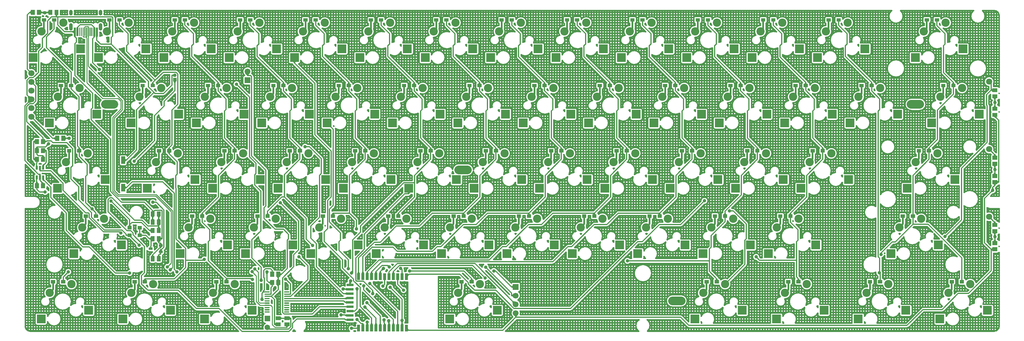
<source format=gbl>
G04 Layer: BottomLayer*
G04 EasyEDA v6.1.51, Wed, 19 Jun 2019 13:06:47 GMT*
G04 66271e87440c4271b6eaadeb73023992,1972fb780e03461d8e8e980d21b9fed7,00*
G04 Gerber Generator version 0.2*
G04 Scale: 100 percent, Rotated: No, Reflected: No *
G04 Dimensions in inches *
G04 leading zeros omitted , absolute positions ,2 integer and 4 decimal *
%FSLAX24Y24*%
%MOIN*%
G90*
G70D02*

%ADD10C,0.010000*%
%ADD11C,0.012010*%
%ADD12C,0.015000*%
%ADD14C,0.039370*%
%ADD15R,0.039370X0.039370*%
%ADD16C,0.066930*%
%ADD17R,0.066930X0.066930*%
%ADD19C,0.062990*%
%ADD20C,0.070870*%
%ADD21C,0.094490*%
%ADD22C,0.098400*%
%ADD23C,0.020000*%
%ADD24C,0.013780*%
%ADD26R,0.078740X0.031500*%
%ADD27R,0.049210X0.039370*%
%ADD29R,0.100390X0.098420*%

%LPD*%
G54D11*
G01X8448Y34588D02*
G01X8448Y33596D01*
G01X8898Y33146D01*
G01X10093Y33146D01*
G01X10093Y33923D01*
G01X10275Y34105D01*
G01X10275Y36206D01*
G01X10199Y36283D01*
G01X3986Y36283D01*
G01X3986Y35354D01*
G01X4751Y34588D01*
G01X5909Y34588D01*
G01X5909Y34028D01*
G01X6092Y33845D01*
G01X6092Y33397D01*
G01X5935Y33240D01*
G01X5935Y29562D01*
G01X7962Y27534D01*
G01X7962Y25854D01*
G01X7810Y25701D01*
G01X7810Y24492D01*
G01X10032Y22270D01*
G01X10032Y16246D01*
G01X11264Y15013D01*
G01X13891Y15013D01*
G01X14854Y14051D01*
G01X14854Y13861D01*
G01X14854Y13671D01*
G01X14854Y12728D01*
G01X27989Y4212D02*
G01X28424Y4212D01*
G01X28477Y4212D01*
G01X29262Y4997D01*
G01X29262Y5373D01*
G01X29262Y5803D01*
G01X29262Y6757D01*
G01X29630Y6757D01*
G01X30310Y7436D01*
G01X30310Y10675D01*
G01X30451Y10816D01*
G01X30451Y11328D01*
G01X29863Y11916D01*
G01X28908Y11916D01*
G01X27653Y13171D01*
G01X27653Y14391D01*
G01X27853Y14591D01*
G01X27853Y18691D01*
G01X26212Y20332D01*
G01X26212Y29432D01*
G01X26093Y29551D01*
G01X25737Y29551D01*
G01X25737Y30026D01*
G01X2273Y19943D02*
G01X2273Y20373D01*
G01X1716Y20373D01*
G01X1572Y20517D01*
G01X1572Y20643D01*
G01X1572Y20781D01*
G01X1572Y20946D01*
G01X1572Y21376D01*
G01X2562Y21376D01*
G01X2906Y21720D01*
G01X111492Y25042D02*
G01X111492Y24858D01*
G01X111929Y24422D01*
G01X111929Y17335D01*
G01X111922Y17329D01*
G01X111707Y17329D01*
G01X111492Y17329D01*
G01X111492Y16960D01*
G01X111255Y16723D01*
G01X111255Y16388D01*
G01X110316Y15449D01*
G01X110316Y10362D01*
G01X111063Y9615D01*
G01X111063Y7148D01*
G01X108462Y4547D01*
G01X107280Y4547D01*
G01X105433Y2701D01*
G01X103232Y2701D01*
G01X101421Y889D01*
G01X76372Y889D01*
G01X75433Y1828D01*
G01X56519Y1828D01*
G01X55026Y335D01*
G01X44215Y335D01*
G01X43974Y576D01*
G01X28477Y4212D02*
G01X28829Y3861D01*
G01X28829Y1006D01*
G01X29259Y1006D01*
G01X11476Y19850D02*
G01X11852Y19850D01*
G01X13016Y21014D01*
G01X13016Y25613D01*
G01X15013Y27610D01*
G01X14357Y28265D01*
G01X14357Y28882D01*
G01X10093Y33146D01*
G01X17401Y29578D02*
G01X17064Y29578D01*
G01X17064Y28467D01*
G01X16103Y27506D01*
G01X15116Y27506D01*
G01X15013Y27610D01*
G01X56519Y2303D02*
G01X56519Y1828D01*
G01X111492Y9615D02*
G01X111063Y9615D01*
G01X14854Y13861D02*
G01X15093Y14101D01*
G01X15871Y14101D01*
G01X15923Y14049D01*
G01X15923Y10828D01*
G01X15554Y10828D01*
G01X15554Y10398D01*
G01X15617Y10336D01*
G01X15785Y10336D01*
G01X15785Y10068D01*
G01X15785Y9800D01*
G01X15684Y9800D01*
G01X14854Y8969D01*
G01X14854Y8522D01*
G01X2273Y16914D02*
G01X2273Y17174D01*
G01X1927Y17521D01*
G01X1927Y17878D01*
G01X1927Y18234D01*
G01X1745Y18234D01*
G01X197Y19782D01*
G01X197Y26090D01*
G01X925Y26818D01*
G01X429Y27315D01*
G01X429Y29024D01*
G01X723Y29318D01*
G01X1148Y29318D01*
G01X1766Y29937D01*
G01X1766Y32353D01*
G01X2202Y32789D01*
G01X2202Y33815D01*
G01X2790Y34403D01*
G01X2790Y35834D01*
G01X3238Y36283D01*
G01X3821Y36283D01*
G01X3986Y36283D01*
G01X3821Y36283D02*
G01X3821Y36370D01*
G01X3821Y36800D01*
G01X925Y28818D02*
G01X1427Y28317D01*
G01X1427Y26614D01*
G01X1131Y26318D01*
G01X726Y26318D01*
G01X418Y26011D01*
G01X418Y24269D01*
G01X2273Y22415D01*
G01X2273Y21985D01*
G01X2641Y21985D01*
G01X2726Y22070D01*
G01X3196Y22070D01*
G01X3420Y21846D01*
G01X4990Y21846D01*
G01X5662Y21175D01*
G01X5662Y19199D01*
G01X5477Y19014D01*
G01X5477Y17679D01*
G01X6374Y16782D01*
G01X6374Y15285D01*
G01X7843Y13816D01*
G01X7843Y13288D01*
G01X9305Y11826D01*
G01X11349Y11826D01*
G01X11822Y11353D01*
G01X11822Y11236D01*
G01X12015Y11236D01*
G01X12208Y11236D01*
G01X27989Y4468D02*
G01X28424Y4468D01*
G01X28424Y5237D01*
G01X28561Y5373D01*
G01X28561Y5803D01*
G01X28192Y5803D01*
G01X27966Y6030D01*
G01X27966Y7033D01*
G01X6214Y34588D02*
G01X6214Y35076D01*
G01X6523Y35385D01*
G01X7841Y35385D01*
G01X8143Y35083D01*
G01X8143Y34588D01*
G01X8143Y33966D01*
G01X7982Y33805D01*
G01X7982Y31036D01*
G01X8749Y30270D01*
G01X12015Y11236D02*
G01X12151Y11236D01*
G01X13109Y10278D01*
G01X13305Y10081D01*
G01X1553Y17878D02*
G01X1553Y17363D01*
G01X1572Y17343D01*
G01X1572Y17129D01*
G01X1572Y16914D01*
G01X1572Y16484D01*
G01X1868Y16189D01*
G01X2518Y16189D01*
G01X12208Y12094D02*
G01X12208Y12431D01*
G01X12461Y12685D01*
G01X13578Y12685D01*
G01X14485Y11778D01*
G01X14854Y11778D01*
G01X12737Y19739D02*
G01X15074Y22077D01*
G01X15074Y24959D01*
G01X16169Y26053D01*
G01X16169Y26588D01*
G01X17401Y27820D01*
G01X17401Y29086D01*
G01X12208Y12431D02*
G01X12208Y13035D01*
G01X10272Y14971D01*
G01X10075Y15168D01*
G01X15554Y8522D02*
G01X15554Y8686D01*
G01X15554Y8951D01*
G01X15655Y9051D01*
G01X15785Y9051D01*
G01X15785Y9320D01*
G01X15785Y9588D01*
G01X15885Y9588D01*
G01X16151Y9854D01*
G01X16151Y14129D01*
G01X15260Y15020D01*
G01X14877Y15020D01*
G01X42102Y5261D02*
G01X43474Y3888D01*
G01X43474Y1447D01*
G01X43474Y576D01*
G01X56519Y5303D02*
G01X56044Y5303D01*
G01X54210Y7137D01*
G01X53990Y7137D01*
G01X15554Y13671D02*
G01X15554Y12728D01*
G01X15554Y12298D01*
G01X15554Y11778D01*
G01X37514Y1528D02*
G01X36980Y1528D01*
G01X36896Y1612D01*
G01X31390Y1612D01*
G01X30904Y1127D01*
G01X30904Y614D01*
G01X30493Y202D01*
G01X25096Y202D01*
G01X22488Y2810D01*
G01X19887Y2810D01*
G01X17788Y4910D01*
G01X14297Y4910D01*
G01X13573Y5634D01*
G01X13573Y6583D01*
G01X13915Y6925D01*
G01X13915Y9965D01*
G01X12594Y11286D01*
G01X12594Y11491D01*
G01X12328Y11757D01*
G01X11904Y11757D01*
G01X9738Y13923D01*
G01X9738Y15333D01*
G01X9924Y15519D01*
G01X10200Y15519D01*
G01X12767Y12952D01*
G01X13641Y12952D01*
G01X14296Y12298D01*
G01X15554Y12298D01*
G01X27398Y3845D02*
G01X27398Y4568D01*
G01X27553Y4724D01*
G01X27989Y4724D01*
G01X28561Y6757D02*
G01X28561Y7186D01*
G01X28370Y7377D01*
G01X27818Y7377D01*
G01X27622Y7181D01*
G01X27622Y6373D01*
G01X27658Y6338D01*
G01X27658Y4915D01*
G01X27553Y4811D01*
G01X27553Y4724D01*
G01X4590Y5905D02*
G01X4590Y6438D01*
G01X5171Y7019D01*
G01X8347Y13433D02*
G01X8347Y13454D01*
G01X8347Y13789D01*
G01X7890Y14246D01*
G01X7161Y14974D01*
G01X7161Y17982D01*
G01X7350Y18171D01*
G01X7350Y19361D01*
G01X6431Y20280D01*
G01X6431Y20915D01*
G01X6431Y21252D01*
G01X6239Y21444D01*
G01X6239Y25498D01*
G01X6415Y25674D01*
G01X6415Y27115D01*
G01X5494Y28036D01*
G01X5494Y28412D01*
G01X5494Y29948D01*
G01X2674Y32768D01*
G01X2674Y34004D01*
G01X3548Y34878D01*
G01X3548Y35946D01*
G01X39474Y1255D02*
G01X39474Y576D01*
G01X14068Y32643D02*
G01X14077Y32634D01*
G01X14077Y32622D01*
G54D23*
G01X9889Y35946D02*
G01X9889Y34910D01*
G01X9601Y34622D01*
G54D11*
G01X14870Y28412D02*
G01X14870Y28749D01*
G01X15153Y29032D01*
G01X11867Y32317D01*
G01X11867Y33001D01*
G01X12026Y33160D01*
G01X12026Y34372D01*
G01X11050Y35348D01*
G01X11050Y35946D01*
G01X13959Y5905D02*
G01X13959Y6242D01*
G01X17351Y6242D01*
G01X18641Y7532D01*
G01X18641Y8372D01*
G01X18641Y9720D01*
G01X17553Y10808D01*
G01X17553Y16588D01*
G01X17495Y16646D01*
G01X17495Y18068D01*
G01X17672Y18245D01*
G01X17672Y19652D01*
G01X16746Y20578D01*
G01X16746Y20915D01*
G01X16746Y21252D01*
G01X17083Y21589D01*
G01X17083Y25599D01*
G01X17739Y26256D01*
G01X17739Y29721D01*
G01X17526Y29935D01*
G01X16056Y29935D01*
G01X15153Y29032D01*
G01X18641Y8372D02*
G01X20675Y8372D01*
G01X20768Y8465D01*
G01X39212Y2986D02*
G01X40474Y1724D01*
G01X40474Y576D01*
G01X23329Y5905D02*
G01X23329Y6244D01*
G01X21242Y8331D01*
G01X21242Y10501D01*
G01X21401Y10660D01*
G01X21401Y11872D01*
G01X20540Y12733D01*
G01X20540Y13433D01*
G01X20540Y13770D01*
G01X22391Y15622D01*
G01X22391Y18096D01*
G01X24246Y19951D01*
G01X24246Y20915D01*
G01X24246Y21252D01*
G01X23098Y22399D01*
G01X23098Y25482D01*
G01X23287Y25671D01*
G01X23287Y26861D01*
G01X22369Y27779D01*
G01X22369Y28412D01*
G01X22369Y28749D01*
G01X19353Y31765D01*
G01X19353Y32986D01*
G01X19540Y33174D01*
G01X19540Y34358D01*
G01X18552Y35346D01*
G01X18552Y35946D01*
G01X26317Y6167D02*
G01X26240Y6244D01*
G01X23329Y6244D01*
G01X41474Y576D02*
G01X41474Y1109D01*
G01X41407Y1177D01*
G01X41407Y1530D01*
G01X26054Y35946D02*
G01X26054Y35344D01*
G01X27040Y34358D01*
G01X27040Y33174D01*
G01X26853Y32986D01*
G01X26853Y31764D01*
G01X29868Y28749D01*
G01X29868Y28412D01*
G01X29868Y27780D01*
G01X30787Y26861D01*
G01X30787Y25671D01*
G01X30598Y25482D01*
G01X30598Y22399D01*
G01X31745Y21252D01*
G01X31745Y20915D01*
G01X31745Y19950D01*
G01X29975Y18180D01*
G01X29975Y15633D01*
G01X29687Y15633D01*
G01X28039Y13985D01*
G01X28039Y13770D01*
G01X28039Y13433D01*
G01X29975Y15633D02*
G01X32460Y13148D01*
G01X32460Y10807D01*
G01X33201Y10065D01*
G01X39087Y5426D02*
G01X39087Y4944D01*
G01X42474Y1556D01*
G01X42474Y576D01*
G01X42974Y576D02*
G01X42974Y1109D01*
G01X42974Y2496D01*
G01X39782Y5688D01*
G01X38232Y11947D02*
G01X38232Y12981D01*
G01X37443Y13770D01*
G01X37443Y18148D01*
G01X39245Y19950D01*
G01X39245Y20915D01*
G01X39245Y21252D01*
G01X38098Y22398D01*
G01X38098Y25482D01*
G01X38287Y25671D01*
G01X38287Y26861D01*
G01X37368Y27780D01*
G01X37368Y28412D01*
G01X37368Y28749D01*
G01X34353Y31764D01*
G01X34353Y32986D01*
G01X34540Y33174D01*
G01X34540Y34358D01*
G01X33556Y35342D01*
G01X33556Y35946D01*
G01X35539Y13433D02*
G01X35539Y13770D01*
G01X37443Y13770D01*
G01X43039Y13433D02*
G01X43039Y13770D01*
G01X44891Y15623D01*
G01X44891Y17255D01*
G01X44891Y17255D01*
G01X43664Y17255D01*
G01X38690Y12282D01*
G01X38690Y11582D01*
G01X37810Y10701D01*
G01X37810Y7039D01*
G01X37672Y6902D01*
G01X41058Y35946D02*
G01X41058Y35340D01*
G01X42040Y34358D01*
G01X42040Y33174D01*
G01X41853Y32986D01*
G01X41853Y31763D01*
G01X44867Y28749D01*
G01X44867Y28412D01*
G01X44867Y27781D01*
G01X45787Y26861D01*
G01X45787Y25671D01*
G01X45598Y25482D01*
G01X45598Y22398D01*
G01X46744Y21252D01*
G01X46744Y20915D01*
G01X46744Y19949D01*
G01X44891Y18096D01*
G01X44891Y17255D01*
G01X37564Y5999D02*
G01X37514Y5950D01*
G01X37514Y5528D01*
G01X51463Y5905D02*
G01X51463Y6242D01*
G01X50573Y7132D01*
G01X44341Y7132D01*
G01X38474Y6481D02*
G01X38474Y7015D01*
G01X38474Y8610D01*
G01X40295Y10430D01*
G01X40956Y10430D01*
G01X42815Y12289D01*
G01X45471Y12289D01*
G01X46952Y13770D01*
G01X50538Y13770D01*
G01X52391Y15624D01*
G01X52391Y18096D01*
G01X54244Y19949D01*
G01X54244Y20915D01*
G01X54244Y21252D01*
G01X53098Y22397D01*
G01X53098Y25482D01*
G01X53287Y25671D01*
G01X53287Y26861D01*
G01X52366Y27782D01*
G01X52366Y28412D01*
G01X52366Y28749D01*
G01X49353Y31762D01*
G01X49353Y32986D01*
G01X49540Y33174D01*
G01X49540Y34358D01*
G01X48561Y35338D01*
G01X48561Y35946D01*
G01X50538Y13433D02*
G01X50538Y13770D01*
G01X38974Y6481D02*
G01X38974Y8790D01*
G01X40041Y9856D01*
G01X42424Y9856D01*
G01X42892Y9388D01*
G01X46972Y9388D01*
G01X47513Y9929D01*
G01X47954Y9929D01*
G01X50491Y12466D01*
G01X51957Y12466D01*
G01X53261Y13770D01*
G01X58037Y13770D01*
G01X59891Y15624D01*
G01X59891Y18096D01*
G01X61743Y19949D01*
G01X61743Y20915D01*
G01X61743Y21252D01*
G01X60598Y22397D01*
G01X60598Y25482D01*
G01X60787Y25671D01*
G01X60787Y26861D01*
G01X59818Y27830D01*
G01X59818Y28412D01*
G01X59818Y28749D01*
G01X56853Y31714D01*
G01X56853Y32986D01*
G01X57040Y33174D01*
G01X57040Y34358D01*
G01X56062Y35336D01*
G01X56062Y35946D01*
G01X58037Y13433D02*
G01X58037Y13720D01*
G01X58037Y13770D01*
G01X63564Y35946D02*
G01X63564Y35334D01*
G01X64540Y34358D01*
G01X64540Y33174D01*
G01X64353Y32986D01*
G01X64353Y31718D01*
G01X67322Y28749D01*
G01X67322Y28412D01*
G01X67322Y27826D01*
G01X68287Y26861D01*
G01X68287Y25671D01*
G01X68098Y25482D01*
G01X68098Y22397D01*
G01X69243Y21252D01*
G01X69243Y20915D01*
G01X69243Y19948D01*
G01X67391Y18096D01*
G01X67391Y15625D01*
G01X65537Y13770D01*
G01X60761Y13770D01*
G01X59457Y12466D01*
G01X57991Y12466D01*
G01X55454Y9929D01*
G01X55013Y9929D01*
G01X53469Y8385D01*
G01X40845Y8385D01*
G01X39474Y7015D01*
G01X39474Y6481D01*
G01X65537Y13433D02*
G01X65537Y13770D01*
G01X71067Y35946D02*
G01X71067Y35331D01*
G01X72040Y34358D01*
G01X72040Y33174D01*
G01X71853Y32986D01*
G01X71853Y31722D01*
G01X74826Y28749D01*
G01X74826Y28412D01*
G01X74826Y27822D01*
G01X75787Y26861D01*
G01X75787Y25671D01*
G01X75598Y25482D01*
G01X75598Y22396D01*
G01X76743Y21252D01*
G01X76743Y20915D01*
G01X76743Y19948D01*
G01X74891Y18096D01*
G01X74891Y15625D01*
G01X73036Y13770D01*
G01X68261Y13770D01*
G01X66957Y12466D01*
G01X65491Y12466D01*
G01X62954Y9929D01*
G01X62513Y9929D01*
G01X60769Y8185D01*
G01X41144Y8185D01*
G01X39974Y7015D01*
G01X39974Y6481D01*
G01X73036Y13433D02*
G01X73036Y13770D01*
G01X78569Y35946D02*
G01X78569Y35329D01*
G01X79540Y34358D01*
G01X79540Y33174D01*
G01X79353Y32986D01*
G01X79353Y31718D01*
G01X82322Y28749D01*
G01X82322Y28412D01*
G01X82322Y27826D01*
G01X83287Y26861D01*
G01X83287Y25671D01*
G01X83098Y25482D01*
G01X83098Y22396D01*
G01X84242Y21252D01*
G01X84242Y20915D01*
G01X84242Y19947D01*
G01X82391Y18096D01*
G01X82391Y15861D01*
G01X80536Y14006D01*
G01X80536Y13770D01*
G01X80536Y13433D01*
G01X80536Y12786D01*
G01X78951Y11200D01*
G01X78951Y9858D01*
G01X78742Y9650D01*
G01X78742Y8291D01*
G01X78742Y7077D01*
G01X79578Y6242D01*
G01X79578Y5905D01*
G01X78742Y8291D02*
G01X69342Y8291D01*
G01X41992Y7603D02*
G01X41845Y7751D01*
G01X41181Y7751D01*
G01X40474Y7044D01*
G01X40474Y6481D01*
G01X88954Y5905D02*
G01X88954Y6242D01*
G01X88742Y6454D01*
G01X88742Y8373D01*
G01X88742Y10501D01*
G01X88901Y10660D01*
G01X88901Y11872D01*
G01X88036Y12737D01*
G01X88036Y13433D01*
G01X88036Y13770D01*
G01X89891Y15626D01*
G01X89891Y18096D01*
G01X91742Y19947D01*
G01X91742Y20915D01*
G01X91742Y21252D01*
G01X90598Y22395D01*
G01X90598Y25482D01*
G01X90787Y25671D01*
G01X90787Y26861D01*
G01X89791Y27857D01*
G01X89791Y28412D01*
G01X89791Y28749D01*
G01X86853Y31687D01*
G01X86853Y32986D01*
G01X87040Y33174D01*
G01X87040Y34358D01*
G01X86071Y35328D01*
G01X86071Y35946D01*
G01X88742Y8373D02*
G01X84474Y8373D01*
G01X84101Y8745D01*
G01X41323Y7413D02*
G01X40974Y7065D01*
G01X40974Y6481D01*
G01X42474Y6481D02*
G01X42474Y7015D01*
G01X42474Y7074D01*
G01X43176Y7775D01*
G01X51564Y7775D01*
G01X53021Y6318D01*
G01X98331Y5905D02*
G01X98331Y6867D01*
G01X98283Y6914D01*
G01X98283Y8582D01*
G01X98089Y8776D01*
G01X98089Y25473D01*
G01X98277Y25661D01*
G01X98277Y26871D01*
G01X97362Y27786D01*
G01X97362Y28412D01*
G01X97362Y28749D01*
G01X94348Y31762D01*
G01X94348Y32982D01*
G01X94537Y33171D01*
G01X94537Y34361D01*
G01X93573Y35325D01*
G01X93573Y35946D01*
G01X98236Y6914D02*
G01X98283Y6914D01*
G01X43635Y4936D02*
G01X42974Y5597D01*
G01X42974Y6481D01*
G01X104848Y35946D02*
G01X104848Y35300D01*
G01X105787Y34361D01*
G01X105787Y33171D01*
G01X105598Y32982D01*
G01X105598Y29886D01*
G01X106736Y28749D01*
G01X106736Y28412D01*
G01X106736Y27441D01*
G01X104891Y25596D01*
G01X104891Y22212D01*
G01X103931Y21252D01*
G01X103931Y20915D01*
G01X103931Y19949D01*
G01X102091Y18108D01*
G01X102091Y13433D01*
G01X102091Y13265D01*
G01X102091Y12503D01*
G01X100063Y10475D01*
G01X99722Y10475D01*
G01X98430Y9183D01*
G01X98430Y9028D01*
G01X102091Y12503D02*
G01X103835Y12503D01*
G01X107707Y8631D01*
G01X107707Y5905D01*
G01X56519Y4303D02*
G01X56044Y4303D01*
G01X56044Y4595D01*
G01X53071Y7567D01*
G01X41474Y6481D02*
G01X41474Y5600D01*
G01X41266Y5391D01*
G01X41974Y6481D02*
G01X41974Y7015D01*
G01X42940Y7981D01*
G01X51841Y7981D01*
G01X56519Y3303D01*
G01X29491Y14961D02*
G01X31594Y12858D01*
G01X31594Y9556D01*
G01X31045Y9006D01*
G01X31045Y7620D01*
G01X29757Y6333D01*
G01X29757Y2367D01*
G01X29925Y2199D01*
G01X33177Y2199D01*
G01X34006Y3028D01*
G01X37514Y3028D01*
G01X925Y24818D02*
G01X3386Y22358D01*
G01X3905Y22358D01*
G01X31137Y31637D02*
G01X31124Y31624D01*
G01X31124Y31622D01*
G01X31124Y30990D01*
G01X33469Y28645D01*
G01X33469Y22767D01*
G01X35344Y20892D01*
G01X35344Y15640D01*
G01X34933Y15230D01*
G01X34933Y11992D01*
G01X34534Y11593D01*
G01X34534Y10516D01*
G01X36634Y8416D01*
G01X36634Y7463D01*
G01X37901Y6196D01*
G01X37901Y6006D01*
G01X38658Y5249D01*
G01X38658Y3052D01*
G01X39974Y1736D01*
G01X39974Y576D01*
G01X16136Y31637D02*
G01X16124Y31624D01*
G01X16124Y31622D01*
G01X38637Y31637D02*
G01X38624Y31624D01*
G01X38624Y31622D01*
G01X23636Y31637D02*
G01X23624Y31624D01*
G01X23624Y31622D01*
G01X102349Y31607D02*
G01X102358Y31607D01*
G01X102374Y31622D01*
G01X8624Y31622D02*
G01X8636Y31634D01*
G01X8636Y31637D01*
G01X46137Y31637D02*
G01X46124Y31624D01*
G01X46124Y31622D01*
G01X53637Y31637D02*
G01X53624Y31624D01*
G01X53624Y31622D01*
G01X61137Y31637D02*
G01X61124Y31624D01*
G01X61124Y31622D01*
G01X68636Y31637D02*
G01X68624Y31624D01*
G01X68624Y31622D01*
G01X76136Y31637D02*
G01X76124Y31624D01*
G01X76124Y31622D01*
G01X83636Y31637D02*
G01X83624Y31624D01*
G01X83624Y31622D01*
G01X1124Y31622D02*
G01X1136Y31634D01*
G01X1136Y31637D01*
G01X91136Y31637D02*
G01X91124Y31624D01*
G01X91124Y31622D01*
G01X3011Y24109D02*
G01X2999Y24121D01*
G01X2999Y24122D01*
G01X57361Y24108D02*
G01X57374Y24121D01*
G01X57374Y24122D01*
G01X40974Y576D02*
G01X40974Y1109D01*
G01X40974Y1967D01*
G01X39447Y3495D01*
G01X37290Y7386D02*
G01X37290Y8427D01*
G01X36228Y9489D01*
G01X36228Y10487D01*
G01X36415Y10674D01*
G01X36415Y11493D01*
G01X35153Y12756D01*
G01X35153Y14237D01*
G01X35561Y14645D01*
G01X35561Y23407D01*
G01X34861Y24108D01*
G01X34861Y24109D01*
G01X34874Y24122D01*
G01X42374Y24122D02*
G01X42361Y24109D01*
G01X42361Y24108D01*
G01X104237Y24144D02*
G01X104249Y24132D01*
G01X104249Y24122D01*
G01X12374Y24122D02*
G01X12360Y24109D01*
G01X12360Y24108D01*
G01X19874Y24122D02*
G01X19861Y24109D01*
G01X19861Y24108D01*
G01X27374Y24122D02*
G01X27361Y24109D01*
G01X27361Y24108D01*
G01X49874Y24122D02*
G01X49861Y24109D01*
G01X49861Y24108D01*
G01X64874Y24122D02*
G01X64861Y24109D01*
G01X64861Y24108D01*
G01X72374Y24122D02*
G01X72360Y24109D01*
G01X72360Y24108D01*
G01X79874Y24122D02*
G01X79860Y24109D01*
G01X79860Y24108D01*
G01X87374Y24122D02*
G01X87360Y24109D01*
G01X87360Y24108D01*
G01X94874Y24122D02*
G01X94860Y24109D01*
G01X94860Y24108D01*
G01X44257Y16627D02*
G01X44254Y16627D01*
G01X44249Y16622D01*
G01X44249Y15990D01*
G01X43775Y15990D01*
G01X39153Y11368D01*
G01X39153Y9613D01*
G01X38177Y8636D01*
G01X38177Y6028D01*
G01X38258Y5947D01*
G01X39042Y5947D01*
G01X40112Y4878D01*
G01X40112Y4532D01*
G01X41927Y1413D02*
G01X41974Y1366D01*
G01X41974Y576D01*
G01X3927Y16644D02*
G01X3937Y16634D01*
G01X3937Y16622D01*
G01X101434Y16606D02*
G01X101436Y16607D01*
G01X101436Y16622D01*
G01X36757Y16627D02*
G01X36754Y16627D01*
G01X36749Y16622D01*
G01X14258Y16627D02*
G01X14254Y16627D01*
G01X14249Y16622D01*
G01X21757Y16627D02*
G01X21754Y16627D01*
G01X21749Y16622D01*
G01X29257Y16627D02*
G01X29254Y16627D01*
G01X29249Y16622D01*
G01X51757Y16627D02*
G01X51754Y16627D01*
G01X51749Y16622D01*
G01X59257Y16627D02*
G01X59254Y16627D01*
G01X59249Y16622D01*
G01X66757Y16627D02*
G01X66754Y16627D01*
G01X66749Y16622D01*
G01X74257Y16627D02*
G01X74254Y16627D01*
G01X74249Y16622D01*
G01X81757Y16627D02*
G01X81754Y16627D01*
G01X81749Y16622D01*
G01X89257Y16627D02*
G01X89254Y16627D01*
G01X89249Y16622D01*
G01X32978Y9110D02*
G01X32987Y9110D01*
G01X32999Y9122D01*
G01X37514Y2528D02*
G01X38048Y2528D01*
G01X38321Y2802D01*
G01X38321Y5109D01*
G01X40477Y9110D02*
G01X40487Y9110D01*
G01X40499Y9122D01*
G01X85477Y9110D02*
G01X85487Y9110D01*
G01X85499Y9122D01*
G01X5789Y9107D02*
G01X5797Y9107D01*
G01X5812Y9122D01*
G01X17978Y9110D02*
G01X17987Y9110D01*
G01X17999Y9122D01*
G01X25478Y9110D02*
G01X25487Y9110D01*
G01X25499Y9122D01*
G01X47977Y9110D02*
G01X47987Y9110D01*
G01X47999Y9122D01*
G01X55477Y9110D02*
G01X55487Y9110D01*
G01X55499Y9122D01*
G01X62977Y9110D02*
G01X62987Y9110D01*
G01X62999Y9122D01*
G01X70477Y9110D02*
G01X70487Y9110D01*
G01X70499Y9122D01*
G01X77977Y9110D02*
G01X77987Y9110D01*
G01X77999Y9122D01*
G01X99553Y9140D02*
G01X99562Y9132D01*
G01X99562Y9122D01*
G01X81036Y14029D02*
G01X81467Y14029D01*
G01X82960Y12537D01*
G01X82960Y10825D01*
G01X82810Y10675D01*
G01X82810Y7894D01*
G01X80538Y5622D01*
G01X37514Y2028D02*
G01X36980Y2028D01*
G01X36924Y2085D01*
G01X36469Y2085D01*
G01X48919Y1633D02*
G01X48926Y1633D01*
G01X48937Y1622D01*
G01X2082Y1589D02*
G01X2062Y1608D01*
G01X2062Y1622D01*
G01X20812Y1622D02*
G01X20822Y1622D01*
G01X20836Y1637D01*
G01X86436Y1622D02*
G01X86461Y1647D01*
G01X86461Y1649D01*
G01X77057Y1642D02*
G01X77062Y1637D01*
G01X77062Y1622D01*
G01X95814Y1632D02*
G01X95812Y1629D01*
G01X95812Y1622D01*
G01X105187Y1631D02*
G01X105186Y1630D01*
G01X105186Y1622D01*
G01X11435Y1620D02*
G01X11435Y1620D01*
G01X11437Y1622D01*
G54D24*
G01X37442Y3956D02*
G01X30233Y3956D01*
G54D10*
G01X37442Y3956D02*
G01X37514Y4028D01*
G54D24*
G01X37514Y3528D02*
G01X36956Y3528D01*
G01X36784Y3700D01*
G01X30233Y3700D01*
G54D11*
G01X2301Y17878D02*
G01X2301Y17521D01*
G01X2397Y17521D01*
G01X3176Y16743D01*
G01X3176Y15544D01*
G01X4934Y13786D01*
G01X4934Y11805D01*
G01X6835Y9903D01*
G01X7558Y9903D01*
G01X10581Y6881D01*
G01X12209Y6881D01*
G01X30113Y6204D02*
G01X30668Y5648D01*
G01X30668Y4468D01*
G01X30233Y4468D01*
G01X1927Y18980D02*
G01X1927Y18623D01*
G01X3159Y18623D01*
G01X4579Y17204D01*
G01X4579Y16393D01*
G01X7168Y13804D01*
G01X7475Y13804D01*
G01X7572Y13707D01*
G01X7572Y13276D01*
G01X9222Y11625D01*
G01X11072Y11625D01*
G01X11219Y11479D01*
G01X30233Y4212D02*
G01X30668Y4212D01*
G01X30704Y4212D01*
G01X32658Y6166D01*
G01X32658Y7737D01*
G01X31646Y8750D01*
G01X29259Y1706D02*
G01X29688Y1706D01*
G01X30272Y1706D01*
G01X30701Y1706D01*
G01X30701Y714D01*
G01X30433Y446D01*
G01X28247Y446D01*
G01X28022Y671D01*
G01X47837Y25122D02*
G01X47827Y25122D01*
G01X47827Y25122D01*
G54D23*
G01X43705Y28412D02*
G01X43705Y27477D01*
G01X43350Y27122D01*
G54D11*
G01X6548Y32641D02*
G01X6558Y32641D01*
G01X6577Y32622D01*
G54D23*
G01X2387Y35946D02*
G01X2387Y34908D01*
G01X2101Y34622D01*
G54D11*
G01X21568Y32643D02*
G01X21577Y32634D01*
G01X21577Y32622D01*
G54D23*
G01X17391Y35946D02*
G01X17391Y34912D01*
G01X17101Y34622D01*
G54D11*
G01X29068Y32643D02*
G01X29077Y32634D01*
G01X29077Y32622D01*
G54D23*
G01X24893Y35946D02*
G01X24893Y34914D01*
G01X24601Y34622D01*
G54D11*
G01X36568Y32643D02*
G01X36577Y32634D01*
G01X36577Y32622D01*
G54D23*
G01X32395Y35946D02*
G01X32395Y34916D01*
G01X32101Y34622D01*
G54D11*
G01X44068Y32643D02*
G01X44077Y32634D01*
G01X44077Y32622D01*
G54D23*
G01X39897Y35946D02*
G01X39897Y34918D01*
G01X39601Y34622D01*
G54D11*
G01X51568Y32643D02*
G01X51577Y32634D01*
G01X51577Y32622D01*
G54D23*
G01X47399Y35946D02*
G01X47399Y34921D01*
G01X47101Y34622D01*
G54D11*
G01X59068Y32643D02*
G01X59077Y32634D01*
G01X59077Y32622D01*
G54D23*
G01X54901Y35946D02*
G01X54901Y34923D01*
G01X54601Y34622D01*
G54D11*
G01X66568Y32643D02*
G01X66577Y32634D01*
G01X66577Y32622D01*
G54D23*
G01X62403Y35946D02*
G01X62403Y34925D01*
G01X62101Y34622D01*
G54D11*
G01X74068Y32643D02*
G01X74077Y32634D01*
G01X74077Y32622D01*
G54D23*
G01X69905Y35946D02*
G01X69905Y34927D01*
G01X69601Y34622D01*
G54D11*
G01X81568Y32643D02*
G01X81577Y32634D01*
G01X81577Y32622D01*
G54D23*
G01X77407Y35946D02*
G01X77407Y34929D01*
G01X77101Y34622D01*
G54D11*
G01X89068Y32643D02*
G01X89077Y32634D01*
G01X89077Y32622D01*
G54D23*
G01X84909Y35946D02*
G01X84909Y34931D01*
G01X84601Y34622D01*
G54D11*
G01X96568Y32643D02*
G01X96577Y32634D01*
G01X96577Y32622D01*
G54D23*
G01X92412Y35946D02*
G01X92412Y34933D01*
G01X92101Y34622D01*
G54D11*
G01X107831Y32637D02*
G01X107827Y32633D01*
G01X107827Y32622D01*
G54D23*
G01X103686Y35946D02*
G01X103686Y34958D01*
G01X103350Y34622D01*
G54D11*
G01X8453Y25153D02*
G01X8452Y25152D01*
G01X8452Y25122D01*
G54D23*
G01X4333Y28412D02*
G01X4333Y27479D01*
G01X3976Y27122D01*
G54D11*
G01X17837Y25122D02*
G01X17827Y25122D01*
G01X17827Y25122D01*
G54D23*
G01X13708Y28412D02*
G01X13708Y27480D01*
G01X13350Y27122D01*
G54D11*
G01X25337Y25122D02*
G01X25327Y25122D01*
G01X25327Y25122D01*
G54D23*
G01X21207Y28412D02*
G01X21207Y27479D01*
G01X20850Y27122D01*
G54D11*
G01X32837Y25122D02*
G01X32827Y25122D01*
G01X32827Y25122D01*
G54D23*
G01X28707Y28412D02*
G01X28707Y27478D01*
G01X28350Y27122D01*
G54D11*
G01X40337Y25122D02*
G01X40327Y25122D01*
G01X40327Y25122D01*
G54D23*
G01X36206Y28412D02*
G01X36206Y27478D01*
G01X35850Y27122D01*
G54D11*
G01X55337Y25122D02*
G01X55327Y25122D01*
G01X55327Y25122D01*
G54D23*
G01X51205Y28412D02*
G01X51205Y27476D01*
G01X50850Y27122D01*
G54D11*
G01X62837Y25122D02*
G01X62827Y25122D01*
G01X62827Y25122D01*
G54D23*
G01X58657Y28412D02*
G01X58657Y27429D01*
G01X58350Y27122D01*
G54D11*
G01X70337Y25122D02*
G01X70327Y25122D01*
G01X70327Y25122D01*
G54D23*
G01X66161Y28412D02*
G01X66161Y27433D01*
G01X65850Y27122D01*
G54D11*
G01X77837Y25122D02*
G01X77827Y25122D01*
G01X77827Y25122D01*
G54D23*
G01X73665Y28412D02*
G01X73665Y27437D01*
G01X73350Y27122D01*
G54D11*
G01X85337Y25122D02*
G01X85327Y25122D01*
G01X85327Y25122D01*
G54D23*
G01X81161Y28412D02*
G01X81161Y27433D01*
G01X80850Y27122D01*
G54D11*
G01X92837Y25122D02*
G01X92827Y25122D01*
G01X92827Y25122D01*
G54D23*
G01X88629Y28412D02*
G01X88629Y27401D01*
G01X88350Y27122D01*
G54D11*
G01X100337Y25122D02*
G01X100327Y25122D01*
G01X100327Y25122D01*
G54D23*
G01X96200Y28412D02*
G01X96200Y27472D01*
G01X95850Y27122D01*
G54D11*
G01X109712Y25141D02*
G01X109702Y25130D01*
G01X109702Y25122D01*
G54D23*
G01X105574Y28412D02*
G01X105574Y27471D01*
G01X105225Y27122D01*
G54D11*
G01X9367Y17630D02*
G01X9382Y17630D01*
G01X9389Y17622D01*
G54D23*
G01X5270Y20915D02*
G01X5270Y19978D01*
G01X4913Y19622D01*
G54D11*
G01X19698Y17604D02*
G01X19702Y17607D01*
G01X19702Y17622D01*
G54D23*
G01X15585Y20915D02*
G01X15585Y19981D01*
G01X15226Y19622D01*
G54D11*
G01X27198Y17604D02*
G01X27202Y17607D01*
G01X27202Y17622D01*
G54D23*
G01X23084Y20915D02*
G01X23084Y19981D01*
G01X22726Y19622D01*
G54D11*
G01X34698Y17604D02*
G01X34702Y17607D01*
G01X34702Y17622D01*
G54D23*
G01X30584Y20915D02*
G01X30584Y19980D01*
G01X30226Y19622D01*
G54D11*
G01X42198Y17604D02*
G01X42202Y17607D01*
G01X42202Y17622D01*
G54D23*
G01X38083Y20915D02*
G01X38083Y19980D01*
G01X37726Y19622D01*
G54D11*
G01X49698Y17604D02*
G01X49702Y17607D01*
G01X49702Y17622D01*
G54D23*
G01X45583Y20915D02*
G01X45583Y19980D01*
G01X45226Y19622D01*
G54D11*
G01X57198Y17604D02*
G01X57202Y17607D01*
G01X57202Y17622D01*
G54D23*
G01X53082Y20915D02*
G01X53082Y19979D01*
G01X52725Y19622D01*
G54D11*
G01X64698Y17604D02*
G01X64702Y17607D01*
G01X64702Y17622D01*
G54D23*
G01X60582Y20915D02*
G01X60582Y19979D01*
G01X60225Y19622D01*
G54D11*
G01X72198Y17604D02*
G01X72202Y17607D01*
G01X72202Y17622D01*
G54D23*
G01X68082Y20915D02*
G01X68082Y19978D01*
G01X67725Y19622D01*
G54D11*
G01X79698Y17604D02*
G01X79702Y17607D01*
G01X79702Y17622D01*
G54D23*
G01X75581Y20915D02*
G01X75581Y19978D01*
G01X75225Y19622D01*
G54D11*
G01X87198Y17604D02*
G01X87202Y17607D01*
G01X87202Y17622D01*
G54D23*
G01X83081Y20915D02*
G01X83081Y19978D01*
G01X82725Y19622D01*
G54D11*
G01X94698Y17604D02*
G01X94702Y17607D01*
G01X94702Y17622D01*
G54D23*
G01X90581Y20915D02*
G01X90581Y19977D01*
G01X90225Y19622D01*
G54D11*
G01X106896Y17602D02*
G01X106889Y17609D01*
G01X106889Y17622D01*
G54D23*
G01X102769Y20915D02*
G01X102769Y19979D01*
G01X102413Y19622D01*
G54D11*
G01X11271Y10133D02*
G01X11264Y10126D01*
G01X11264Y10122D01*
G54D23*
G01X7185Y13433D02*
G01X7185Y12519D01*
G01X6788Y12122D01*
G54D11*
G01X23449Y10087D02*
G01X23452Y10089D01*
G01X23452Y10122D01*
G54D23*
G01X19378Y13433D02*
G01X19378Y12525D01*
G01X18976Y12122D01*
G54D11*
G01X30950Y10087D02*
G01X30952Y10089D01*
G01X30952Y10122D01*
G54D23*
G01X26878Y13433D02*
G01X26878Y12524D01*
G01X26476Y12122D01*
G54D11*
G01X38450Y10087D02*
G01X38452Y10089D01*
G01X38452Y10122D01*
G54D23*
G01X34378Y13433D02*
G01X34378Y12524D01*
G01X33976Y12122D01*
G54D11*
G01X45950Y10087D02*
G01X45952Y10089D01*
G01X45952Y10122D01*
G54D23*
G01X41877Y13433D02*
G01X41877Y12524D01*
G01X41476Y12122D01*
G54D11*
G01X53450Y10087D02*
G01X53452Y10089D01*
G01X53452Y10122D01*
G54D23*
G01X49377Y13433D02*
G01X49377Y12523D01*
G01X48976Y12122D01*
G54D11*
G01X60949Y10087D02*
G01X60952Y10089D01*
G01X60952Y10122D01*
G54D23*
G01X56876Y13433D02*
G01X56876Y12522D01*
G01X56475Y12122D01*
G54D11*
G01X68449Y10087D02*
G01X68452Y10089D01*
G01X68452Y10122D01*
G54D23*
G01X64375Y13433D02*
G01X64375Y12522D01*
G01X63975Y12122D01*
G54D11*
G01X75949Y10087D02*
G01X75952Y10089D01*
G01X75952Y10122D01*
G54D23*
G01X71875Y13433D02*
G01X71875Y12522D01*
G01X71475Y12122D01*
G54D11*
G01X83449Y10087D02*
G01X83452Y10089D01*
G01X83452Y10122D01*
G54D23*
G01X79375Y13433D02*
G01X79375Y12521D01*
G01X78975Y12122D01*
G54D11*
G01X90949Y10087D02*
G01X90952Y10089D01*
G01X90952Y10122D01*
G54D23*
G01X86874Y13433D02*
G01X86874Y12521D01*
G01X86475Y12122D01*
G54D11*
G01X105009Y10123D02*
G01X105013Y10123D01*
G01X105014Y10122D01*
G54D23*
G01X100929Y13433D02*
G01X100929Y12513D01*
G01X100538Y12122D01*
G54D11*
G01X7516Y2572D02*
G01X7514Y2573D01*
G01X7514Y2622D01*
G54D23*
G01X3428Y5905D02*
G01X3428Y5012D01*
G01X3038Y4622D01*
G54D11*
G01X16885Y2605D02*
G01X16889Y2609D01*
G01X16889Y2622D01*
G54D23*
G01X12798Y5905D02*
G01X12798Y5007D01*
G01X12413Y4622D01*
G54D11*
G01X26253Y2635D02*
G01X26264Y2624D01*
G01X26264Y2622D01*
G54D23*
G01X22168Y5905D02*
G01X22168Y5001D01*
G01X21788Y4622D01*
G54D11*
G01X54390Y2640D02*
G01X54389Y2640D01*
G01X54389Y2622D01*
G54D23*
G01X50301Y5905D02*
G01X50301Y5011D01*
G01X49913Y4622D01*
G54D11*
G01X82520Y2627D02*
G01X82519Y2627D01*
G01X82514Y2622D01*
G54D23*
G01X78416Y5905D02*
G01X78416Y5000D01*
G01X78038Y4622D01*
G54D11*
G01X91905Y2627D02*
G01X91894Y2627D01*
G01X91889Y2622D01*
G54D23*
G01X87793Y5905D02*
G01X87793Y5002D01*
G01X87413Y4622D01*
G54D11*
G01X101262Y2635D02*
G01X101264Y2633D01*
G01X101264Y2622D01*
G54D23*
G01X97169Y5905D02*
G01X97169Y5003D01*
G01X96788Y4622D01*
G54D11*
G01X110621Y2593D02*
G01X110639Y2610D01*
G01X110639Y2622D01*
G54D23*
G01X106545Y5905D02*
G01X106545Y5005D01*
G01X106163Y4622D01*
G54D11*
G01X37514Y4528D02*
G01X36746Y4528D01*
G01X33641Y7633D01*
G01X33641Y10262D01*
G01X33000Y10904D01*
G01X33000Y12296D01*
G01X33991Y13287D01*
G01X33991Y18106D01*
G01X34210Y18325D01*
G01X34210Y20014D01*
G01X32827Y21398D01*
G01X32338Y21398D01*
G54D10*
G01X6883Y34588D02*
G01X6883Y34006D01*
G01X6904Y33985D01*
G01X7256Y33985D01*
G01X7277Y34006D01*
G01X7277Y34588D01*
G01X7277Y34006D01*
G01X7277Y33865D01*
G01X7290Y33852D01*
G01X7290Y28741D01*
G01X9102Y26930D01*
G01X10913Y26930D01*
G01X11217Y26626D01*
G01X11217Y25712D01*
G01X10272Y24767D01*
G01X10272Y22411D01*
G01X10272Y16274D01*
G01X10830Y15716D01*
G01X15197Y15716D01*
G01X16965Y13948D01*
G01X16965Y8032D01*
G01X16539Y7606D01*
G01X16539Y7595D01*
G01X27989Y3445D02*
G01X27159Y3445D01*
G01X26972Y3632D01*
G01X26972Y6989D01*
G01X26781Y7180D01*
G01X26585Y7376D01*
G01X30272Y1006D02*
G01X30272Y656D01*
G01X30262Y647D01*
G01X28892Y647D01*
G01X28574Y965D01*
G01X28574Y3020D01*
G01X28405Y3189D01*
G01X27989Y3189D01*
G01X27174Y3189D01*
G01X26729Y3633D01*
G01X26729Y6575D01*
G01X26453Y6851D01*
G01X26256Y7048D01*
G01X7080Y34588D02*
G01X7080Y35171D01*
G01X7101Y35191D01*
G01X7453Y35191D01*
G01X7474Y35171D01*
G01X7474Y34588D01*
G01X7474Y30610D01*
G01X11388Y26696D01*
G01X11388Y25641D01*
G01X10443Y24696D01*
G01X10443Y16345D01*
G01X10901Y15887D01*
G01X15268Y15887D01*
G01X17136Y14019D01*
G01X17136Y7535D01*
G01X16867Y7267D01*
G54D11*
G01X11476Y16700D02*
G01X11852Y16700D01*
G01X12521Y17369D01*
G01X16014Y17369D01*
G01X17326Y16058D01*
G01X17326Y7330D01*
G01X17643Y7013D01*
G01X37514Y5028D02*
G01X36980Y5028D01*
G01X36944Y5064D01*
G01X36689Y5064D01*
G01X43474Y6481D02*
G01X43474Y7279D01*
G01X43315Y7438D01*
G01X110830Y28866D02*
G01X111063Y28633D01*
G01X111063Y27878D01*
G01X111492Y27878D01*
G01X105777Y11086D02*
G01X107673Y12982D01*
G01X107673Y18933D01*
G01X110618Y21879D01*
G01X110618Y26098D01*
G01X110532Y26184D01*
G01X110532Y27347D01*
G01X111063Y27878D01*
G01X111499Y20122D02*
G01X111499Y20490D01*
G01X111449Y20490D01*
G01X110830Y21110D01*
G01X78163Y15182D02*
G01X75447Y12466D01*
G01X73011Y12466D01*
G01X71047Y10502D01*
G01X70498Y10502D01*
G01X62818Y2823D01*
G01X56315Y2823D01*
G01X54227Y4910D01*
G01X51800Y4910D01*
G01X51077Y5634D01*
G01X51077Y5786D01*
G01X50099Y6764D01*
G01X44257Y6764D01*
G01X43974Y6481D01*
G01X37678Y546D02*
G01X38445Y546D01*
G01X38474Y576D01*
G01X111492Y12405D02*
G01X111492Y12774D01*
G01X111410Y12774D01*
G01X110830Y13354D01*
G01X38974Y576D02*
G01X38974Y1109D01*
G01X38756Y1109D01*
G01X38293Y1572D01*
G01X24475Y28574D02*
G01X25969Y27080D01*
G01X25969Y20242D01*
G01X26710Y19501D01*
G01X26710Y18325D01*
G01X26560Y18175D01*
G01X26560Y16990D01*
G01X27267Y16282D01*
G01X27267Y11742D01*
G01X26244Y10719D01*
G01X26244Y8634D01*
G01X27305Y7573D01*
G01X27305Y6061D01*
G01X925Y29818D02*
G01X459Y30285D01*
G01X459Y36518D01*
G01X741Y36800D01*
G01X1109Y36800D01*
G01X1572Y21985D02*
G01X1204Y21985D01*
G01X1204Y19943D01*
G01X1572Y19943D01*
G01X1572Y19514D01*
G01X1553Y19494D01*
G01X1553Y18980D01*
G01X2273Y20946D02*
G01X2641Y20946D01*
G01X2641Y19581D01*
G01X2397Y19337D01*
G01X2301Y19337D01*
G01X2301Y18980D01*
G01X4605Y22358D02*
G01X4974Y22358D01*
G01X5281Y22358D01*
G01X111499Y26389D02*
G01X111492Y26382D01*
G01X111492Y25743D01*
G01X111499Y26464D02*
G01X111492Y26471D01*
G01X111492Y27177D01*
G01X111499Y27170D01*
G01X111499Y18748D02*
G01X111499Y18732D01*
G01X111492Y18725D01*
G01X111492Y18030D01*
G01X111499Y19421D02*
G01X111492Y19421D01*
G01X111492Y18725D01*
G01X111492Y11704D02*
G01X111492Y11077D01*
G01X111499Y11070D01*
G01X111499Y10323D01*
G01X111492Y10316D01*
G01X1810Y36800D02*
G01X2465Y36800D01*
G01X2752Y36800D01*
G01X3121Y36800D01*
G01X2465Y36800D02*
G01X2465Y36767D01*
G01X14623Y9694D02*
G01X14623Y9962D01*
G01X14669Y10008D01*
G01X14669Y10828D01*
G01X14485Y10828D01*
G01X14077Y11236D01*
G01X13369Y11236D01*
G01X13369Y12094D01*
G01X14854Y10828D02*
G01X14669Y10828D01*
G54D12*
G01X5067Y36569D02*
G01X4276Y36569D01*
G01X4276Y36569D02*
G01X4276Y37012D01*
G01X4276Y37012D02*
G01X5067Y37012D01*
G01X5055Y36909D02*
G01X5055Y36673D01*
G01X4276Y36833D02*
G01X5055Y36833D01*
G01X5064Y36569D02*
G01X5064Y36586D01*
G01X5064Y36996D02*
G01X5064Y37012D01*
G01X4762Y36569D02*
G01X4762Y37012D01*
G01X4460Y36569D02*
G01X4460Y37012D01*
G01X5901Y36673D02*
G01X5901Y36909D01*
G01X5889Y37012D02*
G01X8469Y37012D01*
G01X8456Y36909D02*
G01X8456Y36673D01*
G01X8469Y36569D02*
G01X5888Y36569D01*
G01X5901Y36833D02*
G01X8456Y36833D01*
G01X8386Y36569D02*
G01X8386Y37012D01*
G01X8084Y36569D02*
G01X8084Y37012D01*
G01X7782Y36569D02*
G01X7782Y37012D01*
G01X7480Y36569D02*
G01X7480Y37012D01*
G01X7178Y36569D02*
G01X7178Y37012D01*
G01X6876Y36569D02*
G01X6876Y37012D01*
G01X6574Y36569D02*
G01X6574Y37012D01*
G01X6272Y36569D02*
G01X6272Y37012D01*
G01X5970Y36569D02*
G01X5970Y37012D01*
G01X2322Y36369D02*
G01X2215Y36369D01*
G01X2633Y36369D02*
G01X2609Y36369D01*
G01X2648Y36368D02*
G01X2648Y36385D01*
G01X2840Y36290D02*
G01X2820Y36270D01*
G01X105209Y35344D02*
G01X105134Y35419D01*
G01X105134Y35419D02*
G01X105134Y35526D01*
G01X63959Y35344D02*
G01X63851Y35452D01*
G01X63851Y35452D02*
G01X63851Y35526D01*
G01X63954Y35350D02*
G01X63954Y35358D01*
G01X18959Y35344D02*
G01X18839Y35465D01*
G01X18839Y35465D02*
G01X18839Y35526D01*
G01X18956Y35348D02*
G01X18956Y35353D01*
G01X48959Y35344D02*
G01X48847Y35456D01*
G01X48847Y35456D02*
G01X48847Y35526D01*
G01X48854Y35450D02*
G01X48854Y35527D01*
G01X86459Y35344D02*
G01X86357Y35446D01*
G01X86357Y35446D02*
G01X86357Y35526D01*
G01X11459Y35344D02*
G01X11337Y35466D01*
G01X11337Y35466D02*
G01X11337Y35526D01*
G01X11406Y35398D02*
G01X11406Y35547D01*
G01X56459Y35344D02*
G01X56349Y35454D01*
G01X56349Y35454D02*
G01X56349Y35526D01*
G01X56404Y35400D02*
G01X56404Y35543D01*
G01X71459Y35344D02*
G01X71353Y35450D01*
G01X71353Y35450D02*
G01X71353Y35526D01*
G01X93959Y35344D02*
G01X93860Y35444D01*
G01X93860Y35444D02*
G01X93860Y35526D01*
G01X78959Y35344D02*
G01X78855Y35448D01*
G01X78855Y35448D02*
G01X78855Y35526D01*
G01X26459Y35344D02*
G01X26341Y35463D01*
G01X26341Y35463D02*
G01X26341Y35526D01*
G01X33959Y35344D02*
G01X33843Y35461D01*
G01X33843Y35461D02*
G01X33843Y35526D01*
G01X41459Y35344D02*
G01X41345Y35459D01*
G01X41345Y35459D02*
G01X41345Y35526D01*
G01X9303Y35254D02*
G01X9303Y35362D01*
G01X8047Y35584D02*
G01X8044Y35587D01*
G01X7841Y35671D02*
G01X6523Y35671D01*
G01X6320Y35587D02*
G01X6313Y35581D01*
G01X5191Y35996D02*
G01X9416Y35996D01*
G01X9416Y35996D02*
G01X9416Y35749D01*
G01X9562Y35537D02*
G01X9562Y35320D01*
G01X9303Y35323D02*
G01X9562Y35323D01*
G01X5810Y35625D02*
G01X5812Y35625D01*
G01X6270Y35625D02*
G01X6366Y35625D01*
G01X7998Y35625D02*
G01X8087Y35625D01*
G01X8546Y35625D02*
G01X8547Y35625D01*
G01X9212Y35625D02*
G01X9453Y35625D01*
G01X5230Y35927D02*
G01X9416Y35927D01*
G01X9292Y35459D02*
G01X9292Y35996D01*
G01X8990Y35771D02*
G01X8990Y35996D01*
G01X8688Y35739D02*
G01X8688Y35996D01*
G01X8386Y35702D02*
G01X8386Y35996D01*
G01X8084Y35621D02*
G01X8084Y35996D01*
G01X7782Y35671D02*
G01X7782Y35996D01*
G01X7480Y35671D02*
G01X7480Y35996D01*
G01X7178Y35671D02*
G01X7178Y35996D01*
G01X6876Y35671D02*
G01X6876Y35996D01*
G01X6574Y35671D02*
G01X6574Y35996D01*
G01X6272Y35623D02*
G01X6272Y35996D01*
G01X5970Y35701D02*
G01X5970Y35996D01*
G01X5668Y35740D02*
G01X5668Y35996D01*
G01X5366Y35770D02*
G01X5366Y35996D01*
G01X5058Y34875D02*
G01X4870Y34875D01*
G01X4870Y34875D02*
G01X4794Y34950D01*
G01X5055Y35091D02*
G01X5055Y34929D01*
G01X4956Y35021D02*
G01X5055Y35021D01*
G01X3076Y34812D02*
G01X3076Y35716D01*
G01X3076Y35716D02*
G01X3078Y35717D01*
G01X3262Y35526D02*
G01X3262Y34997D01*
G01X3262Y34997D02*
G01X3076Y34812D01*
G01X3076Y35021D02*
G01X3262Y35021D01*
G01X3076Y35323D02*
G01X3262Y35323D01*
G01X3076Y35625D02*
G01X3113Y35625D01*
G01X3252Y34987D02*
G01X3252Y35528D01*
G01X8793Y34106D02*
G01X8793Y34514D01*
G01X8793Y34115D02*
G01X8831Y34115D01*
G01X8793Y34417D02*
G01X8932Y34417D01*
G01X8990Y34172D02*
G01X8990Y34282D01*
G01X9806Y33923D02*
G01X9806Y33433D01*
G01X9806Y33433D02*
G01X9629Y33433D01*
G01X9651Y33511D02*
G01X9806Y33511D01*
G01X9629Y33813D02*
G01X9806Y33813D01*
G01X9594Y33891D02*
G01X9594Y33923D01*
G01X7014Y33709D02*
G01X7014Y33341D01*
G01X7014Y33341D02*
G01X6373Y33341D01*
G01X6379Y33397D02*
G01X6379Y33845D01*
G01X6431Y33879D02*
G01X6549Y33879D01*
G01X6628Y33879D02*
G01X6638Y33879D01*
G01X6688Y33810D02*
G01X6709Y33789D01*
G01X6904Y33709D02*
G01X7014Y33709D01*
G01X6379Y33511D02*
G01X7014Y33511D01*
G01X6379Y33813D02*
G01X6686Y33813D01*
G01X6876Y33341D02*
G01X6876Y33710D01*
G01X6574Y33341D02*
G01X6574Y33881D01*
G01X3704Y34628D02*
G01X3751Y34676D01*
G01X3835Y34878D02*
G01X3835Y35100D01*
G01X3835Y35100D02*
G01X4549Y34386D01*
G01X4751Y34302D02*
G01X5557Y34302D01*
G01X5557Y34302D02*
G01X5564Y34298D01*
G01X5564Y34298D02*
G01X5564Y34182D01*
G01X4524Y33209D02*
G01X4532Y33209D01*
G01X4606Y33511D02*
G01X5050Y33511D01*
G01X4594Y33813D02*
G01X5072Y33813D01*
G01X4484Y34115D02*
G01X5331Y34115D01*
G01X4227Y34417D02*
G01X4518Y34417D01*
G01X3786Y34719D02*
G01X4216Y34719D01*
G01X3835Y35021D02*
G01X3914Y35021D01*
G01X5366Y34132D02*
G01X5366Y34302D01*
G01X5064Y33438D02*
G01X5064Y33458D01*
G01X5064Y33786D02*
G01X5064Y34302D01*
G01X4762Y33365D02*
G01X4762Y34302D01*
G01X4460Y34156D02*
G01X4460Y34475D01*
G01X4158Y34466D02*
G01X4158Y34777D01*
G01X3856Y34601D02*
G01X3856Y35079D01*
G01X95848Y33114D02*
G01X95848Y32951D01*
G01X88348Y33114D02*
G01X88348Y32951D01*
G01X43349Y33114D02*
G01X43349Y32951D01*
G01X107098Y33114D02*
G01X107098Y32951D01*
G01X80849Y33114D02*
G01X80849Y32951D01*
G01X13348Y33114D02*
G01X13348Y32951D01*
G01X73349Y33114D02*
G01X73349Y32951D01*
G01X73316Y33017D02*
G01X73316Y33103D01*
G01X65849Y33114D02*
G01X65849Y32951D01*
G01X58349Y33114D02*
G01X58349Y32951D01*
G01X35849Y33114D02*
G01X35849Y32951D01*
G01X50849Y33114D02*
G01X50849Y32951D01*
G01X28349Y33114D02*
G01X28349Y32951D01*
G01X28318Y33014D02*
G01X28318Y33104D01*
G01X20849Y33114D02*
G01X20849Y32951D01*
G01X1480Y32353D02*
G01X1480Y32341D01*
G01X1480Y32341D02*
G01X746Y32341D01*
G01X746Y32341D02*
G01X746Y36329D01*
G01X881Y36284D02*
G01X1338Y36284D01*
G01X1582Y36284D02*
G01X1964Y36284D01*
G01X1914Y36142D02*
G01X1914Y35749D01*
G01X2060Y35537D02*
G01X2060Y35320D01*
G01X1916Y33157D02*
G01X1916Y32907D01*
G01X1916Y32907D02*
G01X1564Y32555D01*
G01X746Y32605D02*
G01X1613Y32605D01*
G01X746Y32907D02*
G01X1915Y32907D01*
G01X746Y33209D02*
G01X1221Y33209D01*
G01X746Y33511D02*
G01X1050Y33511D01*
G01X746Y33813D02*
G01X1072Y33813D01*
G01X746Y34115D02*
G01X1331Y34115D01*
G01X746Y34417D02*
G01X1432Y34417D01*
G01X746Y34719D02*
G01X1408Y34719D01*
G01X746Y35021D02*
G01X1526Y35021D01*
G01X746Y35323D02*
G01X2060Y35323D01*
G01X746Y35625D02*
G01X1951Y35625D01*
G01X746Y35927D02*
G01X1914Y35927D01*
G01X746Y36229D02*
G01X1931Y36229D01*
G01X2044Y35319D02*
G01X2044Y35544D01*
G01X1742Y32733D02*
G01X1742Y33079D01*
G01X1742Y35222D02*
G01X1742Y36284D01*
G01X1440Y32341D02*
G01X1440Y33084D01*
G01X1440Y34160D02*
G01X1440Y34395D01*
G01X1440Y34849D02*
G01X1440Y36308D01*
G01X1138Y32341D02*
G01X1138Y33304D01*
G01X1138Y33940D02*
G01X1138Y36284D01*
G01X836Y32341D02*
G01X836Y36288D01*
G01X2053Y32228D02*
G01X2053Y32234D01*
G01X2053Y32234D02*
G01X2405Y32586D01*
G01X2471Y32565D02*
G01X2598Y32439D01*
G01X2121Y32303D02*
G01X2148Y32303D01*
G01X2422Y32605D02*
G01X2439Y32605D01*
G01X2346Y32398D02*
G01X2346Y32527D01*
G01X9353Y31951D02*
G01X9353Y32114D01*
G01X9126Y32341D02*
G01X8269Y32341D01*
G01X8269Y32341D02*
G01X8269Y33371D01*
G01X8269Y33371D02*
G01X8695Y32944D01*
G01X8898Y32860D02*
G01X9974Y32860D01*
G01X9974Y32860D02*
G01X10499Y32335D01*
G01X9353Y32001D02*
G01X9376Y32001D01*
G01X9252Y32303D02*
G01X9648Y32303D01*
G01X8269Y32605D02*
G01X10230Y32605D01*
G01X8269Y32907D02*
G01X8741Y32907D01*
G01X8269Y33209D02*
G01X8431Y33209D01*
G01X10198Y32433D02*
G01X10198Y32636D01*
G01X9896Y32413D02*
G01X9896Y32860D01*
G01X9594Y32263D02*
G01X9594Y32860D01*
G01X9292Y32269D02*
G01X9292Y32860D01*
G01X8990Y32341D02*
G01X8990Y32860D01*
G01X8688Y32341D02*
G01X8688Y32951D01*
G01X8386Y32341D02*
G01X8386Y33253D01*
G01X5648Y32016D02*
G01X5648Y30199D01*
G01X5648Y30199D02*
G01X3109Y32738D01*
G01X5357Y30491D02*
G01X5648Y30491D01*
G01X5055Y30793D02*
G01X5648Y30793D01*
G01X4753Y31095D02*
G01X5648Y31095D01*
G01X4451Y31397D02*
G01X5648Y31397D01*
G01X4149Y31699D02*
G01X5648Y31699D01*
G01X3847Y32001D02*
G01X4570Y32001D01*
G01X5631Y32001D02*
G01X5648Y32001D01*
G01X3545Y32303D02*
G01X4349Y32303D01*
G01X3243Y32605D02*
G01X4284Y32605D01*
G01X4315Y32907D02*
G01X4335Y32907D01*
G01X5366Y30481D02*
G01X5366Y31849D01*
G01X5064Y30783D02*
G01X5064Y31806D01*
G01X4762Y31085D02*
G01X4762Y31879D01*
G01X4460Y31387D02*
G01X4460Y32115D01*
G01X4158Y31689D02*
G01X4158Y32778D01*
G01X3856Y31992D02*
G01X3856Y32643D01*
G01X3554Y32294D02*
G01X3554Y32612D01*
G01X3252Y32596D02*
G01X3252Y32673D01*
G01X8351Y30124D02*
G01X7751Y30725D01*
G01X7751Y30725D02*
G01X7751Y30867D01*
G01X7779Y30833D02*
G01X8326Y30287D01*
G01X8287Y30189D02*
G01X8333Y30189D01*
G01X7985Y30491D02*
G01X8122Y30491D01*
G01X7751Y30793D02*
G01X7820Y30793D01*
G01X8084Y30392D02*
G01X8084Y30529D01*
G01X7782Y30694D02*
G01X7782Y30831D01*
G01X1480Y30055D02*
G01X1463Y30039D01*
G01X771Y30378D02*
G01X746Y30403D01*
G01X746Y30403D02*
G01X746Y30903D01*
G01X746Y30903D02*
G01X1480Y30903D01*
G01X1480Y30903D02*
G01X1480Y30055D01*
G01X1373Y30189D02*
G01X1480Y30189D01*
G01X746Y30491D02*
G01X1480Y30491D01*
G01X746Y30793D02*
G01X1480Y30793D01*
G01X1440Y30089D02*
G01X1440Y30903D01*
G01X1138Y30359D02*
G01X1138Y30903D01*
G01X836Y30392D02*
G01X836Y30903D01*
G01X231Y29232D02*
G01X231Y30111D01*
G01X256Y30082D02*
G01X366Y29973D01*
G01X464Y29465D02*
G01X231Y29232D01*
G01X231Y29283D02*
G01X282Y29283D01*
G01X231Y29585D02*
G01X394Y29585D01*
G01X231Y29887D02*
G01X349Y29887D01*
G01X232Y29232D02*
G01X232Y30111D01*
G01X14560Y29085D02*
G01X11032Y32613D01*
G01X11581Y32732D02*
G01X11581Y32317D01*
G01X11665Y32114D02*
G01X14748Y29032D01*
G01X14748Y29032D02*
G01X14667Y28951D01*
G01X14626Y28981D02*
G01X14696Y28981D01*
G01X14362Y29283D02*
G01X14497Y29283D01*
G01X14060Y29585D02*
G01X14195Y29585D01*
G01X13758Y29887D02*
G01X13893Y29887D01*
G01X13456Y30189D02*
G01X13591Y30189D01*
G01X13154Y30491D02*
G01X13289Y30491D01*
G01X12852Y30793D02*
G01X12987Y30793D01*
G01X12550Y31095D02*
G01X12685Y31095D01*
G01X12248Y31397D02*
G01X12383Y31397D01*
G01X11946Y31699D02*
G01X12081Y31699D01*
G01X11644Y32001D02*
G01X11779Y32001D01*
G01X11342Y32303D02*
G01X11581Y32303D01*
G01X11040Y32605D02*
G01X11581Y32605D01*
G01X14728Y29012D02*
G01X14728Y29052D01*
G01X14426Y29219D02*
G01X14426Y29354D01*
G01X14124Y29521D02*
G01X14124Y29656D01*
G01X13822Y29823D02*
G01X13822Y29958D01*
G01X13520Y30125D02*
G01X13520Y30260D01*
G01X13218Y30427D02*
G01X13218Y30562D01*
G01X12916Y30729D02*
G01X12916Y30864D01*
G01X12614Y31031D02*
G01X12614Y31166D01*
G01X12312Y31333D02*
G01X12312Y31468D01*
G01X12010Y31635D02*
G01X12010Y31770D01*
G01X11708Y31937D02*
G01X11708Y32072D01*
G01X11406Y32239D02*
G01X11406Y32658D01*
G01X11104Y32541D02*
G01X11104Y32611D01*
G01X7014Y31903D02*
G01X7014Y28888D01*
G01X7014Y28888D02*
G01X6221Y29680D01*
G01X6221Y29680D02*
G01X6221Y31903D01*
G01X6221Y31903D02*
G01X7014Y31903D01*
G01X6921Y28981D02*
G01X7014Y28981D01*
G01X6619Y29283D02*
G01X7014Y29283D01*
G01X6317Y29585D02*
G01X7014Y29585D01*
G01X6221Y29887D02*
G01X7014Y29887D01*
G01X6221Y30189D02*
G01X7014Y30189D01*
G01X6221Y30491D02*
G01X7014Y30491D01*
G01X6221Y30793D02*
G01X7014Y30793D01*
G01X6221Y31095D02*
G01X7014Y31095D01*
G01X6221Y31397D02*
G01X7014Y31397D01*
G01X6221Y31699D02*
G01X7014Y31699D01*
G01X6876Y29026D02*
G01X6876Y31903D01*
G01X6574Y29328D02*
G01X6574Y31903D01*
G01X6272Y29630D02*
G01X6272Y31903D01*
G01X5967Y28601D02*
G01X5967Y28608D01*
G01X5781Y28831D02*
G01X5781Y29311D01*
G01X5781Y29311D02*
G01X6294Y28797D01*
G01X5956Y28679D02*
G01X6053Y28679D01*
G01X5781Y28981D02*
G01X6111Y28981D01*
G01X5781Y29283D02*
G01X5809Y29283D01*
G01X6272Y28791D02*
G01X6272Y28820D01*
G01X5970Y28604D02*
G01X5970Y29122D01*
G01X16777Y28585D02*
G01X16519Y28327D01*
G01X15342Y28602D02*
G01X15342Y28608D01*
G01X15285Y28759D02*
G01X15355Y28829D01*
G01X15355Y28829D02*
G01X16175Y29648D01*
G01X16175Y29648D02*
G01X16786Y29648D01*
G01X16777Y29578D02*
G01X16777Y28585D01*
G01X16501Y28377D02*
G01X16568Y28377D01*
G01X15331Y28679D02*
G01X15427Y28679D01*
G01X16273Y28679D02*
G01X16777Y28679D01*
G01X15507Y28981D02*
G01X16777Y28981D01*
G01X15809Y29283D02*
G01X16777Y29283D01*
G01X16111Y29585D02*
G01X16777Y29585D01*
G01X16540Y28348D02*
G01X16540Y29648D01*
G01X16238Y28704D02*
G01X16238Y29648D01*
G01X15936Y28816D02*
G01X15936Y29409D01*
G01X15634Y28787D02*
G01X15634Y29107D01*
G01X15332Y28677D02*
G01X15332Y28805D01*
G01X60209Y27844D02*
G01X60105Y27948D01*
G01X60105Y27948D02*
G01X60105Y27992D01*
G01X52709Y27844D02*
G01X52653Y27900D01*
G01X52653Y27900D02*
G01X52653Y27992D01*
G01X67709Y27844D02*
G01X67609Y27944D01*
G01X67609Y27944D02*
G01X67609Y27992D01*
G01X22709Y27844D02*
G01X22655Y27898D01*
G01X22655Y27898D02*
G01X22655Y27992D01*
G01X75209Y27844D02*
G01X75113Y27940D01*
G01X75113Y27940D02*
G01X75113Y27992D01*
G01X75128Y27925D02*
G01X75128Y27995D01*
G01X90209Y27844D02*
G01X90077Y27976D01*
G01X90077Y27976D02*
G01X90077Y27992D01*
G01X82709Y27844D02*
G01X82609Y27944D01*
G01X82609Y27944D02*
G01X82609Y27992D01*
G01X82678Y27875D02*
G01X82678Y27932D01*
G01X30209Y27844D02*
G01X30155Y27898D01*
G01X30155Y27898D02*
G01X30155Y27992D01*
G01X45209Y27844D02*
G01X45153Y27900D01*
G01X45153Y27900D02*
G01X45153Y27992D01*
G01X37709Y27844D02*
G01X37654Y27899D01*
G01X37654Y27899D02*
G01X37654Y27992D01*
G01X37680Y27873D02*
G01X37680Y27925D01*
G01X97709Y27844D02*
G01X97648Y27905D01*
G01X97648Y27905D02*
G01X97648Y27992D01*
G01X15233Y27795D02*
G01X15215Y27812D01*
G01X15215Y27812D02*
G01X15039Y27988D01*
G01X15039Y27988D02*
G01X15116Y27988D01*
G01X111973Y27528D02*
G01X111973Y27526D01*
G01X7567Y30126D02*
G01X10487Y27206D01*
G01X10487Y27206D02*
G01X9216Y27206D01*
G01X9216Y27206D02*
G01X7567Y28856D01*
G01X7567Y28856D02*
G01X7567Y30126D01*
G01X8952Y27471D02*
G01X10222Y27471D01*
G01X8650Y27773D02*
G01X9921Y27773D01*
G01X8348Y28075D02*
G01X9619Y28075D01*
G01X8046Y28377D02*
G01X9317Y28377D01*
G01X7744Y28679D02*
G01X9015Y28679D01*
G01X7567Y28981D02*
G01X8713Y28981D01*
G01X7567Y29283D02*
G01X8411Y29283D01*
G01X7567Y29585D02*
G01X8109Y29585D01*
G01X7567Y29887D02*
G01X7807Y29887D01*
G01X10198Y27206D02*
G01X10198Y27495D01*
G01X9896Y27206D02*
G01X9896Y27797D01*
G01X9594Y27206D02*
G01X9594Y28099D01*
G01X9292Y27206D02*
G01X9292Y28401D01*
G01X8990Y27433D02*
G01X8990Y28703D01*
G01X8688Y27735D02*
G01X8688Y29005D01*
G01X8386Y28037D02*
G01X8386Y29307D01*
G01X8084Y28339D02*
G01X8084Y29609D01*
G01X7782Y28641D02*
G01X7782Y29911D01*
G01X14607Y27610D02*
G01X14045Y27048D01*
G01X14035Y27480D02*
G01X14035Y28003D01*
G01X14155Y28062D02*
G01X14607Y27610D01*
G01X14048Y27169D02*
G01X14166Y27169D01*
G01X14035Y27471D02*
G01X14468Y27471D01*
G01X14035Y27773D02*
G01X14444Y27773D01*
G01X14132Y28075D02*
G01X14143Y28075D01*
G01X14426Y27428D02*
G01X14426Y27791D01*
G01X14124Y27126D02*
G01X14124Y28064D01*
G01X231Y26529D02*
G01X231Y27108D01*
G01X231Y27108D02*
G01X324Y27015D01*
G01X324Y27015D02*
G01X342Y26818D01*
G01X342Y26818D02*
G01X324Y26622D01*
G01X324Y26622D02*
G01X231Y26529D01*
G01X231Y26565D02*
G01X266Y26565D01*
G01X231Y26867D02*
G01X338Y26867D01*
G01X232Y26530D02*
G01X232Y27107D01*
G01X13425Y26427D02*
G01X13359Y26361D01*
G01X105319Y26429D02*
G01X105239Y26349D01*
G01X17453Y26374D02*
G01X17382Y26303D01*
G01X16621Y26635D02*
G01X17453Y27466D01*
G01X17453Y27466D02*
G01X17453Y26374D01*
G01X17196Y26565D02*
G01X17453Y26565D01*
G01X16853Y26867D02*
G01X17453Y26867D01*
G01X17155Y27169D02*
G01X17453Y27169D01*
G01X17446Y26367D02*
G01X17446Y27459D01*
G01X17144Y26601D02*
G01X17144Y27157D01*
G01X16842Y26684D02*
G01X16842Y26855D01*
G01X15882Y26171D02*
G01X15861Y26151D01*
G01X14938Y27130D02*
G01X15038Y27230D01*
G01X15116Y27219D02*
G01X16103Y27219D01*
G01X16306Y27303D02*
G01X17114Y28112D01*
G01X17114Y28112D02*
G01X17114Y27938D01*
G01X17114Y27938D02*
G01X15966Y26790D01*
G01X15882Y26588D02*
G01X15882Y26171D01*
G01X15852Y26263D02*
G01X15882Y26263D01*
G01X15760Y26565D02*
G01X15882Y26565D01*
G01X15535Y26867D02*
G01X16042Y26867D01*
G01X14977Y27169D02*
G01X16344Y27169D01*
G01X16473Y27471D02*
G01X16646Y27471D01*
G01X16775Y27773D02*
G01X16948Y27773D01*
G01X17077Y28075D02*
G01X17114Y28075D01*
G01X16842Y27666D02*
G01X16842Y27839D01*
G01X16540Y27364D02*
G01X16540Y27537D01*
G01X16238Y27062D02*
G01X16238Y27253D01*
G01X15936Y26754D02*
G01X15936Y27219D01*
G01X15634Y26762D02*
G01X15634Y27219D01*
G01X15332Y27012D02*
G01X15332Y27219D01*
G01X15030Y27118D02*
G01X15030Y27221D01*
G01X111973Y26827D02*
G01X111973Y26093D01*
G01X111871Y26263D02*
G01X111973Y26263D01*
G01X111910Y26565D02*
G01X111973Y26565D01*
G01X111972Y26095D02*
G01X111972Y26825D01*
G01X6701Y25892D02*
G01X6701Y27115D01*
G01X6617Y27318D02*
G01X6511Y27424D01*
G01X7150Y27941D02*
G01X7676Y27415D01*
G01X7676Y27415D02*
G01X7676Y26647D01*
G01X6701Y25961D02*
G01X6938Y25961D01*
G01X6701Y26263D02*
G01X6932Y26263D01*
G01X6701Y26565D02*
G01X7130Y26565D01*
G01X6701Y26867D02*
G01X7676Y26867D01*
G01X6696Y27169D02*
G01X7676Y27169D01*
G01X6729Y27471D02*
G01X7621Y27471D01*
G01X7081Y27773D02*
G01X7319Y27773D01*
G01X7480Y26684D02*
G01X7480Y27611D01*
G01X7178Y26598D02*
G01X7178Y27913D01*
G01X6876Y25933D02*
G01X6876Y27549D01*
G01X6574Y27361D02*
G01X6574Y27430D01*
G01X8249Y25854D02*
G01X8249Y27392D01*
G01X8249Y27392D02*
G01X8897Y26743D01*
G01X8843Y25841D02*
G01X8249Y25841D01*
G01X8249Y25961D02*
G01X8774Y25961D01*
G01X8249Y26263D02*
G01X8709Y26263D01*
G01X8249Y26565D02*
G01X8777Y26565D01*
G01X8249Y26867D02*
G01X8774Y26867D01*
G01X8249Y27169D02*
G01X8472Y27169D01*
G01X8688Y25841D02*
G01X8688Y26953D01*
G01X8386Y25841D02*
G01X8386Y27255D01*
G01X99598Y25614D02*
G01X99598Y25451D01*
G01X99590Y25470D02*
G01X99590Y25614D01*
G01X92098Y25614D02*
G01X92098Y25451D01*
G01X92040Y25561D02*
G01X92040Y25594D01*
G01X47098Y25614D02*
G01X47098Y25451D01*
G01X47042Y25558D02*
G01X47042Y25594D01*
G01X108973Y25614D02*
G01X108973Y25451D01*
G01X108952Y25496D02*
G01X108952Y25608D01*
G01X84598Y25614D02*
G01X84598Y25451D01*
G01X24598Y25614D02*
G01X24598Y25451D01*
G01X62098Y25614D02*
G01X62098Y25451D01*
G01X69598Y25614D02*
G01X69598Y25451D01*
G01X77098Y25614D02*
G01X77098Y25451D01*
G01X39598Y25614D02*
G01X39598Y25451D01*
G01X54598Y25614D02*
G01X54598Y25451D01*
G01X54592Y25465D02*
G01X54592Y25615D01*
G01X32098Y25614D02*
G01X32098Y25451D01*
G01X111973Y25393D02*
G01X111973Y25392D01*
G01X35623Y23751D02*
G01X35602Y23771D01*
G01X35602Y23771D02*
G01X35602Y23793D01*
G01X9996Y24767D02*
G01X9996Y22711D01*
G01X9996Y22711D02*
G01X8303Y24404D01*
G01X8303Y24404D02*
G01X8954Y24404D01*
G01X9180Y24630D02*
G01X9180Y25584D01*
G01X9428Y25541D02*
G01X10413Y25541D01*
G01X10727Y25613D02*
G01X10076Y24963D01*
G01X9766Y22941D02*
G01X9996Y22941D01*
G01X9464Y23243D02*
G01X9996Y23243D01*
G01X9162Y23545D02*
G01X9996Y23545D01*
G01X8860Y23847D02*
G01X9996Y23847D01*
G01X8558Y24149D02*
G01X9996Y24149D01*
G01X9092Y24451D02*
G01X9996Y24451D01*
G01X9180Y24753D02*
G01X9996Y24753D01*
G01X9180Y25055D02*
G01X10168Y25055D01*
G01X9180Y25357D02*
G01X10470Y25357D01*
G01X10500Y25386D02*
G01X10500Y25546D01*
G01X10198Y25084D02*
G01X10198Y25541D01*
G01X9896Y22811D02*
G01X9896Y25541D01*
G01X9594Y23113D02*
G01X9594Y25541D01*
G01X9292Y23415D02*
G01X9292Y25554D01*
G01X8990Y23717D02*
G01X8990Y24406D01*
G01X8688Y24019D02*
G01X8688Y24404D01*
G01X8386Y24321D02*
G01X8386Y24404D01*
G01X2476Y22617D02*
G01X850Y24242D01*
G01X1080Y24259D02*
G01X2982Y22356D01*
G01X2982Y22356D02*
G01X2726Y22356D01*
G01X2454Y22639D02*
G01X2700Y22639D01*
G01X2152Y22941D02*
G01X2398Y22941D01*
G01X1850Y23243D02*
G01X2096Y23243D01*
G01X1548Y23545D02*
G01X1794Y23545D01*
G01X1246Y23847D02*
G01X1492Y23847D01*
G01X944Y24149D02*
G01X1190Y24149D01*
G01X2950Y22356D02*
G01X2950Y22389D01*
G01X2648Y22447D02*
G01X2648Y22691D01*
G01X2346Y22747D02*
G01X2346Y22993D01*
G01X2044Y23049D02*
G01X2044Y23295D01*
G01X1742Y23351D02*
G01X1742Y23597D01*
G01X1440Y23653D02*
G01X1440Y23899D01*
G01X1138Y23955D02*
G01X1138Y24201D01*
G01X24718Y21103D02*
G01X24718Y21111D01*
G01X24521Y21336D02*
G01X24518Y21340D01*
G01X24448Y21454D02*
G01X23385Y22518D01*
G01X23385Y22518D02*
G01X23385Y24451D01*
G01X24598Y24793D02*
G01X24598Y24630D01*
G01X24825Y24404D02*
G01X25682Y24404D01*
G01X25682Y24404D02*
G01X25682Y21151D01*
G01X24717Y21129D02*
G01X24744Y21129D01*
G01X24469Y21431D02*
G01X25682Y21431D01*
G01X24170Y21733D02*
G01X25682Y21733D01*
G01X23868Y22035D02*
G01X25682Y22035D01*
G01X23566Y22337D02*
G01X25682Y22337D01*
G01X23385Y22639D02*
G01X25682Y22639D01*
G01X23385Y22941D02*
G01X25682Y22941D01*
G01X23385Y23243D02*
G01X25682Y23243D01*
G01X23385Y23545D02*
G01X25682Y23545D01*
G01X23385Y23847D02*
G01X25682Y23847D01*
G01X23385Y24149D02*
G01X25682Y24149D01*
G01X23385Y24451D02*
G01X23385Y24451D01*
G01X24316Y24451D02*
G01X24687Y24451D01*
G01X24579Y24753D02*
G01X24598Y24753D01*
G01X25600Y21212D02*
G01X25600Y24404D01*
G01X25298Y21317D02*
G01X25298Y24404D01*
G01X24996Y21282D02*
G01X24996Y24404D01*
G01X24694Y21214D02*
G01X24694Y24445D01*
G01X24392Y21511D02*
G01X24392Y24510D01*
G01X24090Y21813D02*
G01X24090Y24341D01*
G01X23788Y22115D02*
G01X23788Y24308D01*
G01X23486Y22417D02*
G01X23486Y24391D01*
G01X111642Y24303D02*
G01X111642Y20738D01*
G01X111580Y20765D02*
G01X111390Y20955D01*
G01X110905Y21879D02*
G01X110905Y26098D01*
G01X110821Y26301D02*
G01X110819Y26303D01*
G01X110819Y26303D02*
G01X110819Y27228D01*
G01X110819Y27228D02*
G01X110976Y27386D01*
G01X110976Y27386D02*
G01X110976Y26948D01*
G01X111165Y26725D02*
G01X111161Y26720D01*
G01X110976Y25971D02*
G01X110976Y25515D01*
G01X110976Y25271D02*
G01X110976Y24814D01*
G01X111203Y24587D02*
G01X111312Y24587D01*
G01X111312Y24587D02*
G01X111484Y24461D01*
G01X111484Y24461D02*
G01X111642Y24303D01*
G01X111518Y20827D02*
G01X111642Y20827D01*
G01X111410Y21129D02*
G01X111642Y21129D01*
G01X111314Y21431D02*
G01X111642Y21431D01*
G01X110865Y21733D02*
G01X111642Y21733D01*
G01X110905Y22035D02*
G01X111642Y22035D01*
G01X110905Y22337D02*
G01X111642Y22337D01*
G01X110905Y22639D02*
G01X111642Y22639D01*
G01X110905Y22941D02*
G01X111642Y22941D01*
G01X110905Y23243D02*
G01X111642Y23243D01*
G01X110905Y23545D02*
G01X111642Y23545D01*
G01X110905Y23847D02*
G01X111642Y23847D01*
G01X110905Y24149D02*
G01X111642Y24149D01*
G01X110905Y24451D02*
G01X111494Y24451D01*
G01X110905Y24753D02*
G01X110985Y24753D01*
G01X110905Y25055D02*
G01X110976Y25055D01*
G01X110905Y25357D02*
G01X110993Y25357D01*
G01X110905Y25659D02*
G01X110976Y25659D01*
G01X110905Y25961D02*
G01X110976Y25961D01*
G01X110853Y26263D02*
G01X111127Y26263D01*
G01X110819Y26565D02*
G01X111088Y26565D01*
G01X110819Y26867D02*
G01X110992Y26867D01*
G01X110819Y27169D02*
G01X110976Y27169D01*
G01X111368Y21329D02*
G01X111368Y24547D01*
G01X111066Y21641D02*
G01X111066Y24634D01*
G01X111066Y26151D02*
G01X111066Y26768D01*
G01X6772Y20344D02*
G01X6717Y20398D01*
G01X6717Y20398D02*
G01X6717Y20495D01*
G01X12492Y20085D02*
G01X13219Y20812D01*
G01X13303Y21014D02*
G01X13303Y23516D01*
G01X13303Y24728D02*
G01X13303Y25495D01*
G01X13303Y25495D02*
G01X13843Y26034D01*
G01X14788Y24959D02*
G01X14788Y22196D01*
G01X14788Y22196D02*
G01X12754Y20162D01*
G01X12630Y20223D02*
G01X12815Y20223D01*
G01X12932Y20525D02*
G01X13117Y20525D01*
G01X13233Y20827D02*
G01X13419Y20827D01*
G01X13303Y21129D02*
G01X13721Y21129D01*
G01X13303Y21431D02*
G01X14023Y21431D01*
G01X13303Y21733D02*
G01X14325Y21733D01*
G01X13303Y22035D02*
G01X14627Y22035D01*
G01X13303Y22337D02*
G01X14788Y22337D01*
G01X13303Y22639D02*
G01X14788Y22639D01*
G01X13303Y22941D02*
G01X14788Y22941D01*
G01X13303Y23243D02*
G01X14788Y23243D01*
G01X14428Y23545D02*
G01X14788Y23545D01*
G01X14619Y23847D02*
G01X14788Y23847D01*
G01X14667Y24149D02*
G01X14788Y24149D01*
G01X14598Y24451D02*
G01X14788Y24451D01*
G01X13303Y24753D02*
G01X13331Y24753D01*
G01X14370Y24753D02*
G01X14788Y24753D01*
G01X13303Y25055D02*
G01X14804Y25055D01*
G01X13303Y25357D02*
G01X14189Y25357D01*
G01X13467Y25659D02*
G01X13951Y25659D01*
G01X13769Y25961D02*
G01X13852Y25961D01*
G01X14728Y22135D02*
G01X14728Y25118D01*
G01X14426Y21833D02*
G01X14426Y23542D01*
G01X14426Y24702D02*
G01X14426Y25204D01*
G01X14124Y21531D02*
G01X14124Y23352D01*
G01X14124Y24892D02*
G01X14124Y25419D01*
G01X13822Y21229D02*
G01X13822Y23306D01*
G01X13822Y24939D02*
G01X13822Y26013D01*
G01X13520Y20927D02*
G01X13520Y23375D01*
G01X13520Y24869D02*
G01X13520Y25711D01*
G01X13218Y20625D02*
G01X13218Y20810D01*
G01X12916Y20323D02*
G01X12916Y20508D01*
G01X12614Y20144D02*
G01X12614Y20206D01*
G01X5948Y19520D02*
G01X5948Y21175D01*
G01X5864Y21377D02*
G01X5306Y21936D01*
G01X4834Y22874D02*
G01X4377Y22874D01*
G01X4133Y22874D02*
G01X3676Y22874D01*
G01X3455Y22694D02*
G01X2746Y23404D01*
G01X2746Y23404D02*
G01X3501Y23404D01*
G01X3728Y23630D02*
G01X3728Y23793D01*
G01X3728Y24451D02*
G01X3728Y24614D01*
G01X3501Y24841D02*
G01X2497Y24841D01*
G01X2271Y24614D02*
G01X2271Y23878D01*
G01X2271Y23878D02*
G01X1485Y24664D01*
G01X1388Y26170D02*
G01X1629Y26411D01*
G01X1713Y26614D02*
G01X1713Y28317D01*
G01X1629Y28520D02*
G01X1485Y28664D01*
G01X1395Y29160D02*
G01X1969Y29734D01*
G01X2053Y29937D02*
G01X2053Y31016D01*
G01X3417Y31619D02*
G01X5208Y29829D01*
G01X5208Y29829D02*
G01X5208Y28831D01*
G01X5022Y28608D02*
G01X5022Y28215D01*
G01X5291Y27833D02*
G01X6128Y26996D01*
G01X6128Y26996D02*
G01X6128Y26895D01*
G01X5952Y25230D02*
G01X5952Y21444D01*
G01X5958Y21111D02*
G01X5958Y20718D01*
G01X6144Y20495D02*
G01X6144Y20280D01*
G01X6228Y20077D02*
G01X6719Y19586D01*
G01X4659Y27479D02*
G01X4659Y28003D01*
G01X4805Y28215D02*
G01X4805Y28608D01*
G01X4579Y28835D02*
G01X4087Y28835D01*
G01X3860Y28608D02*
G01X3860Y28215D01*
G01X4006Y28003D02*
G01X4006Y27820D01*
G01X5948Y19619D02*
G01X6239Y19619D01*
G01X6587Y19619D02*
G01X6687Y19619D01*
G01X5948Y19921D02*
G01X6385Y19921D01*
G01X5948Y20223D02*
G01X6150Y20223D01*
G01X5948Y20525D02*
G01X6067Y20525D01*
G01X5948Y20827D02*
G01X5958Y20827D01*
G01X5948Y21129D02*
G01X5959Y21129D01*
G01X5811Y21431D02*
G01X5953Y21431D01*
G01X5509Y21733D02*
G01X5952Y21733D01*
G01X5554Y22035D02*
G01X5952Y22035D01*
G01X5703Y22337D02*
G01X5952Y22337D01*
G01X5598Y22639D02*
G01X5952Y22639D01*
G01X3209Y22941D02*
G01X5952Y22941D01*
G01X2907Y23243D02*
G01X5952Y23243D01*
G01X3711Y23545D02*
G01X3898Y23545D01*
G01X5053Y23545D02*
G01X5952Y23545D01*
G01X5245Y23847D02*
G01X5952Y23847D01*
G01X2001Y24149D02*
G01X2271Y24149D01*
G01X5292Y24149D02*
G01X5952Y24149D01*
G01X1699Y24451D02*
G01X2271Y24451D01*
G01X5224Y24451D02*
G01X5952Y24451D01*
G01X1503Y24753D02*
G01X2318Y24753D01*
G01X3681Y24753D02*
G01X3956Y24753D01*
G01X4995Y24753D02*
G01X5952Y24753D01*
G01X1456Y25055D02*
G01X5952Y25055D01*
G01X1278Y25357D02*
G01X4814Y25357D01*
G01X1484Y25659D02*
G01X3159Y25659D01*
G01X3792Y25659D02*
G01X4576Y25659D01*
G01X1489Y25961D02*
G01X2938Y25961D01*
G01X4013Y25961D02*
G01X4477Y25961D01*
G01X1481Y26263D02*
G01X2932Y26263D01*
G01X4019Y26263D02*
G01X4474Y26263D01*
G01X1709Y26565D02*
G01X3130Y26565D01*
G01X4397Y26565D02*
G01X4566Y26565D01*
G01X1713Y26867D02*
G01X3325Y26867D01*
G01X4626Y26867D02*
G01X4791Y26867D01*
G01X1713Y27169D02*
G01X3278Y27169D01*
G01X4673Y27169D02*
G01X5956Y27169D01*
G01X1713Y27471D02*
G01X3370Y27471D01*
G01X4659Y27471D02*
G01X5654Y27471D01*
G01X1713Y27773D02*
G01X3720Y27773D01*
G01X4659Y27773D02*
G01X5352Y27773D01*
G01X1713Y28075D02*
G01X3909Y28075D01*
G01X4757Y28075D02*
G01X5070Y28075D01*
G01X1707Y28377D02*
G01X3860Y28377D01*
G01X4805Y28377D02*
G01X5022Y28377D01*
G01X1489Y28679D02*
G01X3871Y28679D01*
G01X4794Y28679D02*
G01X5033Y28679D01*
G01X1483Y28981D02*
G01X5208Y28981D01*
G01X1517Y29283D02*
G01X5208Y29283D01*
G01X1819Y29585D02*
G01X5208Y29585D01*
G01X2048Y29887D02*
G01X5150Y29887D01*
G01X2053Y30189D02*
G01X4848Y30189D01*
G01X2053Y30491D02*
G01X4546Y30491D01*
G01X2053Y30793D02*
G01X4244Y30793D01*
G01X3224Y31095D02*
G01X3942Y31095D01*
G01X3386Y31397D02*
G01X3640Y31397D01*
G01X6574Y19621D02*
G01X6574Y19732D01*
G01X6272Y19624D02*
G01X6272Y20034D01*
G01X5970Y19531D02*
G01X5970Y20647D01*
G01X5970Y21182D02*
G01X5970Y21345D01*
G01X5970Y27005D02*
G01X5970Y27155D01*
G01X5668Y21574D02*
G01X5668Y22186D01*
G01X5668Y22530D02*
G01X5668Y25129D01*
G01X5668Y27115D02*
G01X5668Y27457D01*
G01X5366Y21876D02*
G01X5366Y21943D01*
G01X5366Y22773D02*
G01X5366Y25117D01*
G01X5366Y27128D02*
G01X5366Y27759D01*
G01X5064Y22722D02*
G01X5064Y23555D01*
G01X5064Y24689D02*
G01X5064Y25198D01*
G01X5064Y27046D02*
G01X5064Y28083D01*
G01X5064Y28740D02*
G01X5064Y29973D01*
G01X4762Y22874D02*
G01X4762Y23357D01*
G01X4762Y24887D02*
G01X4762Y25406D01*
G01X4762Y26839D02*
G01X4762Y28081D01*
G01X4762Y28742D02*
G01X4762Y30275D01*
G01X4460Y22874D02*
G01X4460Y23305D01*
G01X4460Y24939D02*
G01X4460Y26618D01*
G01X4460Y28835D02*
G01X4460Y30577D01*
G01X4158Y22873D02*
G01X4158Y23369D01*
G01X4158Y24875D02*
G01X4158Y26447D01*
G01X4158Y28835D02*
G01X4158Y30879D01*
G01X3856Y22874D02*
G01X3856Y23590D01*
G01X3856Y24654D02*
G01X3856Y25709D01*
G01X3856Y27811D02*
G01X3856Y31181D01*
G01X3554Y22838D02*
G01X3554Y23410D01*
G01X3554Y24835D02*
G01X3554Y25566D01*
G01X3554Y27679D02*
G01X3554Y31483D01*
G01X3252Y22898D02*
G01X3252Y23404D01*
G01X3252Y24841D02*
G01X3252Y25607D01*
G01X3252Y26637D02*
G01X3252Y31128D01*
G01X2950Y23200D02*
G01X2950Y23404D01*
G01X2950Y24841D02*
G01X2950Y25925D01*
G01X2950Y26319D02*
G01X2950Y30883D01*
G01X2648Y24841D02*
G01X2648Y30806D01*
G01X2346Y24782D02*
G01X2346Y30846D01*
G01X2044Y24106D02*
G01X2044Y29864D01*
G01X1742Y24408D02*
G01X1742Y29507D01*
G01X1440Y25089D02*
G01X1440Y25548D01*
G01X1440Y26089D02*
G01X1440Y26221D01*
G01X1440Y29089D02*
G01X1440Y29205D01*
G01X2027Y19423D02*
G01X1844Y19423D01*
G01X1208Y19177D02*
G01X484Y19901D01*
G01X484Y19901D02*
G01X484Y23798D01*
G01X484Y23798D02*
G01X1781Y22501D01*
G01X1781Y22501D02*
G01X1344Y22501D01*
G01X1117Y22274D02*
G01X1117Y22259D01*
G01X1117Y22259D02*
G01X1116Y22258D01*
G01X917Y21985D02*
G01X917Y19943D01*
G01X1116Y19671D02*
G01X1117Y19669D01*
G01X1117Y19669D02*
G01X1117Y19654D01*
G01X1266Y19441D02*
G01X1266Y19348D01*
G01X1208Y19196D02*
G01X1208Y19177D01*
G01X1068Y19317D02*
G01X1242Y19317D01*
G01X766Y19619D02*
G01X1120Y19619D01*
G01X484Y19921D02*
G01X918Y19921D01*
G01X484Y20223D02*
G01X917Y20223D01*
G01X484Y20525D02*
G01X917Y20525D01*
G01X484Y20827D02*
G01X917Y20827D01*
G01X484Y21129D02*
G01X917Y21129D01*
G01X484Y21431D02*
G01X917Y21431D01*
G01X484Y21733D02*
G01X917Y21733D01*
G01X484Y22035D02*
G01X921Y22035D01*
G01X484Y22337D02*
G01X1126Y22337D01*
G01X484Y22639D02*
G01X1644Y22639D01*
G01X484Y22941D02*
G01X1342Y22941D01*
G01X484Y23243D02*
G01X1040Y23243D01*
G01X484Y23545D02*
G01X738Y23545D01*
G01X1742Y22501D02*
G01X1742Y22541D01*
G01X1440Y22501D02*
G01X1440Y22843D01*
G01X1138Y19247D02*
G01X1138Y19560D01*
G01X1138Y22368D02*
G01X1138Y23145D01*
G01X836Y19549D02*
G01X836Y23447D01*
G01X534Y19851D02*
G01X534Y23749D01*
G01X82819Y18929D02*
G01X82739Y18849D01*
G01X67819Y18929D02*
G01X67739Y18849D01*
G01X45319Y18929D02*
G01X45239Y18849D01*
G01X45230Y18869D02*
G01X45230Y18923D01*
G01X52819Y18929D02*
G01X52739Y18849D01*
G01X52780Y18890D02*
G01X52780Y18925D01*
G01X22819Y18929D02*
G01X22739Y18849D01*
G01X75319Y18929D02*
G01X75239Y18849D01*
G01X60319Y18929D02*
G01X60239Y18849D01*
G01X90319Y18929D02*
G01X90239Y18849D01*
G01X90228Y18873D02*
G01X90228Y18923D01*
G01X37819Y18929D02*
G01X37739Y18849D01*
G01X30319Y18929D02*
G01X30239Y18849D01*
G01X102506Y18929D02*
G01X102426Y18849D01*
G01X49382Y18341D02*
G01X49211Y18341D01*
G01X49246Y18411D02*
G01X49340Y18411D01*
G01X35057Y20773D02*
G01X35057Y18341D01*
G01X35057Y18341D02*
G01X34496Y18341D01*
G01X34496Y18341D02*
G01X34496Y20014D01*
G01X34412Y20217D02*
G01X33029Y21600D01*
G01X32827Y21684D02*
G01X32650Y21684D01*
G01X31923Y21479D02*
G01X30885Y22517D01*
G01X30885Y22517D02*
G01X30885Y24451D01*
G01X32098Y24793D02*
G01X32098Y24630D01*
G01X32325Y24404D02*
G01X33182Y24404D01*
G01X33182Y24404D02*
G01X33182Y22767D01*
G01X33266Y22564D02*
G01X35057Y20773D01*
G01X34496Y18411D02*
G01X35057Y18411D01*
G01X34496Y18713D02*
G01X35057Y18713D01*
G01X34496Y19015D02*
G01X35057Y19015D01*
G01X34496Y19317D02*
G01X35057Y19317D01*
G01X34496Y19619D02*
G01X35057Y19619D01*
G01X34496Y19921D02*
G01X35057Y19921D01*
G01X34407Y20223D02*
G01X35057Y20223D01*
G01X34105Y20525D02*
G01X35057Y20525D01*
G01X33803Y20827D02*
G01X35004Y20827D01*
G01X33501Y21129D02*
G01X34702Y21129D01*
G01X33199Y21431D02*
G01X34400Y21431D01*
G01X31669Y21733D02*
G01X32079Y21733D01*
G01X32597Y21733D02*
G01X34098Y21733D01*
G01X31367Y22035D02*
G01X33796Y22035D01*
G01X31065Y22337D02*
G01X33494Y22337D01*
G01X30885Y22639D02*
G01X33213Y22639D01*
G01X30885Y22941D02*
G01X33182Y22941D01*
G01X30885Y23243D02*
G01X33182Y23243D01*
G01X30885Y23545D02*
G01X33182Y23545D01*
G01X30885Y23847D02*
G01X33182Y23847D01*
G01X30885Y24149D02*
G01X33182Y24149D01*
G01X30885Y24451D02*
G01X30885Y24451D01*
G01X31816Y24451D02*
G01X32187Y24451D01*
G01X32079Y24753D02*
G01X32098Y24753D01*
G01X34962Y18341D02*
G01X34962Y20869D01*
G01X34660Y18341D02*
G01X34660Y21171D01*
G01X34358Y20272D02*
G01X34358Y21473D01*
G01X34056Y20574D02*
G01X34056Y21775D01*
G01X33754Y20876D02*
G01X33754Y22077D01*
G01X33452Y21178D02*
G01X33452Y22379D01*
G01X33150Y21480D02*
G01X33150Y24404D01*
G01X32848Y21683D02*
G01X32848Y24404D01*
G01X32546Y21767D02*
G01X32546Y24404D01*
G01X32244Y21810D02*
G01X32244Y24419D01*
G01X31942Y21546D02*
G01X31942Y24558D01*
G01X31640Y21762D02*
G01X31640Y24358D01*
G01X31338Y22064D02*
G01X31338Y24305D01*
G01X31036Y22366D02*
G01X31036Y24368D01*
G01X9745Y22151D02*
G01X9745Y18341D01*
G01X9745Y18341D02*
G01X8899Y18341D01*
G01X7636Y18391D02*
G01X7636Y19361D01*
G01X7552Y19563D02*
G01X7135Y19981D01*
G01X6903Y21100D02*
G01X6903Y21111D01*
G01X6706Y21336D02*
G01X6704Y21340D01*
G01X6634Y21454D02*
G01X6525Y21562D01*
G01X6525Y21562D02*
G01X6525Y24440D01*
G01X7523Y24516D02*
G01X7523Y24492D01*
G01X7607Y24289D02*
G01X9745Y22151D01*
G01X7636Y18411D02*
G01X7699Y18411D01*
G01X8933Y18411D02*
G01X9745Y18411D01*
G01X7636Y18713D02*
G01X7859Y18713D01*
G01X8967Y18713D02*
G01X9745Y18713D01*
G01X7636Y19015D02*
G01X8011Y19015D01*
G01X8815Y19015D02*
G01X9745Y19015D01*
G01X7636Y19317D02*
G01X9745Y19317D01*
G01X7497Y19619D02*
G01X9745Y19619D01*
G01X7195Y19921D02*
G01X9745Y19921D01*
G01X7987Y20223D02*
G01X9745Y20223D01*
G01X8105Y20525D02*
G01X9745Y20525D01*
G01X8081Y20827D02*
G01X9745Y20827D01*
G01X6903Y21129D02*
G01X6931Y21129D01*
G01X7895Y21129D02*
G01X9745Y21129D01*
G01X6655Y21431D02*
G01X9745Y21431D01*
G01X6525Y21733D02*
G01X9745Y21733D01*
G01X6525Y22035D02*
G01X9745Y22035D01*
G01X6525Y22337D02*
G01X9559Y22337D01*
G01X6525Y22639D02*
G01X9257Y22639D01*
G01X6525Y22941D02*
G01X8955Y22941D01*
G01X6525Y23243D02*
G01X8653Y23243D01*
G01X6525Y23545D02*
G01X8351Y23545D01*
G01X6525Y23847D02*
G01X8049Y23847D01*
G01X6525Y24149D02*
G01X7747Y24149D01*
G01X7441Y24451D02*
G01X7526Y24451D01*
G01X9594Y18341D02*
G01X9594Y22302D01*
G01X9292Y18341D02*
G01X9292Y22604D01*
G01X8990Y18341D02*
G01X8990Y22906D01*
G01X8688Y19112D02*
G01X8688Y23208D01*
G01X8386Y19183D02*
G01X8386Y23510D01*
G01X8084Y19077D02*
G01X8084Y20425D01*
G01X8084Y20819D02*
G01X8084Y23812D01*
G01X7782Y18428D02*
G01X7782Y20028D01*
G01X7782Y21216D02*
G01X7782Y24114D01*
G01X7480Y19636D02*
G01X7480Y19926D01*
G01X7480Y21318D02*
G01X7480Y24479D01*
G01X7178Y19938D02*
G01X7178Y19964D01*
G01X7178Y21280D02*
G01X7178Y24330D01*
G01X6876Y21220D02*
G01X6876Y24311D01*
G01X6574Y21514D02*
G01X6574Y24411D01*
G01X27567Y18572D02*
G01X27567Y18341D01*
G01X27567Y18341D02*
G01X26996Y18341D01*
G01X26996Y18341D02*
G01X26996Y19142D01*
G01X26996Y19142D02*
G01X27567Y18572D01*
G01X26996Y18411D02*
G01X27567Y18411D01*
G01X26996Y18713D02*
G01X27426Y18713D01*
G01X26996Y19015D02*
G01X27124Y19015D01*
G01X27412Y18341D02*
G01X27412Y18727D01*
G01X27110Y18341D02*
G01X27110Y19029D01*
G01X31829Y19628D02*
G01X31948Y19747D01*
G01X32032Y19950D02*
G01X32032Y20495D01*
G01X33396Y20423D02*
G01X33923Y19896D01*
G01X33923Y19896D02*
G01X33923Y19148D01*
G01X32715Y18411D02*
G01X33012Y18411D01*
G01X32733Y18713D02*
G01X33171Y18713D01*
G01X32658Y19015D02*
G01X33324Y19015D01*
G01X32461Y19317D02*
G01X33923Y19317D01*
G01X31899Y19619D02*
G01X33923Y19619D01*
G01X32030Y19921D02*
G01X33898Y19921D01*
G01X32032Y20223D02*
G01X32152Y20223D01*
G01X33299Y20223D02*
G01X33596Y20223D01*
G01X33754Y19183D02*
G01X33754Y20065D01*
G01X33452Y19112D02*
G01X33452Y20367D01*
G01X33150Y18435D02*
G01X33150Y20066D01*
G01X32848Y18346D02*
G01X32848Y19934D01*
G01X32546Y19214D02*
G01X32546Y19947D01*
G01X32244Y19491D02*
G01X32244Y20116D01*
G01X31942Y19610D02*
G01X31942Y19741D01*
G01X24329Y19628D02*
G01X24448Y19748D01*
G01X24532Y19951D02*
G01X24532Y20495D01*
G01X25766Y20039D02*
G01X26423Y19382D01*
G01X26423Y19382D02*
G01X26423Y19148D01*
G01X25215Y18411D02*
G01X25512Y18411D01*
G01X25233Y18713D02*
G01X25671Y18713D01*
G01X25158Y19015D02*
G01X25824Y19015D01*
G01X24961Y19317D02*
G01X26423Y19317D01*
G01X24399Y19619D02*
G01X26187Y19619D01*
G01X24531Y19921D02*
G01X25885Y19921D01*
G01X24532Y20223D02*
G01X24652Y20223D01*
G01X26204Y19183D02*
G01X26204Y19602D01*
G01X25902Y19081D02*
G01X25902Y19904D01*
G01X25600Y18429D02*
G01X25600Y20032D01*
G01X25298Y18318D02*
G01X25298Y19927D01*
G01X24996Y19278D02*
G01X24996Y19962D01*
G01X24694Y19519D02*
G01X24694Y20169D01*
G01X24392Y19620D02*
G01X24392Y19691D01*
G01X104016Y19628D02*
G01X104134Y19746D01*
G01X104217Y19949D02*
G01X104217Y20495D01*
G01X104403Y21101D02*
G01X104403Y21111D01*
G01X104346Y21262D02*
G01X105094Y22009D01*
G01X105178Y22212D02*
G01X105178Y23516D01*
G01X105178Y24728D02*
G01X105178Y25478D01*
G01X105178Y25478D02*
G01X105719Y26019D01*
G01X108973Y24793D02*
G01X108973Y24630D01*
G01X109200Y24404D02*
G01X110204Y24404D01*
G01X110332Y24443D02*
G01X110332Y21997D01*
G01X110332Y21997D02*
G01X109366Y21031D01*
G01X108953Y20619D02*
G01X107470Y19136D01*
G01X107386Y18933D02*
G01X107386Y18341D01*
G01X107386Y18341D02*
G01X106399Y18341D01*
G01X104902Y18411D02*
G01X105199Y18411D01*
G01X106433Y18411D02*
G01X107386Y18411D01*
G01X104920Y18713D02*
G01X105359Y18713D01*
G01X106467Y18713D02*
G01X107386Y18713D01*
G01X104845Y19015D02*
G01X105511Y19015D01*
G01X106314Y19015D02*
G01X107398Y19015D01*
G01X104648Y19317D02*
G01X107651Y19317D01*
G01X104086Y19619D02*
G01X107953Y19619D01*
G01X104216Y19921D02*
G01X108255Y19921D01*
G01X104217Y20223D02*
G01X104339Y20223D01*
G01X105486Y20223D02*
G01X108557Y20223D01*
G01X105605Y20525D02*
G01X108859Y20525D01*
G01X105581Y20827D02*
G01X107992Y20827D01*
G01X104403Y21129D02*
G01X104431Y21129D01*
G01X105394Y21129D02*
G01X107823Y21129D01*
G01X109403Y21129D02*
G01X109463Y21129D01*
G01X104515Y21431D02*
G01X107788Y21431D01*
G01X109437Y21431D02*
G01X109765Y21431D01*
G01X104817Y21733D02*
G01X107869Y21733D01*
G01X109356Y21733D02*
G01X110067Y21733D01*
G01X105116Y22035D02*
G01X108119Y22035D01*
G01X109107Y22035D02*
G01X110332Y22035D01*
G01X105178Y22337D02*
G01X110332Y22337D01*
G01X105178Y22639D02*
G01X110332Y22639D01*
G01X105178Y22941D02*
G01X110332Y22941D01*
G01X105178Y23243D02*
G01X110332Y23243D01*
G01X106303Y23545D02*
G01X110332Y23545D01*
G01X106494Y23847D02*
G01X110332Y23847D01*
G01X106542Y24149D02*
G01X110332Y24149D01*
G01X106473Y24451D02*
G01X107760Y24451D01*
G01X108691Y24451D02*
G01X109062Y24451D01*
G01X105178Y24753D02*
G01X105206Y24753D01*
G01X106245Y24753D02*
G01X107497Y24753D01*
G01X108954Y24753D02*
G01X108973Y24753D01*
G01X105178Y25055D02*
G01X107411Y25055D01*
G01X105178Y25357D02*
G01X106064Y25357D01*
G01X107386Y25357D02*
G01X107443Y25357D01*
G01X105359Y25659D02*
G01X105826Y25659D01*
G01X105661Y25961D02*
G01X105727Y25961D01*
G01X110160Y21825D02*
G01X110160Y24404D01*
G01X109858Y21523D02*
G01X109858Y24404D01*
G01X109556Y21221D02*
G01X109556Y24404D01*
G01X109254Y21894D02*
G01X109254Y24404D01*
G01X108952Y20617D02*
G01X108952Y20618D01*
G01X108952Y22126D02*
G01X108952Y24748D01*
G01X108650Y20315D02*
G01X108650Y20546D01*
G01X108650Y22198D02*
G01X108650Y24424D01*
G01X108348Y20013D02*
G01X108348Y20589D01*
G01X108348Y22155D02*
G01X108348Y24314D01*
G01X108046Y19711D02*
G01X108046Y20771D01*
G01X108046Y21973D02*
G01X108046Y24325D01*
G01X107744Y19409D02*
G01X107744Y24462D01*
G01X107442Y19103D02*
G01X107442Y24891D01*
G01X107442Y25353D02*
G01X107442Y25408D01*
G01X107140Y18341D02*
G01X107140Y25199D01*
G01X106838Y18341D02*
G01X106838Y25117D01*
G01X106536Y18341D02*
G01X106536Y24018D01*
G01X106536Y24227D02*
G01X106536Y25129D01*
G01X106234Y19083D02*
G01X106234Y23482D01*
G01X106234Y24762D02*
G01X106234Y25238D01*
G01X105932Y19183D02*
G01X105932Y23332D01*
G01X105932Y24913D02*
G01X105932Y25495D01*
G01X105630Y19107D02*
G01X105630Y23311D01*
G01X105630Y24933D02*
G01X105630Y25930D01*
G01X105328Y18435D02*
G01X105328Y20060D01*
G01X105328Y21184D02*
G01X105328Y23408D01*
G01X105328Y24836D02*
G01X105328Y25628D01*
G01X105026Y18341D02*
G01X105026Y19932D01*
G01X105026Y21312D02*
G01X105026Y21941D01*
G01X104724Y19227D02*
G01X104724Y19949D01*
G01X104724Y21295D02*
G01X104724Y21639D01*
G01X104422Y19496D02*
G01X104422Y20125D01*
G01X104422Y21119D02*
G01X104422Y21337D01*
G01X104120Y19612D02*
G01X104120Y19732D01*
G01X93973Y18114D02*
G01X93973Y17951D01*
G01X93953Y18109D02*
G01X93973Y18109D01*
G01X48973Y18114D02*
G01X48973Y17951D01*
G01X48953Y18109D02*
G01X48973Y18109D01*
G01X41473Y18114D02*
G01X41473Y17951D01*
G01X41453Y18109D02*
G01X41473Y18109D01*
G01X78973Y18114D02*
G01X78973Y17951D01*
G01X78953Y18109D02*
G01X78973Y18109D01*
G01X106161Y18114D02*
G01X106161Y17951D01*
G01X106140Y18109D02*
G01X106161Y18109D01*
G01X71473Y18114D02*
G01X71473Y17951D01*
G01X71453Y18109D02*
G01X71473Y18109D01*
G01X63973Y18114D02*
G01X63973Y17951D01*
G01X63953Y18109D02*
G01X63973Y18109D01*
G01X63954Y17992D02*
G01X63954Y18109D01*
G01X86473Y18114D02*
G01X86473Y17951D01*
G01X86453Y18109D02*
G01X86473Y18109D01*
G01X56473Y18114D02*
G01X56473Y17951D01*
G01X56453Y18109D02*
G01X56473Y18109D01*
G01X56404Y18078D02*
G01X56404Y18090D01*
G01X18973Y18114D02*
G01X18973Y17951D01*
G01X18953Y18109D02*
G01X18973Y18109D01*
G01X18956Y17989D02*
G01X18956Y18110D01*
G01X8661Y18114D02*
G01X8661Y17951D01*
G01X8640Y18109D02*
G01X8661Y18109D01*
G01X4781Y17406D02*
G01X3362Y18826D01*
G01X3159Y18910D02*
G01X2645Y18910D01*
G01X2645Y18910D02*
G01X2645Y19179D01*
G01X2645Y19179D02*
G01X2844Y19378D01*
G01X2928Y19581D02*
G01X2928Y20946D01*
G01X2785Y21194D02*
G01X2872Y21281D01*
G01X2872Y21281D02*
G01X2953Y21299D01*
G01X3420Y21560D02*
G01X4872Y21560D01*
G01X4872Y21560D02*
G01X5093Y21338D01*
G01X5093Y21338D02*
G01X5023Y21338D01*
G01X4797Y21111D02*
G01X4797Y20718D01*
G01X4943Y20506D02*
G01X4943Y20320D01*
G01X5191Y18981D02*
G01X5191Y17679D01*
G01X5275Y17476D02*
G01X5317Y17433D01*
G01X4683Y17505D02*
G01X5250Y17505D01*
G01X4381Y17807D02*
G01X5191Y17807D01*
G01X4079Y18109D02*
G01X4186Y18109D01*
G01X4640Y18109D02*
G01X5191Y18109D01*
G01X3777Y18411D02*
G01X3893Y18411D01*
G01X4933Y18411D02*
G01X5191Y18411D01*
G01X3475Y18713D02*
G01X3859Y18713D01*
G01X4967Y18713D02*
G01X5191Y18713D01*
G01X2645Y19015D02*
G01X4011Y19015D01*
G01X2783Y19317D02*
G01X4284Y19317D01*
G01X2928Y19619D02*
G01X4214Y19619D01*
G01X2928Y19921D02*
G01X4281Y19921D01*
G01X2928Y20223D02*
G01X4555Y20223D01*
G01X2928Y20525D02*
G01X4905Y20525D01*
G01X2928Y20827D02*
G01X4797Y20827D01*
G01X2862Y21129D02*
G01X4798Y21129D01*
G01X3215Y21431D02*
G01X5001Y21431D01*
G01X5064Y17361D02*
G01X5064Y18939D01*
G01X5064Y21338D02*
G01X5064Y21367D01*
G01X4762Y17426D02*
G01X4762Y18182D01*
G01X4762Y20304D02*
G01X4762Y21560D01*
G01X4460Y17728D02*
G01X4460Y18062D01*
G01X4460Y20154D02*
G01X4460Y21560D01*
G01X4158Y18030D02*
G01X4158Y18122D01*
G01X4158Y19122D02*
G01X4158Y21560D01*
G01X3856Y18332D02*
G01X3856Y18554D01*
G01X3856Y18690D02*
G01X3856Y21560D01*
G01X3554Y18634D02*
G01X3554Y21560D01*
G01X3252Y18894D02*
G01X3252Y21476D01*
G01X2950Y18910D02*
G01X2950Y21298D01*
G01X2648Y18910D02*
G01X2648Y19181D01*
G01X3208Y17115D02*
G01X2645Y17678D01*
G01X2645Y17678D02*
G01X2645Y18094D01*
G01X2419Y18321D02*
G01X2200Y18321D01*
G01X2194Y18337D02*
G01X3041Y18337D01*
G01X3041Y18337D02*
G01X4036Y17341D01*
G01X4036Y17341D02*
G01X3435Y17341D01*
G01X3121Y17203D02*
G01X3226Y17203D01*
G01X2819Y17505D02*
G01X3873Y17505D01*
G01X2645Y17807D02*
G01X3571Y17807D01*
G01X2645Y18109D02*
G01X3269Y18109D01*
G01X3856Y17341D02*
G01X3856Y17521D01*
G01X3554Y17341D02*
G01X3554Y17824D01*
G01X3252Y17247D02*
G01X3252Y18126D01*
G01X2950Y17374D02*
G01X2950Y18337D01*
G01X2648Y17676D02*
G01X2648Y18337D01*
G01X2346Y18321D02*
G01X2346Y18337D01*
G01X14978Y16951D02*
G01X14978Y17083D01*
G01X14978Y17083D02*
G01X15051Y17083D01*
G01X15030Y17050D02*
G01X15030Y17083D01*
G01X2728Y16624D02*
G01X2728Y16785D01*
G01X2728Y16785D02*
G01X2889Y16624D01*
G01X2889Y16624D02*
G01X2889Y16392D01*
G01X2726Y16599D02*
G01X2889Y16599D01*
G01X11038Y16164D02*
G01X11015Y16164D01*
G01X11015Y16164D02*
G01X10719Y16459D01*
G01X10719Y16459D02*
G01X10719Y24582D01*
G01X10719Y24582D02*
G01X11583Y25446D01*
G01X11664Y25641D02*
G01X11664Y26696D01*
G01X11583Y26892D02*
G01X8603Y29872D01*
G01X8731Y30692D02*
G01X8520Y30903D01*
G01X8520Y30903D02*
G01X9126Y30903D01*
G01X9353Y31130D02*
G01X9353Y31293D01*
G01X10814Y32020D02*
G01X14005Y28829D01*
G01X13954Y28835D02*
G01X13462Y28835D01*
G01X13236Y28608D02*
G01X13236Y28215D01*
G01X13382Y28003D02*
G01X13382Y27820D01*
G01X12730Y25574D02*
G01X12730Y24841D01*
G01X12730Y24841D02*
G01X11872Y24841D01*
G01X11646Y24614D02*
G01X11646Y23630D01*
G01X11872Y23404D02*
G01X12730Y23404D01*
G01X12730Y23404D02*
G01X12730Y21133D01*
G01X12730Y21133D02*
G01X11932Y20335D01*
G01X11712Y20509D02*
G01X11239Y20509D01*
G01X11013Y20283D02*
G01X11013Y19417D01*
G01X11239Y19190D02*
G01X11712Y19190D01*
G01X11938Y19417D02*
G01X11938Y19576D01*
G01X11938Y19576D02*
G01X11940Y19577D01*
G01X12055Y19647D02*
G01X12391Y19984D01*
G01X13160Y19757D02*
G01X15277Y21874D01*
G01X15361Y22077D02*
G01X15361Y24840D01*
G01X15361Y24840D02*
G01X15540Y25019D01*
G01X16796Y24438D02*
G01X16796Y21707D01*
G01X16796Y21707D02*
G01X16543Y21454D01*
G01X16473Y21340D02*
G01X16471Y21336D01*
G01X16273Y21111D02*
G01X16273Y20718D01*
G01X16471Y20493D02*
G01X16473Y20489D01*
G01X16543Y20375D02*
G01X17385Y19533D01*
G01X17385Y19533D02*
G01X17385Y19389D01*
G01X17208Y17733D02*
G01X17208Y16646D01*
G01X17218Y16571D02*
G01X16217Y17572D01*
G01X16014Y17656D02*
G01X12521Y17656D01*
G01X12318Y17572D02*
G01X11932Y17186D01*
G01X11712Y17360D02*
G01X11239Y17360D01*
G01X11013Y17133D02*
G01X11013Y16267D01*
G01X15911Y19981D02*
G01X15911Y20506D01*
G01X16057Y20718D02*
G01X16057Y21111D01*
G01X15831Y21338D02*
G01X15339Y21338D01*
G01X15112Y21111D02*
G01X15112Y20718D01*
G01X15258Y20506D02*
G01X15258Y20320D01*
G01X10882Y16297D02*
G01X11013Y16297D01*
G01X10719Y16599D02*
G01X11013Y16599D01*
G01X17190Y16599D02*
G01X17212Y16599D01*
G01X10719Y16901D02*
G01X11013Y16901D01*
G01X16888Y16901D02*
G01X17208Y16901D01*
G01X10719Y17203D02*
G01X11024Y17203D01*
G01X11927Y17203D02*
G01X11949Y17203D01*
G01X16586Y17203D02*
G01X17208Y17203D01*
G01X10719Y17505D02*
G01X12251Y17505D01*
G01X16284Y17505D02*
G01X17208Y17505D01*
G01X10719Y17807D02*
G01X16127Y17807D01*
G01X10719Y18109D02*
G01X14498Y18109D01*
G01X14953Y18109D02*
G01X15854Y18109D01*
G01X10719Y18411D02*
G01X14205Y18411D01*
G01X15246Y18411D02*
G01X15736Y18411D01*
G01X10719Y18713D02*
G01X14171Y18713D01*
G01X15280Y18713D02*
G01X15718Y18713D01*
G01X10719Y19015D02*
G01X14324Y19015D01*
G01X15571Y19015D02*
G01X15793Y19015D01*
G01X10719Y19317D02*
G01X11036Y19317D01*
G01X11915Y19317D02*
G01X12715Y19317D01*
G01X12758Y19317D02*
G01X14597Y19317D01*
G01X15854Y19317D02*
G01X15990Y19317D01*
G01X10719Y19619D02*
G01X11013Y19619D01*
G01X12021Y19619D02*
G01X12331Y19619D01*
G01X13142Y19619D02*
G01X14527Y19619D01*
G01X15924Y19619D02*
G01X16552Y19619D01*
G01X16899Y19619D02*
G01X17300Y19619D01*
G01X10719Y19921D02*
G01X11013Y19921D01*
G01X12328Y19921D02*
G01X12354Y19921D01*
G01X13323Y19921D02*
G01X14593Y19921D01*
G01X15905Y19921D02*
G01X16998Y19921D01*
G01X10719Y20223D02*
G01X11013Y20223D01*
G01X13625Y20223D02*
G01X14868Y20223D01*
G01X15911Y20223D02*
G01X16696Y20223D01*
G01X10719Y20525D02*
G01X12121Y20525D01*
G01X13927Y20525D02*
G01X15220Y20525D01*
G01X15949Y20525D02*
G01X16382Y20525D01*
G01X10719Y20827D02*
G01X12423Y20827D01*
G01X14229Y20827D02*
G01X15112Y20827D01*
G01X16057Y20827D02*
G01X16273Y20827D01*
G01X10719Y21129D02*
G01X12725Y21129D01*
G01X14531Y21129D02*
G01X15113Y21129D01*
G01X16057Y21129D02*
G01X16274Y21129D01*
G01X10719Y21431D02*
G01X12730Y21431D01*
G01X14833Y21431D02*
G01X16522Y21431D01*
G01X10719Y21733D02*
G01X12730Y21733D01*
G01X15135Y21733D02*
G01X16796Y21733D01*
G01X10719Y22035D02*
G01X12730Y22035D01*
G01X15358Y22035D02*
G01X16796Y22035D01*
G01X10719Y22337D02*
G01X12730Y22337D01*
G01X15361Y22337D02*
G01X16796Y22337D01*
G01X10719Y22639D02*
G01X12730Y22639D01*
G01X15361Y22639D02*
G01X16796Y22639D01*
G01X10719Y22941D02*
G01X12730Y22941D01*
G01X15361Y22941D02*
G01X16796Y22941D01*
G01X10719Y23243D02*
G01X12730Y23243D01*
G01X15361Y23243D02*
G01X16796Y23243D01*
G01X10719Y23545D02*
G01X11662Y23545D01*
G01X15361Y23545D02*
G01X16796Y23545D01*
G01X10719Y23847D02*
G01X11646Y23847D01*
G01X15361Y23847D02*
G01X16796Y23847D01*
G01X10719Y24149D02*
G01X11646Y24149D01*
G01X15361Y24149D02*
G01X16796Y24149D01*
G01X10719Y24451D02*
G01X11646Y24451D01*
G01X15361Y24451D02*
G01X15885Y24451D01*
G01X10890Y24753D02*
G01X11693Y24753D01*
G01X15361Y24753D02*
G01X15622Y24753D01*
G01X11192Y25055D02*
G01X12730Y25055D01*
G01X11494Y25357D02*
G01X12730Y25357D01*
G01X11664Y25659D02*
G01X12534Y25659D01*
G01X11664Y25961D02*
G01X12313Y25961D01*
G01X11664Y26263D02*
G01X12307Y26263D01*
G01X11664Y26565D02*
G01X12505Y26565D01*
G01X11606Y26867D02*
G01X12700Y26867D01*
G01X11307Y27169D02*
G01X12653Y27169D01*
G01X11005Y27471D02*
G01X12744Y27471D01*
G01X10703Y27773D02*
G01X13094Y27773D01*
G01X10401Y28075D02*
G01X13284Y28075D01*
G01X10099Y28377D02*
G01X13236Y28377D01*
G01X9797Y28679D02*
G01X13247Y28679D01*
G01X9495Y28981D02*
G01X13854Y28981D01*
G01X9193Y29283D02*
G01X13552Y29283D01*
G01X8891Y29585D02*
G01X13250Y29585D01*
G01X8929Y29887D02*
G01X12948Y29887D01*
G01X9164Y30189D02*
G01X12646Y30189D01*
G01X9110Y30491D02*
G01X12344Y30491D01*
G01X8631Y30793D02*
G01X12042Y30793D01*
G01X9350Y31095D02*
G01X9477Y31095D01*
G01X10724Y31095D02*
G01X11740Y31095D01*
G01X10886Y31397D02*
G01X11438Y31397D01*
G01X10914Y31699D02*
G01X11136Y31699D01*
G01X10825Y32001D02*
G01X10834Y32001D01*
G01X17144Y16645D02*
G01X17144Y17701D01*
G01X17144Y19543D02*
G01X17144Y19775D01*
G01X16842Y16947D02*
G01X16842Y17617D01*
G01X16842Y19627D02*
G01X16842Y20077D01*
G01X16540Y17249D02*
G01X16540Y17628D01*
G01X16540Y19616D02*
G01X16540Y20379D01*
G01X16540Y21450D02*
G01X16540Y24327D01*
G01X16238Y17551D02*
G01X16238Y17736D01*
G01X16238Y19508D02*
G01X16238Y24313D01*
G01X15936Y17656D02*
G01X15936Y17990D01*
G01X15936Y19254D02*
G01X15936Y20517D01*
G01X15936Y21312D02*
G01X15936Y24418D01*
G01X15634Y17656D02*
G01X15634Y19055D01*
G01X15634Y21338D02*
G01X15634Y24730D01*
G01X15332Y17656D02*
G01X15332Y18931D01*
G01X15332Y21338D02*
G01X15332Y21951D01*
G01X15030Y17656D02*
G01X15030Y18150D01*
G01X15030Y20293D02*
G01X15030Y21627D01*
G01X14728Y17656D02*
G01X14728Y18061D01*
G01X14728Y20113D02*
G01X14728Y21325D01*
G01X14426Y17656D02*
G01X14426Y18147D01*
G01X14426Y19097D02*
G01X14426Y21023D01*
G01X14124Y17656D02*
G01X14124Y20721D01*
G01X13822Y17656D02*
G01X13822Y20419D01*
G01X13822Y28835D02*
G01X13822Y29012D01*
G01X13520Y17656D02*
G01X13520Y20117D01*
G01X13520Y28835D02*
G01X13520Y29314D01*
G01X13218Y17656D02*
G01X13218Y19815D01*
G01X13218Y27808D02*
G01X13218Y29616D01*
G01X12916Y17656D02*
G01X12916Y19356D01*
G01X12916Y27669D02*
G01X12916Y29918D01*
G01X12614Y17656D02*
G01X12614Y19334D01*
G01X12614Y21017D02*
G01X12614Y23404D01*
G01X12614Y24841D02*
G01X12614Y25613D01*
G01X12614Y26631D02*
G01X12614Y30220D01*
G01X12312Y17565D02*
G01X12312Y19904D01*
G01X12312Y20715D02*
G01X12312Y23404D01*
G01X12312Y24841D02*
G01X12312Y25964D01*
G01X12312Y26280D02*
G01X12312Y30522D01*
G01X12010Y17263D02*
G01X12010Y19611D01*
G01X12010Y20413D02*
G01X12010Y23404D01*
G01X12010Y24841D02*
G01X12010Y30824D01*
G01X11708Y17360D02*
G01X11708Y19190D01*
G01X11708Y20509D02*
G01X11708Y23474D01*
G01X11708Y24770D02*
G01X11708Y31126D01*
G01X11406Y17360D02*
G01X11406Y19190D01*
G01X11406Y20509D02*
G01X11406Y25268D01*
G01X11406Y27069D02*
G01X11406Y31428D01*
G01X11104Y17315D02*
G01X11104Y19236D01*
G01X11104Y20464D02*
G01X11104Y24966D01*
G01X11104Y27371D02*
G01X11104Y31730D01*
G01X10802Y16377D02*
G01X10802Y24664D01*
G01X10802Y27673D02*
G01X10802Y31203D01*
G01X10500Y27975D02*
G01X10500Y30909D01*
G01X10198Y28277D02*
G01X10198Y30811D01*
G01X9896Y28579D02*
G01X9896Y30831D01*
G01X9594Y28881D02*
G01X9594Y30981D01*
G01X9292Y29183D02*
G01X9292Y30975D01*
G01X8990Y29485D02*
G01X8990Y29921D01*
G01X8990Y30618D02*
G01X8990Y30903D01*
G01X8688Y29788D02*
G01X8688Y29851D01*
G01X8688Y30736D02*
G01X8688Y30903D01*
G01X15049Y16164D02*
G01X14978Y16164D01*
G01X14978Y16164D02*
G01X14978Y16293D01*
G01X15030Y16164D02*
G01X15030Y16194D01*
G01X13521Y17083D02*
G01X13521Y16164D01*
G01X13521Y16164D02*
G01X11913Y16164D01*
G01X11938Y16267D02*
G01X11938Y16426D01*
G01X11938Y16426D02*
G01X11940Y16428D01*
G01X12055Y16498D02*
G01X12640Y17083D01*
G01X12640Y17083D02*
G01X13521Y17083D01*
G01X11938Y16297D02*
G01X13521Y16297D01*
G01X12155Y16599D02*
G01X13521Y16599D01*
G01X12457Y16901D02*
G01X13521Y16901D01*
G01X13520Y16164D02*
G01X13520Y17083D01*
G01X13218Y16164D02*
G01X13218Y17083D01*
G01X12916Y16164D02*
G01X12916Y17083D01*
G01X12614Y16164D02*
G01X12614Y17057D01*
G01X12312Y16164D02*
G01X12312Y16755D01*
G01X12010Y16164D02*
G01X12010Y16461D01*
G01X111006Y15734D02*
G01X111221Y15949D01*
G01X111221Y15949D02*
G01X111302Y15967D01*
G01X111587Y16650D02*
G01X111695Y16758D01*
G01X111765Y16872D02*
G01X111766Y16874D01*
G01X111766Y16874D02*
G01X111782Y16874D01*
G01X111973Y16979D02*
G01X111973Y15734D01*
G01X111973Y15734D02*
G01X111006Y15734D01*
G01X111412Y15995D02*
G01X111973Y15995D01*
G01X111668Y16297D02*
G01X111973Y16297D01*
G01X111622Y16599D02*
G01X111973Y16599D01*
G01X111888Y16901D02*
G01X111973Y16901D01*
G01X111972Y15734D02*
G01X111972Y16977D01*
G01X111670Y15734D02*
G01X111670Y16304D01*
G01X111670Y16471D02*
G01X111670Y16732D01*
G01X111368Y15734D02*
G01X111368Y15980D01*
G01X111066Y15734D02*
G01X111066Y15793D01*
G01X15083Y15440D02*
G01X15216Y15306D01*
G01X15216Y15306D02*
G01X15188Y15306D01*
G01X14932Y15440D02*
G01X15083Y15440D01*
G01X15081Y15391D02*
G01X15132Y15391D01*
G01X15030Y15415D02*
G01X15030Y15440D01*
G01X6088Y16161D02*
G01X6088Y15289D01*
G01X6088Y15289D02*
G01X5559Y15818D01*
G01X5987Y15391D02*
G01X6088Y15391D01*
G01X5685Y15693D02*
G01X6088Y15693D01*
G01X5936Y15995D02*
G01X6088Y15995D01*
G01X5970Y15408D02*
G01X5970Y16024D01*
G01X5668Y15710D02*
G01X5668Y15846D01*
G01X6874Y15190D02*
G01X6661Y15403D01*
G01X6661Y15403D02*
G01X6661Y16782D01*
G01X6577Y16984D02*
G01X5764Y17797D01*
G01X5764Y17797D02*
G01X5764Y17846D01*
G01X6874Y17722D02*
G01X6874Y15190D01*
G01X6673Y15391D02*
G01X6874Y15391D01*
G01X6661Y15693D02*
G01X6874Y15693D01*
G01X6661Y15995D02*
G01X6874Y15995D01*
G01X6661Y16297D02*
G01X6874Y16297D01*
G01X6661Y16599D02*
G01X6874Y16599D01*
G01X6635Y16901D02*
G01X6874Y16901D01*
G01X6359Y17203D02*
G01X6874Y17203D01*
G01X6057Y17505D02*
G01X6874Y17505D01*
G01X5764Y17807D02*
G01X5815Y17807D01*
G01X6574Y16987D02*
G01X6574Y17623D01*
G01X6272Y17289D02*
G01X6272Y17620D01*
G01X5970Y17591D02*
G01X5970Y17713D01*
G01X14524Y14785D02*
G01X14094Y15216D01*
G01X13891Y15300D02*
G01X11383Y15300D01*
G01X11383Y15300D02*
G01X11243Y15440D01*
G01X11243Y15440D02*
G01X14821Y15440D01*
G01X14523Y14787D02*
G01X14523Y14787D01*
G01X14221Y15089D02*
G01X14459Y15089D01*
G01X11292Y15391D02*
G01X14672Y15391D01*
G01X14728Y15416D02*
G01X14728Y15440D01*
G01X14426Y14884D02*
G01X14426Y15440D01*
G01X14124Y15186D02*
G01X14124Y15440D01*
G01X13822Y15300D02*
G01X13822Y15440D01*
G01X13520Y15300D02*
G01X13520Y15440D01*
G01X13218Y15300D02*
G01X13218Y15440D01*
G01X12916Y15300D02*
G01X12916Y15440D01*
G01X12614Y15300D02*
G01X12614Y15440D01*
G01X12312Y15300D02*
G01X12312Y15440D01*
G01X12010Y15300D02*
G01X12010Y15440D01*
G01X11708Y15300D02*
G01X11708Y15440D01*
G01X11406Y15300D02*
G01X11406Y15440D01*
G01X35220Y14709D02*
G01X35220Y15111D01*
G01X35220Y15111D02*
G01X35275Y15166D01*
G01X35275Y15166D02*
G01X35275Y14764D01*
G01X35275Y14764D02*
G01X35220Y14709D01*
G01X35220Y14787D02*
G01X35275Y14787D01*
G01X35220Y15089D02*
G01X35275Y15089D01*
G01X35264Y14753D02*
G01X35264Y15155D01*
G01X27567Y14710D02*
G01X27554Y14697D01*
G01X27554Y14697D02*
G01X27554Y16282D01*
G01X27470Y16485D02*
G01X27051Y16903D01*
G01X27051Y16903D02*
G01X27567Y16903D01*
G01X27567Y16903D02*
G01X27567Y14710D01*
G01X27554Y14787D02*
G01X27567Y14787D01*
G01X27554Y15089D02*
G01X27567Y15089D01*
G01X27554Y15391D02*
G01X27567Y15391D01*
G01X27554Y15693D02*
G01X27567Y15693D01*
G01X27554Y15995D02*
G01X27567Y15995D01*
G01X27553Y16297D02*
G01X27567Y16297D01*
G01X27356Y16599D02*
G01X27567Y16599D01*
G01X27054Y16901D02*
G01X27567Y16901D01*
G01X27412Y16543D02*
G01X27412Y16903D01*
G01X27110Y16845D02*
G01X27110Y16903D01*
G01X17039Y14507D02*
G01X15741Y15805D01*
G01X16525Y16454D02*
G01X17039Y15939D01*
G01X17039Y15939D02*
G01X17039Y14507D01*
G01X16760Y14787D02*
G01X17039Y14787D01*
G01X16458Y15089D02*
G01X17039Y15089D01*
G01X16156Y15391D02*
G01X17039Y15391D01*
G01X15854Y15693D02*
G01X17039Y15693D01*
G01X16249Y15995D02*
G01X16984Y15995D01*
G01X16475Y16297D02*
G01X16682Y16297D01*
G01X16842Y14704D02*
G01X16842Y16137D01*
G01X16540Y15006D02*
G01X16540Y16439D01*
G01X16238Y15308D02*
G01X16238Y15985D01*
G01X15936Y15610D02*
G01X15936Y15832D01*
G01X14957Y14353D02*
G01X14642Y14668D01*
G01X15165Y14710D02*
G01X15487Y14387D01*
G01X15487Y14387D02*
G01X15093Y14387D01*
G01X14825Y14485D02*
G01X15390Y14485D01*
G01X15332Y14387D02*
G01X15332Y14543D01*
G01X15030Y14380D02*
G01X15030Y14625D01*
G01X14728Y14582D02*
G01X14728Y14624D01*
G01X34647Y15230D02*
G01X34647Y13856D01*
G01X34624Y13857D02*
G01X34278Y13857D01*
G01X34278Y13857D02*
G01X34278Y16903D01*
G01X34278Y16903D02*
G01X35057Y16903D01*
G01X35057Y16903D02*
G01X35057Y15759D01*
G01X35057Y15759D02*
G01X34731Y15432D01*
G01X34278Y13881D02*
G01X34647Y13881D01*
G01X34278Y14183D02*
G01X34647Y14183D01*
G01X34278Y14485D02*
G01X34647Y14485D01*
G01X34278Y14787D02*
G01X34647Y14787D01*
G01X34278Y15089D02*
G01X34647Y15089D01*
G01X34278Y15391D02*
G01X34696Y15391D01*
G01X34278Y15693D02*
G01X34991Y15693D01*
G01X34278Y15995D02*
G01X35057Y15995D01*
G01X34278Y16297D02*
G01X35057Y16297D01*
G01X34278Y16599D02*
G01X35057Y16599D01*
G01X34278Y16901D02*
G01X35057Y16901D01*
G01X34962Y15663D02*
G01X34962Y16903D01*
G01X34660Y15314D02*
G01X34660Y16903D01*
G01X34358Y13857D02*
G01X34358Y16903D01*
G01X8549Y13991D02*
G01X8313Y14228D01*
G01X7872Y14668D02*
G01X7447Y15093D01*
G01X7447Y15093D02*
G01X7447Y16951D01*
G01X8661Y17293D02*
G01X8661Y17130D01*
G01X8887Y16903D02*
G01X9745Y16903D01*
G01X9745Y16903D02*
G01X9745Y16246D01*
G01X9829Y16043D02*
G01X10066Y15806D01*
G01X10066Y15806D02*
G01X9924Y15806D01*
G01X9722Y15722D02*
G01X9535Y15535D01*
G01X9451Y15333D02*
G01X9451Y13923D01*
G01X8618Y13881D02*
G01X9455Y13881D01*
G01X8358Y14183D02*
G01X9451Y14183D01*
G01X8239Y14485D02*
G01X9451Y14485D01*
G01X7754Y14787D02*
G01X9451Y14787D01*
G01X7452Y15089D02*
G01X9451Y15089D01*
G01X7447Y15391D02*
G01X9457Y15391D01*
G01X7447Y15693D02*
G01X9692Y15693D01*
G01X7447Y15995D02*
G01X9877Y15995D01*
G01X7447Y16297D02*
G01X9745Y16297D01*
G01X7447Y16599D02*
G01X9745Y16599D01*
G01X7447Y16901D02*
G01X7530Y16901D01*
G01X8296Y16901D02*
G01X9745Y16901D01*
G01X8614Y17203D02*
G01X8661Y17203D01*
G01X9896Y15804D02*
G01X9896Y15976D01*
G01X9594Y15594D02*
G01X9594Y16903D01*
G01X9292Y13821D02*
G01X9292Y16903D01*
G01X8990Y13754D02*
G01X8990Y16903D01*
G01X8688Y13836D02*
G01X8688Y17023D01*
G01X8386Y14155D02*
G01X8386Y16956D01*
G01X8084Y14622D02*
G01X8084Y16823D01*
G01X7782Y14759D02*
G01X7782Y16816D01*
G01X7480Y15061D02*
G01X7480Y16929D01*
G01X28305Y12924D02*
G01X28219Y13010D01*
G01X28219Y13010D02*
G01X28285Y13010D01*
G01X28255Y12975D02*
G01X28292Y12975D01*
G01X8620Y12915D02*
G01X8526Y13010D01*
G01X8526Y13010D02*
G01X8593Y13010D01*
G01X8561Y12975D02*
G01X8605Y12975D01*
G01X20834Y12844D02*
G01X20826Y12852D01*
G01X20826Y12852D02*
G01X20826Y12863D01*
G01X88334Y12844D02*
G01X88322Y12856D01*
G01X88322Y12856D02*
G01X88322Y12873D01*
G01X34051Y12942D02*
G01X34051Y12817D01*
G01X33928Y12819D02*
G01X34051Y12942D01*
G01X102423Y12789D02*
G01X102377Y12789D01*
G01X102377Y12789D02*
G01X102377Y12894D01*
G01X111973Y14280D02*
G01X111973Y12755D01*
G01X111782Y12860D02*
G01X111766Y12860D01*
G01X111766Y12860D02*
G01X111765Y12862D01*
G01X111531Y13057D02*
G01X111390Y13199D01*
G01X110602Y13888D02*
G01X110602Y14373D01*
G01X110930Y14280D02*
G01X111973Y14280D01*
G01X111697Y12975D02*
G01X111973Y12975D01*
G01X111405Y13277D02*
G01X111973Y13277D01*
G01X111365Y13579D02*
G01X111973Y13579D01*
G01X111075Y13881D02*
G01X111973Y13881D01*
G01X110602Y14183D02*
G01X111973Y14183D01*
G01X111972Y12757D02*
G01X111972Y14280D01*
G01X111670Y12999D02*
G01X111670Y14280D01*
G01X111368Y13573D02*
G01X111368Y14280D01*
G01X111066Y13885D02*
G01X111066Y14280D01*
G01X110764Y13931D02*
G01X110764Y14306D01*
G01X14399Y13017D02*
G01X14399Y12600D01*
G01X14399Y12600D02*
G01X13844Y13155D01*
G01X13641Y13239D02*
G01X13519Y13239D01*
G01X12166Y13958D02*
G01X11398Y14727D01*
G01X11398Y14727D02*
G01X13772Y14727D01*
G01X13772Y14727D02*
G01X14428Y14071D01*
G01X14399Y13961D02*
G01X14399Y13382D01*
G01X14327Y12673D02*
G01X14399Y12673D01*
G01X14025Y12975D02*
G01X14399Y12975D01*
G01X13561Y13277D02*
G01X14425Y13277D01*
G01X13761Y13579D02*
G01X14399Y13579D01*
G01X13814Y13881D02*
G01X14399Y13881D01*
G01X11942Y14183D02*
G01X12222Y14183D01*
G01X13754Y14183D02*
G01X14316Y14183D01*
G01X11640Y14485D02*
G01X12433Y14485D01*
G01X13543Y14485D02*
G01X14014Y14485D01*
G01X14426Y13125D02*
G01X14426Y13275D01*
G01X14426Y14068D02*
G01X14426Y14073D01*
G01X14124Y12876D02*
G01X14124Y14375D01*
G01X13822Y13175D02*
G01X13822Y14677D01*
G01X13520Y13239D02*
G01X13520Y13239D01*
G01X13520Y14505D02*
G01X13520Y14727D01*
G01X13218Y14666D02*
G01X13218Y14727D01*
G01X12916Y14695D02*
G01X12916Y14727D01*
G01X12614Y14609D02*
G01X12614Y14727D01*
G01X12312Y14347D02*
G01X12312Y14727D01*
G01X12010Y14115D02*
G01X12010Y14727D01*
G01X11708Y14417D02*
G01X11708Y14727D01*
G01X11406Y14719D02*
G01X11406Y14727D01*
G01X43454Y13781D02*
G01X45094Y15421D01*
G01X45178Y15623D02*
G01X45178Y16016D01*
G01X45178Y17228D02*
G01X45178Y17255D01*
G01X45178Y17255D02*
G01X45178Y17977D01*
G01X45178Y17977D02*
G01X45719Y18519D01*
G01X48973Y17293D02*
G01X48973Y17130D01*
G01X49200Y16903D02*
G01X50204Y16903D01*
G01X50430Y17130D02*
G01X50430Y18021D01*
G01X50430Y18021D02*
G01X50964Y18021D01*
G01X52105Y18074D02*
G01X52105Y17341D01*
G01X52105Y17341D02*
G01X51247Y17341D01*
G01X51021Y17114D02*
G01X51021Y16130D01*
G01X51247Y15903D02*
G01X52105Y15903D01*
G01X52105Y15903D02*
G01X52105Y15742D01*
G01X52105Y15742D02*
G01X50419Y14057D01*
G01X50419Y14057D02*
G01X46952Y14057D01*
G01X46749Y13973D02*
G01X45352Y12576D01*
G01X45352Y12576D02*
G01X44412Y12576D01*
G01X44511Y12673D02*
G01X45449Y12673D01*
G01X44659Y12975D02*
G01X45751Y12975D01*
G01X44657Y13277D02*
G01X46053Y13277D01*
G01X44505Y13579D02*
G01X46355Y13579D01*
G01X43554Y13881D02*
G01X46657Y13881D01*
G01X43856Y14183D02*
G01X50545Y14183D01*
G01X44158Y14485D02*
G01X50847Y14485D01*
G01X44460Y14787D02*
G01X51149Y14787D01*
G01X44762Y15089D02*
G01X51451Y15089D01*
G01X45064Y15391D02*
G01X51753Y15391D01*
G01X45178Y15693D02*
G01X52055Y15693D01*
G01X45178Y15995D02*
G01X45202Y15995D01*
G01X46249Y15995D02*
G01X51066Y15995D01*
G01X46475Y16297D02*
G01X51021Y16297D01*
G01X46542Y16599D02*
G01X51021Y16599D01*
G01X46494Y16901D02*
G01X47842Y16901D01*
G01X48609Y16901D02*
G01X51021Y16901D01*
G01X46300Y17203D02*
G01X47524Y17203D01*
G01X48927Y17203D02*
G01X48973Y17203D01*
G01X50430Y17203D02*
G01X51039Y17203D01*
G01X45178Y17505D02*
G01X47417Y17505D01*
G01X50430Y17505D02*
G01X52105Y17505D01*
G01X45178Y17807D02*
G01X46127Y17807D01*
G01X47324Y17807D02*
G01X47430Y17807D01*
G01X50430Y17807D02*
G01X52105Y17807D01*
G01X45309Y18109D02*
G01X45854Y18109D01*
G01X51307Y18109D02*
G01X51998Y18109D01*
G01X45611Y18411D02*
G01X45736Y18411D01*
G01X51603Y18411D02*
G01X51705Y18411D01*
G01X51874Y15511D02*
G01X51874Y15903D01*
G01X51874Y17341D02*
G01X51874Y18184D01*
G01X51572Y15209D02*
G01X51572Y15903D01*
G01X51572Y17341D02*
G01X51572Y18356D01*
G01X51270Y14907D02*
G01X51270Y15903D01*
G01X51270Y17341D02*
G01X51270Y18089D01*
G01X50968Y14605D02*
G01X50968Y18021D01*
G01X50666Y14303D02*
G01X50666Y18021D01*
G01X50364Y14057D02*
G01X50364Y16969D01*
G01X50062Y14057D02*
G01X50062Y16903D01*
G01X49760Y14057D02*
G01X49760Y16903D01*
G01X49458Y14057D02*
G01X49458Y16903D01*
G01X49156Y14057D02*
G01X49156Y16908D01*
G01X48854Y14057D02*
G01X48854Y17100D01*
G01X48552Y14057D02*
G01X48552Y16873D01*
G01X48250Y14057D02*
G01X48250Y16805D01*
G01X47948Y14057D02*
G01X47948Y16854D01*
G01X47646Y14057D02*
G01X47646Y17046D01*
G01X47344Y14057D02*
G01X47344Y17821D01*
G01X47042Y14057D02*
G01X47042Y17661D01*
G01X46740Y13963D02*
G01X46740Y17611D01*
G01X46438Y13661D02*
G01X46438Y16221D01*
G01X46438Y17023D02*
G01X46438Y17652D01*
G01X46136Y13359D02*
G01X46136Y15915D01*
G01X46136Y17329D02*
G01X46136Y17800D01*
G01X45834Y13057D02*
G01X45834Y15812D01*
G01X45834Y17432D02*
G01X45834Y18145D01*
G01X45532Y12755D02*
G01X45532Y15828D01*
G01X45532Y17416D02*
G01X45532Y18331D01*
G01X45230Y12576D02*
G01X45230Y15973D01*
G01X45230Y17271D02*
G01X45230Y18029D01*
G01X44928Y12576D02*
G01X44928Y15254D01*
G01X44626Y12576D02*
G01X44626Y12865D01*
G01X44626Y13379D02*
G01X44626Y14952D01*
G01X44324Y13728D02*
G01X44324Y14650D01*
G01X44022Y13819D02*
G01X44022Y14348D01*
G01X43720Y13772D02*
G01X43720Y14046D01*
G01X32747Y12430D02*
G01X32747Y13148D01*
G01X32663Y13350D02*
G01X30262Y15751D01*
G01X30262Y15751D02*
G01X30262Y15949D01*
G01X30262Y17295D02*
G01X30262Y18061D01*
G01X30262Y18061D02*
G01X30719Y18519D01*
G01X33705Y16960D02*
G01X33705Y13406D01*
G01X33705Y13406D02*
G01X32797Y12499D01*
G01X32747Y12673D02*
G01X32971Y12673D01*
G01X32747Y12975D02*
G01X33273Y12975D01*
G01X32716Y13277D02*
G01X33575Y13277D01*
G01X32434Y13579D02*
G01X33705Y13579D01*
G01X32132Y13881D02*
G01X33705Y13881D01*
G01X31830Y14183D02*
G01X33705Y14183D01*
G01X31528Y14485D02*
G01X33705Y14485D01*
G01X31226Y14787D02*
G01X33705Y14787D01*
G01X30924Y15089D02*
G01X33705Y15089D01*
G01X30622Y15391D02*
G01X33705Y15391D01*
G01X30320Y15693D02*
G01X33705Y15693D01*
G01X31249Y15995D02*
G01X33705Y15995D01*
G01X31475Y16297D02*
G01X33705Y16297D01*
G01X31542Y16599D02*
G01X33705Y16599D01*
G01X31494Y16901D02*
G01X32842Y16901D01*
G01X33609Y16901D02*
G01X33705Y16901D01*
G01X31300Y17203D02*
G01X32524Y17203D01*
G01X30262Y17505D02*
G01X32417Y17505D01*
G01X30262Y17807D02*
G01X31127Y17807D01*
G01X32324Y17807D02*
G01X32430Y17807D01*
G01X30309Y18109D02*
G01X30854Y18109D01*
G01X30611Y18411D02*
G01X30736Y18411D01*
G01X33452Y13153D02*
G01X33452Y16837D01*
G01X33150Y12851D02*
G01X33150Y16809D01*
G01X32848Y12549D02*
G01X32848Y16898D01*
G01X32546Y13467D02*
G01X32546Y17169D01*
G01X32244Y13769D02*
G01X32244Y17753D01*
G01X31942Y14071D02*
G01X31942Y17634D01*
G01X31640Y14373D02*
G01X31640Y17614D01*
G01X31338Y14675D02*
G01X31338Y16081D01*
G01X31338Y17163D02*
G01X31338Y17688D01*
G01X31036Y14977D02*
G01X31036Y15866D01*
G01X31036Y17378D02*
G01X31036Y17882D01*
G01X30734Y15279D02*
G01X30734Y15805D01*
G01X30734Y17439D02*
G01X30734Y18424D01*
G01X30432Y15581D02*
G01X30432Y15860D01*
G01X30432Y17384D02*
G01X30432Y18231D01*
G01X11738Y12328D02*
G01X10024Y14042D01*
G01X10024Y14042D02*
G01X10024Y14748D01*
G01X10092Y14745D02*
G01X11921Y12916D01*
G01X11921Y12916D02*
G01X11921Y12514D01*
G01X11695Y12371D02*
G01X11750Y12371D01*
G01X11393Y12673D02*
G01X11921Y12673D01*
G01X11091Y12975D02*
G01X11863Y12975D01*
G01X10790Y13277D02*
G01X11561Y13277D01*
G01X10488Y13579D02*
G01X11259Y13579D01*
G01X10186Y13881D02*
G01X10957Y13881D01*
G01X10024Y14183D02*
G01X10655Y14183D01*
G01X10024Y14485D02*
G01X10353Y14485D01*
G01X11708Y12358D02*
G01X11708Y13130D01*
G01X11406Y12660D02*
G01X11406Y13432D01*
G01X11104Y12962D02*
G01X11104Y13734D01*
G01X10802Y13264D02*
G01X10802Y14036D01*
G01X10500Y13566D02*
G01X10500Y14338D01*
G01X10198Y13868D02*
G01X10198Y14640D01*
G01X34647Y12339D02*
G01X34647Y12316D01*
G01X9967Y13289D02*
G01X11143Y12112D01*
G01X11143Y12112D02*
G01X9424Y12112D01*
G01X9424Y12112D02*
G01X9081Y12454D01*
G01X9165Y12371D02*
G01X10885Y12371D01*
G01X9823Y12673D02*
G01X10583Y12673D01*
G01X9971Y12975D02*
G01X10281Y12975D01*
G01X9970Y13277D02*
G01X9979Y13277D01*
G01X11104Y12112D02*
G01X11104Y12152D01*
G01X10802Y12112D02*
G01X10802Y12454D01*
G01X10500Y12112D02*
G01X10500Y12756D01*
G01X10198Y12112D02*
G01X10198Y13058D01*
G01X9896Y12112D02*
G01X9896Y12776D01*
G01X9594Y12112D02*
G01X9594Y12493D01*
G01X9292Y12244D02*
G01X9292Y12423D01*
G01X35220Y12101D02*
G01X35220Y12283D01*
G01X35220Y12283D02*
G01X35375Y12128D01*
G01X35264Y12111D02*
G01X35264Y12240D01*
G01X111973Y12055D02*
G01X111973Y12054D01*
G01X50289Y12669D02*
G01X49671Y12051D01*
G01X49703Y12523D02*
G01X49703Y13025D01*
G01X49849Y13237D02*
G01X49849Y13484D01*
G01X49849Y13484D02*
G01X50065Y13484D01*
G01X50065Y13484D02*
G01X50065Y13237D01*
G01X50292Y13010D02*
G01X50784Y13010D01*
G01X50882Y12752D02*
G01X50491Y12752D01*
G01X49672Y12069D02*
G01X49689Y12069D01*
G01X49665Y12371D02*
G01X49991Y12371D01*
G01X49703Y12673D02*
G01X50293Y12673D01*
G01X49703Y12975D02*
G01X50792Y12975D01*
G01X49849Y13277D02*
G01X50065Y13277D01*
G01X50666Y12752D02*
G01X50666Y13010D01*
G01X50364Y12722D02*
G01X50364Y13010D01*
G01X50062Y12441D02*
G01X50062Y13484D01*
G01X49760Y12139D02*
G01X49760Y13056D01*
G01X57202Y12522D02*
G01X57202Y13025D01*
G01X57348Y13237D02*
G01X57348Y13484D01*
G01X57348Y13484D02*
G01X57565Y13484D01*
G01X57565Y13484D02*
G01X57565Y13237D01*
G01X57791Y13010D02*
G01X58283Y13010D01*
G01X58382Y12752D02*
G01X57991Y12752D01*
G01X57789Y12669D02*
G01X57171Y12050D01*
G01X57172Y12069D02*
G01X57189Y12069D01*
G01X57165Y12371D02*
G01X57491Y12371D01*
G01X57202Y12673D02*
G01X57793Y12673D01*
G01X57202Y12975D02*
G01X58292Y12975D01*
G01X57348Y13277D02*
G01X57565Y13277D01*
G01X58216Y12752D02*
G01X58216Y13010D01*
G01X57914Y12742D02*
G01X57914Y13010D01*
G01X57612Y12491D02*
G01X57612Y13098D01*
G01X57310Y12189D02*
G01X57310Y13110D01*
G01X65289Y12669D02*
G01X64671Y12050D01*
G01X64702Y12522D02*
G01X64702Y13025D01*
G01X64848Y13237D02*
G01X64848Y13484D01*
G01X64848Y13484D02*
G01X65064Y13484D01*
G01X65064Y13484D02*
G01X65064Y13237D01*
G01X65291Y13010D02*
G01X65783Y13010D01*
G01X65882Y12752D02*
G01X65491Y12752D01*
G01X64672Y12069D02*
G01X64689Y12069D01*
G01X64665Y12371D02*
G01X64991Y12371D01*
G01X64702Y12673D02*
G01X65293Y12673D01*
G01X64702Y12975D02*
G01X65792Y12975D01*
G01X64848Y13277D02*
G01X65064Y13277D01*
G01X65766Y12752D02*
G01X65766Y13010D01*
G01X65464Y12751D02*
G01X65464Y13010D01*
G01X65162Y12541D02*
G01X65162Y13050D01*
G01X64860Y12239D02*
G01X64860Y13484D01*
G01X42612Y12492D02*
G01X42171Y12050D01*
G01X42204Y12524D02*
G01X42204Y13025D01*
G01X42350Y13237D02*
G01X42350Y13630D01*
G01X42123Y13857D02*
G01X42047Y13857D01*
G01X42047Y13857D02*
G01X43894Y15703D01*
G01X43894Y15703D02*
G01X44249Y15703D01*
G01X44522Y15902D02*
G01X44523Y15903D01*
G01X44523Y15903D02*
G01X44605Y15903D01*
G01X44605Y15903D02*
G01X44605Y15742D01*
G01X44605Y15742D02*
G01X42836Y13973D01*
G01X42766Y13859D02*
G01X42764Y13855D01*
G01X42566Y13630D02*
G01X42566Y13237D01*
G01X42792Y13010D02*
G01X43285Y13010D01*
G01X43539Y12576D02*
G01X42815Y12576D01*
G01X42172Y12069D02*
G01X42189Y12069D01*
G01X42165Y12371D02*
G01X42491Y12371D01*
G01X42204Y12673D02*
G01X43440Y12673D01*
G01X42204Y12975D02*
G01X43292Y12975D01*
G01X42350Y13277D02*
G01X42566Y13277D01*
G01X42350Y13579D02*
G01X42566Y13579D01*
G01X42071Y13881D02*
G01X42774Y13881D01*
G01X42373Y14183D02*
G01X43045Y14183D01*
G01X42675Y14485D02*
G01X43347Y14485D01*
G01X42977Y14787D02*
G01X43649Y14787D01*
G01X43279Y15089D02*
G01X43951Y15089D01*
G01X43581Y15391D02*
G01X44253Y15391D01*
G01X43883Y15693D02*
G01X44555Y15693D01*
G01X44324Y15461D02*
G01X44324Y15713D01*
G01X44022Y15159D02*
G01X44022Y15703D01*
G01X43720Y14857D02*
G01X43720Y15529D01*
G01X43418Y12576D02*
G01X43418Y12701D01*
G01X43418Y14555D02*
G01X43418Y15227D01*
G01X43116Y12576D02*
G01X43116Y13010D01*
G01X43116Y14253D02*
G01X43116Y14925D01*
G01X42814Y12576D02*
G01X42814Y13010D01*
G01X42814Y13948D02*
G01X42814Y14623D01*
G01X42512Y12391D02*
G01X42512Y14321D01*
G01X42210Y12089D02*
G01X42210Y13027D01*
G01X42210Y13840D02*
G01X42210Y14019D01*
G01X27554Y12041D02*
G01X27554Y12865D01*
G01X27554Y12865D02*
G01X28362Y12057D01*
G01X27554Y12069D02*
G01X27619Y12069D01*
G01X28332Y12069D02*
G01X28350Y12069D01*
G01X27554Y12371D02*
G01X28048Y12371D01*
G01X27554Y12673D02*
G01X27746Y12673D01*
G01X28318Y12074D02*
G01X28318Y12101D01*
G01X28016Y12133D02*
G01X28016Y12403D01*
G01X27714Y12099D02*
G01X27714Y12705D01*
G01X72808Y12669D02*
G01X72168Y12029D01*
G01X72202Y12522D02*
G01X72202Y13025D01*
G01X72348Y13237D02*
G01X72348Y13484D01*
G01X72348Y13484D02*
G01X72564Y13484D01*
G01X72564Y13484D02*
G01X72564Y13237D01*
G01X72790Y13010D02*
G01X73282Y13010D01*
G01X73382Y12752D02*
G01X73011Y12752D01*
G01X72172Y12069D02*
G01X72208Y12069D01*
G01X72164Y12371D02*
G01X72510Y12371D01*
G01X72202Y12673D02*
G01X72812Y12673D01*
G01X72202Y12975D02*
G01X73292Y12975D01*
G01X72348Y13277D02*
G01X72564Y13277D01*
G01X73316Y12752D02*
G01X73316Y12891D01*
G01X73014Y12752D02*
G01X73014Y13010D01*
G01X72712Y12572D02*
G01X72712Y13024D01*
G01X72410Y12270D02*
G01X72410Y13484D01*
G01X33286Y11651D02*
G01X33286Y12006D01*
G01X33286Y11767D02*
G01X33374Y11767D01*
G01X43521Y16141D02*
G01X38977Y11597D01*
G01X38977Y11597D02*
G01X38977Y12163D01*
G01X38977Y12163D02*
G01X43521Y16707D01*
G01X43521Y16707D02*
G01X43521Y16141D01*
G01X38977Y11767D02*
G01X39146Y11767D01*
G01X38977Y12069D02*
G01X39448Y12069D01*
G01X39185Y12371D02*
G01X39750Y12371D01*
G01X39487Y12673D02*
G01X40052Y12673D01*
G01X39789Y12975D02*
G01X40354Y12975D01*
G01X40091Y13277D02*
G01X40656Y13277D01*
G01X40393Y13579D02*
G01X40958Y13579D01*
G01X40695Y13881D02*
G01X41260Y13881D01*
G01X40997Y14183D02*
G01X41562Y14183D01*
G01X41299Y14485D02*
G01X41864Y14485D01*
G01X41601Y14787D02*
G01X42166Y14787D01*
G01X41903Y15089D02*
G01X42468Y15089D01*
G01X42205Y15391D02*
G01X42770Y15391D01*
G01X42507Y15693D02*
G01X43072Y15693D01*
G01X42809Y15995D02*
G01X43374Y15995D01*
G01X43111Y16297D02*
G01X43521Y16297D01*
G01X43413Y16599D02*
G01X43521Y16599D01*
G01X43418Y16038D02*
G01X43418Y16604D01*
G01X43116Y15736D02*
G01X43116Y16302D01*
G01X42814Y15434D02*
G01X42814Y16000D01*
G01X42512Y15132D02*
G01X42512Y15698D01*
G01X42210Y14830D02*
G01X42210Y15396D01*
G01X41908Y14528D02*
G01X41908Y15094D01*
G01X41606Y14226D02*
G01X41606Y14792D01*
G01X41304Y13924D02*
G01X41304Y14490D01*
G01X41002Y13622D02*
G01X41002Y14188D01*
G01X40700Y13320D02*
G01X40700Y13886D01*
G01X40398Y13018D02*
G01X40398Y13584D01*
G01X40096Y12716D02*
G01X40096Y13282D01*
G01X39794Y12414D02*
G01X39794Y12980D01*
G01X39492Y12112D02*
G01X39492Y12678D01*
G01X39190Y11810D02*
G01X39190Y12376D01*
G01X12897Y11388D02*
G01X12881Y11404D01*
G01X12881Y11404D02*
G01X12881Y11491D01*
G01X12797Y11693D02*
G01X12668Y11822D01*
G01X12680Y11897D02*
G01X12680Y12291D01*
G01X12653Y12398D02*
G01X12924Y12398D01*
G01X12897Y12291D02*
G01X12897Y11897D01*
G01X13083Y11674D02*
G01X13083Y11656D01*
G01X12897Y11433D02*
G01X12897Y11388D01*
G01X12881Y11464D02*
G01X12899Y11464D01*
G01X12723Y11767D02*
G01X12938Y11767D01*
G01X12680Y12069D02*
G01X12897Y12069D01*
G01X12666Y12371D02*
G01X12911Y12371D01*
G01X12916Y11523D02*
G01X12916Y11807D01*
G01X12916Y12382D02*
G01X12916Y12398D01*
G01X5781Y11363D02*
G01X5220Y11923D01*
G01X5220Y11923D02*
G01X5220Y13786D01*
G01X5136Y13988D02*
G01X3462Y15662D01*
G01X3462Y15662D02*
G01X3462Y15903D01*
G01X3462Y15903D02*
G01X4439Y15903D01*
G01X4598Y15969D02*
G01X6778Y13789D01*
G01X6713Y13630D02*
G01X6713Y13237D01*
G01X6859Y13025D02*
G01X6859Y12817D01*
G01X5679Y11464D02*
G01X5843Y11464D01*
G01X5377Y11767D02*
G01X6186Y11767D01*
G01X5220Y12069D02*
G01X6091Y12069D01*
G01X5220Y12371D02*
G01X6135Y12371D01*
G01X5220Y12673D02*
G01X6357Y12673D01*
G01X5220Y12975D02*
G01X6859Y12975D01*
G01X5220Y13277D02*
G01X6713Y13277D01*
G01X5220Y13579D02*
G01X6713Y13579D01*
G01X5204Y13881D02*
G01X6686Y13881D01*
G01X4942Y14183D02*
G01X6384Y14183D01*
G01X4640Y14485D02*
G01X6082Y14485D01*
G01X4338Y14787D02*
G01X5780Y14787D01*
G01X4036Y15089D02*
G01X5478Y15089D01*
G01X3734Y15391D02*
G01X5176Y15391D01*
G01X3462Y15693D02*
G01X4874Y15693D01*
G01X6574Y12787D02*
G01X6574Y13993D01*
G01X6272Y12593D02*
G01X6272Y14295D01*
G01X5970Y11584D02*
G01X5970Y14597D01*
G01X5668Y11476D02*
G01X5668Y14899D01*
G01X5366Y11778D02*
G01X5366Y15201D01*
G01X5064Y14061D02*
G01X5064Y15503D01*
G01X4762Y14363D02*
G01X4762Y15805D01*
G01X4460Y14665D02*
G01X4460Y15904D01*
G01X4158Y14967D02*
G01X4158Y15903D01*
G01X3856Y15269D02*
G01X3856Y15903D01*
G01X3554Y15571D02*
G01X3554Y15903D01*
G01X26547Y11427D02*
G01X26483Y11363D01*
G01X26506Y11385D02*
G01X26506Y11424D01*
G01X49047Y11427D02*
G01X48983Y11363D01*
G01X100609Y11427D02*
G01X100545Y11363D01*
G01X56547Y11427D02*
G01X56483Y11363D01*
G01X64047Y11427D02*
G01X63983Y11363D01*
G01X63954Y11416D02*
G01X63954Y11423D01*
G01X41547Y11427D02*
G01X41483Y11363D01*
G01X71569Y11429D02*
G01X71489Y11349D01*
G01X71504Y11364D02*
G01X71504Y11424D01*
G01X105424Y11320D02*
G01X104038Y12705D01*
G01X103835Y12789D02*
G01X103653Y12789D01*
G01X102377Y13853D02*
G01X102377Y16005D01*
G01X102377Y17239D02*
G01X102377Y17990D01*
G01X102377Y17990D02*
G01X102906Y18519D01*
G01X106161Y17293D02*
G01X106161Y17130D01*
G01X106387Y16903D02*
G01X107386Y16903D01*
G01X107386Y16903D02*
G01X107386Y14384D01*
G01X107386Y13360D02*
G01X107386Y13101D01*
G01X107386Y13101D02*
G01X105795Y11509D01*
G01X105279Y11464D02*
G01X105587Y11464D01*
G01X104977Y11767D02*
G01X106052Y11767D01*
G01X104675Y12069D02*
G01X106354Y12069D01*
G01X104373Y12371D02*
G01X106656Y12371D01*
G01X104071Y12673D02*
G01X106958Y12673D01*
G01X103721Y12975D02*
G01X107260Y12975D01*
G01X103720Y13277D02*
G01X106165Y13277D01*
G01X107311Y13277D02*
G01X107386Y13277D01*
G01X103567Y13579D02*
G01X105965Y13579D01*
G01X102377Y13881D02*
G01X105911Y13881D01*
G01X102377Y14183D02*
G01X105972Y14183D01*
G01X102377Y14485D02*
G01X106183Y14485D01*
G01X107293Y14485D02*
G01X107386Y14485D01*
G01X102377Y14787D02*
G01X107386Y14787D01*
G01X102377Y15089D02*
G01X107386Y15089D01*
G01X102377Y15391D02*
G01X107386Y15391D01*
G01X102377Y15693D02*
G01X107386Y15693D01*
G01X102377Y15995D02*
G01X102390Y15995D01*
G01X103436Y15995D02*
G01X107386Y15995D01*
G01X103662Y16297D02*
G01X107386Y16297D01*
G01X103729Y16599D02*
G01X107386Y16599D01*
G01X103681Y16901D02*
G01X105029Y16901D01*
G01X105796Y16901D02*
G01X107386Y16901D01*
G01X103488Y17203D02*
G01X104712Y17203D01*
G01X106114Y17203D02*
G01X106161Y17203D01*
G01X102377Y17505D02*
G01X104604Y17505D01*
G01X102377Y17807D02*
G01X103314Y17807D01*
G01X104511Y17807D02*
G01X104617Y17807D01*
G01X102496Y18109D02*
G01X103041Y18109D01*
G01X102798Y18411D02*
G01X102924Y18411D01*
G01X107140Y12854D02*
G01X107140Y13150D01*
G01X107140Y14594D02*
G01X107140Y16903D01*
G01X106838Y12552D02*
G01X106838Y13052D01*
G01X106838Y14692D02*
G01X106838Y16903D01*
G01X106536Y12250D02*
G01X106536Y13071D01*
G01X106536Y14673D02*
G01X106536Y16903D01*
G01X106234Y11948D02*
G01X106234Y13217D01*
G01X106234Y14527D02*
G01X106234Y16963D01*
G01X105932Y11646D02*
G01X105932Y13690D01*
G01X105932Y14054D02*
G01X105932Y16991D01*
G01X105630Y11483D02*
G01X105630Y16834D01*
G01X105328Y11416D02*
G01X105328Y16809D01*
G01X105026Y11718D02*
G01X105026Y16903D01*
G01X104724Y12020D02*
G01X104724Y17183D01*
G01X104422Y12322D02*
G01X104422Y17748D01*
G01X104120Y12624D02*
G01X104120Y17632D01*
G01X103818Y12789D02*
G01X103818Y17615D01*
G01X103516Y13632D02*
G01X103516Y16071D01*
G01X103516Y17173D02*
G01X103516Y17692D01*
G01X103214Y13799D02*
G01X103214Y15862D01*
G01X103214Y17382D02*
G01X103214Y17891D01*
G01X102912Y13809D02*
G01X102912Y15805D01*
G01X102912Y17439D02*
G01X102912Y18477D01*
G01X102610Y13674D02*
G01X102610Y15863D01*
G01X102610Y17381D02*
G01X102610Y18222D01*
G01X14453Y11265D02*
G01X14280Y11438D01*
G01X14077Y11522D02*
G01X13823Y11522D01*
G01X13656Y11656D02*
G01X13656Y11674D01*
G01X13842Y11897D02*
G01X13842Y12016D01*
G01X13842Y12016D02*
G01X14282Y11575D01*
G01X14397Y11505D02*
G01X14399Y11504D01*
G01X14399Y11504D02*
G01X14399Y11489D01*
G01X14250Y11464D02*
G01X14400Y11464D01*
G01X13800Y11767D02*
G01X14091Y11767D01*
G01X14426Y11293D02*
G01X14426Y11381D01*
G01X14124Y11519D02*
G01X14124Y11734D01*
G01X13822Y11526D02*
G01X13822Y11804D01*
G01X36702Y10892D02*
G01X36702Y11493D01*
G01X36618Y11696D02*
G01X35439Y12875D01*
G01X35439Y12875D02*
G01X35439Y13010D01*
G01X35439Y13010D02*
G01X35785Y13010D01*
G01X37073Y13484D02*
G01X37324Y13484D01*
G01X37324Y13484D02*
G01X37946Y12862D01*
G01X37946Y12862D02*
G01X37946Y12258D01*
G01X38227Y11523D02*
G01X38007Y11303D01*
G01X36702Y11163D02*
G01X36915Y11163D01*
G01X36702Y11464D02*
G01X37031Y11464D01*
G01X37920Y11464D02*
G01X38168Y11464D01*
G01X36547Y11767D02*
G01X37849Y11767D01*
G01X36245Y12069D02*
G01X37827Y12069D01*
G01X35943Y12371D02*
G01X37946Y12371D01*
G01X35641Y12673D02*
G01X35940Y12673D01*
G01X37011Y12673D02*
G01X37946Y12673D01*
G01X35439Y12975D02*
G01X35792Y12975D01*
G01X37159Y12975D02*
G01X37834Y12975D01*
G01X37157Y13277D02*
G01X37532Y13277D01*
G01X37982Y11365D02*
G01X37982Y11605D01*
G01X37680Y11645D02*
G01X37680Y13129D01*
G01X37378Y11675D02*
G01X37378Y13431D01*
G01X37076Y11516D02*
G01X37076Y12764D01*
G01X37076Y13480D02*
G01X37076Y13484D01*
G01X36774Y10914D02*
G01X36774Y12490D01*
G01X36472Y11842D02*
G01X36472Y12423D01*
G01X36170Y12144D02*
G01X36170Y12494D01*
G01X35868Y12446D02*
G01X35868Y12777D01*
G01X35566Y12748D02*
G01X35566Y13010D01*
G01X104515Y11418D02*
G01X105092Y10841D01*
G01X105092Y10841D02*
G01X104524Y10841D01*
G01X104535Y10861D02*
G01X105072Y10861D01*
G01X104598Y11163D02*
G01X104770Y11163D01*
G01X105026Y10841D02*
G01X105026Y10907D01*
G01X104724Y10841D02*
G01X104724Y11209D01*
G01X38867Y11353D02*
G01X38867Y10841D01*
G01X38867Y10841D02*
G01X38355Y10841D01*
G01X38355Y10841D02*
G01X38867Y11353D01*
G01X38375Y10861D02*
G01X38867Y10861D01*
G01X38677Y11163D02*
G01X38867Y11163D01*
G01X38586Y10841D02*
G01X38586Y11072D01*
G01X30737Y10841D02*
G01X30737Y11328D01*
G01X30653Y11530D02*
G01X30065Y12118D01*
G01X29863Y12202D02*
G01X29027Y12202D01*
G01X29027Y12202D02*
G01X28778Y12452D01*
G01X28326Y13853D02*
G01X28326Y13866D01*
G01X28326Y13866D02*
G01X29159Y14699D01*
G01X29509Y14538D02*
G01X31307Y12739D01*
G01X31307Y12739D02*
G01X31307Y10841D01*
G01X31307Y10841D02*
G01X30737Y10841D01*
G01X30737Y10861D02*
G01X31307Y10861D01*
G01X30737Y11163D02*
G01X31307Y11163D01*
G01X30703Y11464D02*
G01X31307Y11464D01*
G01X30417Y11767D02*
G01X31307Y11767D01*
G01X30115Y12069D02*
G01X31307Y12069D01*
G01X28859Y12371D02*
G01X31307Y12371D01*
G01X29511Y12673D02*
G01X31307Y12673D01*
G01X29659Y12975D02*
G01X31072Y12975D01*
G01X29657Y13277D02*
G01X30770Y13277D01*
G01X29505Y13579D02*
G01X30468Y13579D01*
G01X28340Y13881D02*
G01X30166Y13881D01*
G01X28642Y14183D02*
G01X29864Y14183D01*
G01X28944Y14485D02*
G01X29562Y14485D01*
G01X31036Y10841D02*
G01X31036Y13011D01*
G01X30734Y11374D02*
G01X30734Y13313D01*
G01X30432Y11752D02*
G01X30432Y13615D01*
G01X30130Y12054D02*
G01X30130Y13917D01*
G01X29828Y12202D02*
G01X29828Y14219D01*
G01X29526Y12202D02*
G01X29526Y12691D01*
G01X29526Y13553D02*
G01X29526Y14521D01*
G01X29224Y12202D02*
G01X29224Y12469D01*
G01X29224Y13775D02*
G01X29224Y14633D01*
G01X28922Y12308D02*
G01X28922Y12425D01*
G01X28922Y13819D02*
G01X28922Y14462D01*
G01X28620Y13724D02*
G01X28620Y14160D01*
G01X9276Y11339D02*
G01X9770Y11339D01*
G01X9265Y10861D02*
G01X9439Y10861D01*
G01X9299Y11163D02*
G01X9728Y11163D01*
G01X9594Y10916D02*
G01X9594Y11339D01*
G01X9292Y10771D02*
G01X9292Y10995D01*
G01X9292Y11249D02*
G01X9292Y11339D01*
G01X28908Y11629D02*
G01X29734Y11629D01*
G01X28953Y10861D02*
G01X29126Y10861D01*
G01X28986Y11163D02*
G01X29415Y11163D01*
G01X28927Y11464D02*
G01X29531Y11464D01*
G01X29526Y11458D02*
G01X29526Y11629D01*
G01X29224Y10899D02*
G01X29224Y11629D01*
G01X28922Y10723D02*
G01X28922Y10764D01*
G01X28922Y11480D02*
G01X28922Y11629D01*
G01X102123Y12130D02*
G01X102209Y12216D01*
G01X102209Y12216D02*
G01X103717Y12216D01*
G01X103717Y12216D02*
G01X104334Y11599D01*
G01X103015Y10861D02*
G01X103188Y10861D01*
G01X103049Y11163D02*
G01X103478Y11163D01*
G01X102990Y11464D02*
G01X103593Y11464D01*
G01X102817Y11767D02*
G01X104166Y11767D01*
G01X102395Y12069D02*
G01X103864Y12069D01*
G01X104120Y11678D02*
G01X104120Y11813D01*
G01X103818Y11638D02*
G01X103818Y12115D01*
G01X103516Y11328D02*
G01X103516Y12216D01*
G01X103214Y10872D02*
G01X103214Y12216D01*
G01X102912Y11632D02*
G01X102912Y12216D01*
G01X102610Y11956D02*
G01X102610Y12216D01*
G01X102308Y12097D02*
G01X102308Y12216D01*
G01X80268Y12112D02*
G01X80739Y12583D01*
G01X80823Y12786D02*
G01X80823Y12872D01*
G01X82150Y12941D02*
G01X82673Y12418D01*
G01X82673Y12418D02*
G01X82673Y11648D01*
G01X81453Y10861D02*
G01X81626Y10861D01*
G01X81486Y11163D02*
G01X81915Y11163D01*
G01X81427Y11464D02*
G01X82030Y11464D01*
G01X81255Y11767D02*
G01X82673Y11767D01*
G01X80832Y12069D02*
G01X82673Y12069D01*
G01X80526Y12371D02*
G01X82673Y12371D01*
G01X80799Y12673D02*
G01X80940Y12673D01*
G01X82011Y12673D02*
G01X82419Y12673D01*
G01X82376Y11675D02*
G01X82376Y12716D01*
G01X82074Y11514D02*
G01X82074Y12760D01*
G01X81772Y10913D02*
G01X81772Y12489D01*
G01X81470Y10764D02*
G01X81470Y10936D01*
G01X81470Y11308D02*
G01X81470Y12423D01*
G01X81168Y11860D02*
G01X81168Y12494D01*
G01X80866Y12055D02*
G01X80866Y12780D01*
G01X80564Y12130D02*
G01X80564Y12408D01*
G01X111973Y11354D02*
G01X111973Y10666D01*
G01X111867Y10861D02*
G01X111973Y10861D01*
G01X111912Y11163D02*
G01X111973Y11163D01*
G01X111972Y10668D02*
G01X111972Y11353D01*
G01X90223Y10614D02*
G01X90223Y10451D01*
G01X90166Y10559D02*
G01X90223Y10559D01*
G01X45223Y10614D02*
G01X45223Y10451D01*
G01X45166Y10559D02*
G01X45223Y10559D01*
G01X10536Y10614D02*
G01X10536Y10451D01*
G01X10479Y10559D02*
G01X10536Y10559D01*
G01X10500Y10524D02*
G01X10500Y10602D01*
G01X67723Y10614D02*
G01X67723Y10451D01*
G01X67666Y10559D02*
G01X67723Y10559D01*
G01X75223Y10614D02*
G01X75223Y10451D01*
G01X75166Y10559D02*
G01X75223Y10559D01*
G01X104286Y10614D02*
G01X104286Y10451D01*
G01X104229Y10559D02*
G01X104286Y10559D01*
G01X60223Y10614D02*
G01X60223Y10451D01*
G01X60166Y10559D02*
G01X60223Y10559D01*
G01X52723Y10614D02*
G01X52723Y10451D01*
G01X52666Y10559D02*
G01X52723Y10559D01*
G01X22723Y10614D02*
G01X22723Y10451D01*
G01X22666Y10559D02*
G01X22723Y10559D01*
G01X110976Y10107D02*
G01X110602Y10481D01*
G01X110602Y10481D02*
G01X110602Y12819D01*
G01X110984Y12794D02*
G01X111016Y12762D01*
G01X110976Y12633D02*
G01X110976Y12177D01*
G01X110976Y11933D02*
G01X110976Y11476D01*
G01X110976Y10544D02*
G01X110976Y10107D01*
G01X110827Y10257D02*
G01X110976Y10257D01*
G01X110602Y10559D02*
G01X110977Y10559D01*
G01X110602Y10861D02*
G01X111131Y10861D01*
G01X110602Y11163D02*
G01X111086Y11163D01*
G01X110602Y11464D02*
G01X110977Y11464D01*
G01X110602Y11767D02*
G01X110976Y11767D01*
G01X110602Y12069D02*
G01X111004Y12069D01*
G01X110602Y12371D02*
G01X110976Y12371D01*
G01X110602Y12673D02*
G01X110980Y12673D01*
G01X111066Y10725D02*
G01X111066Y11296D01*
G01X110764Y10320D02*
G01X110764Y12777D01*
G01X39440Y9980D02*
G01X39440Y11250D01*
G01X39440Y11250D02*
G01X41405Y13215D01*
G01X41551Y13025D02*
G01X41551Y12817D01*
G01X40587Y10717D02*
G01X40295Y10717D01*
G01X40092Y10633D02*
G01X39440Y9980D01*
G01X39440Y10257D02*
G01X39716Y10257D01*
G01X39440Y10559D02*
G01X40018Y10559D01*
G01X39440Y10861D02*
G01X40479Y10861D01*
G01X39440Y11163D02*
G01X40415Y11163D01*
G01X39655Y11464D02*
G01X40531Y11464D01*
G01X39957Y11767D02*
G01X40874Y11767D01*
G01X40259Y12069D02*
G01X40779Y12069D01*
G01X40561Y12371D02*
G01X40822Y12371D01*
G01X40863Y12673D02*
G01X41045Y12673D01*
G01X41165Y12975D02*
G01X41551Y12975D01*
G01X41304Y12799D02*
G01X41304Y13113D01*
G01X41002Y12636D02*
G01X41002Y12811D01*
G01X40700Y11611D02*
G01X40700Y12509D01*
G01X40398Y10717D02*
G01X40398Y12207D01*
G01X40096Y10636D02*
G01X40096Y11905D01*
G01X39794Y10334D02*
G01X39794Y11603D01*
G01X39492Y10032D02*
G01X39492Y11301D01*
G01X111973Y9966D02*
G01X111973Y9965D01*
G01X14201Y9936D02*
G01X14201Y9965D01*
G01X14117Y10168D02*
G01X13473Y10812D01*
G01X13473Y10812D02*
G01X13615Y10812D01*
G01X13823Y10949D02*
G01X13958Y10949D01*
G01X13958Y10949D02*
G01X14282Y10625D01*
G01X14383Y10560D02*
G01X14383Y10118D01*
G01X14201Y9955D02*
G01X14213Y9955D01*
G01X14029Y10257D02*
G01X14383Y10257D01*
G01X13727Y10559D02*
G01X14383Y10559D01*
G01X13755Y10861D02*
G01X14047Y10861D01*
G01X14124Y10161D02*
G01X14124Y10784D01*
G01X13822Y10463D02*
G01X13822Y10946D01*
G01X13520Y10765D02*
G01X13520Y10812D01*
G01X17612Y10343D02*
G01X18115Y9841D01*
G01X18115Y9841D02*
G01X17612Y9841D01*
G01X17612Y9841D02*
G01X17612Y10343D01*
G01X17612Y9955D02*
G01X18001Y9955D01*
G01X17612Y10257D02*
G01X17699Y10257D01*
G01X18050Y9841D02*
G01X18050Y9906D01*
G01X17748Y9841D02*
G01X17748Y10208D01*
G01X33928Y9728D02*
G01X33928Y10262D01*
G01X33844Y10465D02*
G01X33701Y10608D01*
G01X34248Y11478D02*
G01X34248Y10516D01*
G01X34331Y10313D02*
G01X34755Y9890D01*
G01X33928Y9955D02*
G01X34690Y9955D01*
G01X33928Y10257D02*
G01X34388Y10257D01*
G01X33750Y10559D02*
G01X34248Y10559D01*
G01X33972Y10861D02*
G01X34248Y10861D01*
G01X34036Y11163D02*
G01X34248Y11163D01*
G01X34213Y11464D02*
G01X34248Y11464D01*
G01X34660Y9918D02*
G01X34660Y9985D01*
G01X34358Y9930D02*
G01X34358Y10287D01*
G01X34056Y9823D02*
G01X34056Y11428D01*
G01X33754Y10555D02*
G01X33754Y10634D01*
G01X43792Y9674D02*
G01X43011Y9674D01*
G01X43011Y9674D02*
G01X42627Y10059D01*
G01X42424Y10143D02*
G01X40412Y10143D01*
G01X40412Y10143D02*
G01X40414Y10144D01*
G01X40414Y10144D02*
G01X40956Y10144D01*
G01X41158Y10228D02*
G01X41968Y11037D01*
G01X42731Y9955D02*
G01X43676Y9955D01*
G01X41187Y10257D02*
G01X42452Y10257D01*
G01X43499Y10257D02*
G01X43670Y10257D01*
G01X41489Y10559D02*
G01X42136Y10559D01*
G01X41791Y10861D02*
G01X41998Y10861D01*
G01X43720Y9674D02*
G01X43720Y9812D01*
G01X43720Y10432D02*
G01X43720Y10437D01*
G01X43418Y9674D02*
G01X43418Y10212D01*
G01X43116Y9674D02*
G01X43116Y10120D01*
G01X42814Y9872D02*
G01X42814Y10124D01*
G01X42512Y10129D02*
G01X42512Y10223D01*
G01X42210Y10143D02*
G01X42210Y10461D01*
G01X41908Y10143D02*
G01X41908Y10977D01*
G01X41606Y10143D02*
G01X41606Y10675D01*
G01X41304Y10143D02*
G01X41304Y10373D01*
G01X41002Y10143D02*
G01X41002Y10147D01*
G01X40700Y10143D02*
G01X40700Y10144D01*
G01X45223Y9793D02*
G01X45223Y9674D01*
G01X45223Y9674D02*
G01X45159Y9674D01*
G01X47311Y10132D02*
G01X46853Y9674D01*
G01X46853Y9674D02*
G01X46680Y9674D01*
G01X46680Y9674D02*
G01X46680Y10614D01*
G01X46454Y10841D02*
G01X45461Y10841D01*
G01X43473Y12003D02*
G01X45471Y12003D01*
G01X45673Y12087D02*
G01X47071Y13484D01*
G01X47071Y13484D02*
G01X48904Y13484D01*
G01X48904Y13484D02*
G01X48904Y13237D01*
G01X49050Y13025D02*
G01X49050Y12817D01*
G01X48235Y10615D02*
G01X47836Y10216D01*
G01X47836Y10216D02*
G01X47513Y10216D01*
G01X46680Y9955D02*
G01X47133Y9955D01*
G01X46680Y10257D02*
G01X47877Y10257D01*
G01X46680Y10559D02*
G01X48179Y10559D01*
G01X43953Y10861D02*
G01X44126Y10861D01*
G01X45472Y10861D02*
G01X47979Y10861D01*
G01X43986Y11163D02*
G01X44415Y11163D01*
G01X45536Y11163D02*
G01X47915Y11163D01*
G01X43927Y11464D02*
G01X44531Y11464D01*
G01X45420Y11464D02*
G01X48031Y11464D01*
G01X43755Y11767D02*
G01X48374Y11767D01*
G01X45653Y12069D02*
G01X48279Y12069D01*
G01X45957Y12371D02*
G01X48322Y12371D01*
G01X46259Y12673D02*
G01X48545Y12673D01*
G01X46561Y12975D02*
G01X49050Y12975D01*
G01X46863Y13277D02*
G01X48904Y13277D01*
G01X48854Y12810D02*
G01X48854Y13484D01*
G01X48552Y12678D02*
G01X48552Y13484D01*
G01X48250Y11636D02*
G01X48250Y13484D01*
G01X47948Y10327D02*
G01X47948Y10931D01*
G01X47948Y11313D02*
G01X47948Y13484D01*
G01X47646Y10216D02*
G01X47646Y13484D01*
G01X47344Y10160D02*
G01X47344Y13484D01*
G01X47042Y9863D02*
G01X47042Y13455D01*
G01X46740Y9674D02*
G01X46740Y13153D01*
G01X46438Y10841D02*
G01X46438Y12851D01*
G01X46136Y10841D02*
G01X46136Y12549D01*
G01X45834Y10841D02*
G01X45834Y12247D01*
G01X45532Y10841D02*
G01X45532Y11044D01*
G01X45532Y11200D02*
G01X45532Y12009D01*
G01X45230Y11623D02*
G01X45230Y12003D01*
G01X44928Y11681D02*
G01X44928Y12003D01*
G01X44626Y11561D02*
G01X44626Y12003D01*
G01X44324Y10925D02*
G01X44324Y12003D01*
G01X44022Y10801D02*
G01X44022Y12003D01*
G01X43720Y11807D02*
G01X43720Y12003D01*
G01X15344Y9865D02*
G01X15076Y9597D01*
G01X15076Y9597D02*
G01X15076Y9822D01*
G01X14956Y10022D02*
G01X14956Y10312D01*
G01X14956Y10312D02*
G01X15082Y10312D01*
G01X15277Y10317D02*
G01X15282Y10310D01*
G01X15332Y10196D02*
G01X15332Y9940D01*
G01X15076Y9652D02*
G01X15132Y9652D01*
G01X15033Y9955D02*
G01X15332Y9955D01*
G01X14956Y10257D02*
G01X15305Y10257D01*
G01X15332Y9852D02*
G01X15332Y10218D01*
G01X15030Y9959D02*
G01X15030Y10312D01*
G01X70295Y10705D02*
G01X69176Y9586D01*
G01X69180Y9630D02*
G01X69180Y10614D01*
G01X68954Y10841D02*
G01X67961Y10841D01*
G01X65561Y12130D02*
G01X65610Y12179D01*
G01X65610Y12179D02*
G01X66957Y12179D01*
G01X67159Y12263D02*
G01X68380Y13484D01*
G01X68380Y13484D02*
G01X71402Y13484D01*
G01X71402Y13484D02*
G01X71402Y13237D01*
G01X71549Y13025D02*
G01X71549Y12817D01*
G01X70523Y10789D02*
G01X70498Y10789D01*
G01X69180Y9652D02*
G01X69243Y9652D01*
G01X69180Y9955D02*
G01X69545Y9955D01*
G01X69180Y10257D02*
G01X69847Y10257D01*
G01X69180Y10559D02*
G01X70149Y10559D01*
G01X66453Y10861D02*
G01X66626Y10861D01*
G01X67972Y10861D02*
G01X70479Y10861D01*
G01X66486Y11163D02*
G01X66915Y11163D01*
G01X68035Y11163D02*
G01X70415Y11163D01*
G01X66427Y11464D02*
G01X67030Y11464D01*
G01X67920Y11464D02*
G01X70530Y11464D01*
G01X66255Y11767D02*
G01X70874Y11767D01*
G01X65832Y12069D02*
G01X70779Y12069D01*
G01X67267Y12371D02*
G01X70822Y12371D01*
G01X67569Y12673D02*
G01X71045Y12673D01*
G01X67871Y12975D02*
G01X71549Y12975D01*
G01X68173Y13277D02*
G01X71402Y13277D01*
G01X71504Y12820D02*
G01X71504Y13048D01*
G01X71202Y12765D02*
G01X71202Y13484D01*
G01X70900Y11678D02*
G01X70900Y11726D01*
G01X70900Y12518D02*
G01X70900Y13484D01*
G01X70598Y11537D02*
G01X70598Y13484D01*
G01X70296Y10705D02*
G01X70296Y13484D01*
G01X69994Y10403D02*
G01X69994Y13484D01*
G01X69692Y10101D02*
G01X69692Y13484D01*
G01X69390Y9799D02*
G01X69390Y13484D01*
G01X69088Y10797D02*
G01X69088Y13484D01*
G01X68786Y10841D02*
G01X68786Y13484D01*
G01X68484Y10841D02*
G01X68484Y13484D01*
G01X68182Y10841D02*
G01X68182Y13285D01*
G01X67880Y11512D02*
G01X67880Y12983D01*
G01X67578Y11674D02*
G01X67578Y12681D01*
G01X67276Y11647D02*
G01X67276Y12379D01*
G01X66974Y11374D02*
G01X66974Y12180D01*
G01X66672Y10880D02*
G01X66672Y12179D01*
G01X66370Y11595D02*
G01X66370Y12179D01*
G01X66068Y11942D02*
G01X66068Y12179D01*
G01X65766Y12091D02*
G01X65766Y12179D01*
G01X35942Y9513D02*
G01X35335Y10120D01*
G01X35942Y10224D02*
G01X35942Y9513D01*
G01X35803Y9652D02*
G01X35942Y9652D01*
G01X35501Y9955D02*
G01X35942Y9955D01*
G01X35868Y9587D02*
G01X35868Y10190D01*
G01X35566Y9889D02*
G01X35566Y10115D01*
G01X41228Y9451D02*
G01X41228Y9569D01*
G01X41228Y9569D02*
G01X41292Y9569D01*
G01X98833Y9181D02*
G01X98833Y9157D01*
G01X98827Y9175D02*
G01X98833Y9181D01*
G01X38539Y9403D02*
G01X38096Y8961D01*
G01X38096Y8961D02*
G01X38096Y9403D01*
G01X38096Y9403D02*
G01X38539Y9403D01*
G01X38096Y9049D02*
G01X38184Y9049D01*
G01X38096Y9351D02*
G01X38486Y9351D01*
G01X38284Y9148D02*
G01X38284Y9403D01*
G01X48728Y8672D02*
G01X48728Y8793D01*
G01X48794Y8672D02*
G01X48728Y8672D01*
G01X48728Y8747D02*
G01X48750Y8747D01*
G01X48728Y9451D02*
G01X48728Y9614D01*
G01X48501Y9841D02*
G01X48271Y9841D01*
G01X48271Y9841D02*
G01X49467Y11037D01*
G01X52723Y9793D02*
G01X52723Y9630D01*
G01X52950Y9403D02*
G01X53954Y9403D01*
G01X54180Y9630D02*
G01X54180Y10614D01*
G01X53954Y10841D02*
G01X52961Y10841D01*
G01X50561Y12130D02*
G01X50610Y12179D01*
G01X50610Y12179D02*
G01X51957Y12179D01*
G01X52159Y12263D02*
G01X53380Y13484D01*
G01X53380Y13484D02*
G01X56403Y13484D01*
G01X56403Y13484D02*
G01X56403Y13237D01*
G01X56549Y13025D02*
G01X56549Y12817D01*
G01X55735Y10615D02*
G01X55336Y10216D01*
G01X55336Y10216D02*
G01X55013Y10216D01*
G01X54811Y10132D02*
G01X53351Y8672D01*
G01X53351Y8672D02*
G01X50157Y8672D01*
G01X50201Y8747D02*
G01X53425Y8747D01*
G01X50289Y9049D02*
G01X53727Y9049D01*
G01X50260Y9351D02*
G01X51707Y9351D01*
G01X52244Y9351D02*
G01X54029Y9351D01*
G01X48724Y9652D02*
G01X48854Y9652D01*
G01X50097Y9652D02*
G01X51307Y9652D01*
G01X52644Y9652D02*
G01X52723Y9652D01*
G01X54180Y9652D02*
G01X54331Y9652D01*
G01X48385Y9955D02*
G01X51176Y9955D01*
G01X54180Y9955D02*
G01X54633Y9955D01*
G01X48687Y10257D02*
G01X49952Y10257D01*
G01X50999Y10257D02*
G01X51170Y10257D01*
G01X54180Y10257D02*
G01X55377Y10257D01*
G01X48989Y10559D02*
G01X49635Y10559D01*
G01X54180Y10559D02*
G01X55679Y10559D01*
G01X49291Y10861D02*
G01X49498Y10861D01*
G01X51453Y10861D02*
G01X51626Y10861D01*
G01X52972Y10861D02*
G01X55479Y10861D01*
G01X51486Y11163D02*
G01X51915Y11163D01*
G01X53035Y11163D02*
G01X55415Y11163D01*
G01X51427Y11464D02*
G01X52030Y11464D01*
G01X52920Y11464D02*
G01X55530Y11464D01*
G01X51255Y11767D02*
G01X55874Y11767D01*
G01X50832Y12069D02*
G01X55779Y12069D01*
G01X52267Y12371D02*
G01X55822Y12371D01*
G01X52569Y12673D02*
G01X56045Y12673D01*
G01X52871Y12975D02*
G01X56549Y12975D01*
G01X53173Y13277D02*
G01X56403Y13277D01*
G01X56404Y12817D02*
G01X56404Y13224D01*
G01X56102Y12713D02*
G01X56102Y13484D01*
G01X55800Y11655D02*
G01X55800Y11944D01*
G01X55800Y12300D02*
G01X55800Y13484D01*
G01X55498Y10377D02*
G01X55498Y10827D01*
G01X55498Y11417D02*
G01X55498Y13484D01*
G01X55196Y10216D02*
G01X55196Y13484D01*
G01X54894Y10189D02*
G01X54894Y13484D01*
G01X54592Y9913D02*
G01X54592Y13484D01*
G01X54290Y9611D02*
G01X54290Y13484D01*
G01X53988Y9309D02*
G01X53988Y9406D01*
G01X53988Y10838D02*
G01X53988Y13484D01*
G01X53686Y9007D02*
G01X53686Y9403D01*
G01X53686Y10841D02*
G01X53686Y13484D01*
G01X53384Y8705D02*
G01X53384Y9403D01*
G01X53384Y10841D02*
G01X53384Y13484D01*
G01X53082Y8672D02*
G01X53082Y9403D01*
G01X53082Y10841D02*
G01X53082Y13185D01*
G01X52780Y8672D02*
G01X52780Y9481D01*
G01X52780Y11594D02*
G01X52780Y12883D01*
G01X52478Y8672D02*
G01X52478Y9478D01*
G01X52478Y11683D02*
G01X52478Y12581D01*
G01X52176Y8672D02*
G01X52176Y9330D01*
G01X52176Y11597D02*
G01X52176Y12279D01*
G01X51874Y8672D02*
G01X51874Y9311D01*
G01X51874Y10933D02*
G01X51874Y12179D01*
G01X51572Y8672D02*
G01X51572Y9412D01*
G01X51572Y10832D02*
G01X51572Y12179D01*
G01X51270Y8672D02*
G01X51270Y9710D01*
G01X51270Y11748D02*
G01X51270Y12179D01*
G01X50968Y8672D02*
G01X50968Y10238D01*
G01X50968Y12006D02*
G01X50968Y12179D01*
G01X50666Y8672D02*
G01X50666Y10129D01*
G01X50666Y12115D02*
G01X50666Y12179D01*
G01X50364Y8672D02*
G01X50364Y10117D01*
G01X50062Y9691D02*
G01X50062Y10199D01*
G01X49760Y9888D02*
G01X49760Y10407D01*
G01X49458Y9939D02*
G01X49458Y11027D01*
G01X49156Y9874D02*
G01X49156Y10725D01*
G01X48854Y9652D02*
G01X48854Y10423D01*
G01X48552Y9835D02*
G01X48552Y10121D01*
G01X42892Y9101D02*
G01X46972Y9101D01*
G01X47174Y9185D02*
G01X47271Y9281D01*
G01X47271Y9281D02*
G01X47271Y8672D01*
G01X47271Y8672D02*
G01X42657Y8672D01*
G01X42701Y8747D02*
G01X47271Y8747D01*
G01X42789Y9049D02*
G01X47271Y9049D01*
G01X47042Y8672D02*
G01X47042Y9110D01*
G01X46740Y8672D02*
G01X46740Y9101D01*
G01X46438Y8672D02*
G01X46438Y9101D01*
G01X46136Y8672D02*
G01X46136Y9101D01*
G01X45834Y8672D02*
G01X45834Y9101D01*
G01X45532Y8672D02*
G01X45532Y9101D01*
G01X45230Y8672D02*
G01X45230Y9101D01*
G01X44928Y8672D02*
G01X44928Y9101D01*
G01X44626Y8672D02*
G01X44626Y9101D01*
G01X44324Y8672D02*
G01X44324Y9101D01*
G01X44022Y8672D02*
G01X44022Y9101D01*
G01X43720Y8672D02*
G01X43720Y9101D01*
G01X43418Y8672D02*
G01X43418Y9101D01*
G01X43116Y8672D02*
G01X43116Y9101D01*
G01X42814Y8672D02*
G01X42814Y9112D01*
G01X41228Y8672D02*
G01X41228Y8793D01*
G01X41294Y8672D02*
G01X41228Y8672D01*
G01X41228Y8747D02*
G01X41250Y8747D01*
G01X86227Y8659D02*
G01X86227Y8793D01*
G01X86302Y8659D02*
G01X86227Y8659D01*
G01X86227Y8747D02*
G01X86250Y8747D01*
G01X86302Y8659D02*
G01X86302Y8660D01*
G01X37493Y8630D02*
G01X36798Y9324D01*
G01X37523Y9516D02*
G01X37523Y8594D01*
G01X37376Y8747D02*
G01X37523Y8747D01*
G01X37074Y9049D02*
G01X37523Y9049D01*
G01X37244Y9351D02*
G01X37523Y9351D01*
G01X37378Y8745D02*
G01X37378Y9411D01*
G01X37076Y9047D02*
G01X37076Y9311D01*
G01X71366Y8577D02*
G01X71221Y8577D01*
G01X71227Y8630D02*
G01X71227Y8793D01*
G01X71227Y8747D02*
G01X71250Y8747D01*
G01X56228Y9451D02*
G01X56228Y9614D01*
G01X56001Y9841D02*
G01X55771Y9841D01*
G01X55771Y9841D02*
G01X56967Y11037D01*
G01X60223Y9793D02*
G01X60223Y9630D01*
G01X60450Y9403D02*
G01X61454Y9403D01*
G01X61680Y9630D02*
G01X61680Y10614D01*
G01X61454Y10841D02*
G01X60461Y10841D01*
G01X58061Y12130D02*
G01X58110Y12179D01*
G01X58110Y12179D02*
G01X59457Y12179D01*
G01X59659Y12263D02*
G01X60880Y13484D01*
G01X60880Y13484D02*
G01X63903Y13484D01*
G01X63903Y13484D02*
G01X63903Y13237D01*
G01X64049Y13025D02*
G01X64049Y12817D01*
G01X63235Y10615D02*
G01X62836Y10216D01*
G01X62836Y10216D02*
G01X62513Y10216D01*
G01X62310Y10132D02*
G01X60651Y8472D01*
G01X60651Y8472D02*
G01X57470Y8472D01*
G01X57701Y8747D02*
G01X60925Y8747D01*
G01X57789Y9049D02*
G01X61227Y9049D01*
G01X57760Y9351D02*
G01X59207Y9351D01*
G01X59744Y9351D02*
G01X61529Y9351D01*
G01X56224Y9652D02*
G01X56354Y9652D01*
G01X57597Y9652D02*
G01X58807Y9652D01*
G01X60144Y9652D02*
G01X60223Y9652D01*
G01X61680Y9652D02*
G01X61831Y9652D01*
G01X55885Y9955D02*
G01X58676Y9955D01*
G01X61680Y9955D02*
G01X62133Y9955D01*
G01X56187Y10257D02*
G01X57452Y10257D01*
G01X58499Y10257D02*
G01X58670Y10257D01*
G01X61680Y10257D02*
G01X62877Y10257D01*
G01X56489Y10559D02*
G01X57135Y10559D01*
G01X61680Y10559D02*
G01X63179Y10559D01*
G01X56791Y10861D02*
G01X56998Y10861D01*
G01X58953Y10861D02*
G01X59126Y10861D01*
G01X60472Y10861D02*
G01X62979Y10861D01*
G01X58986Y11163D02*
G01X59415Y11163D01*
G01X60535Y11163D02*
G01X62915Y11163D01*
G01X58927Y11464D02*
G01X59530Y11464D01*
G01X60420Y11464D02*
G01X63030Y11464D01*
G01X58755Y11767D02*
G01X63374Y11767D01*
G01X58332Y12069D02*
G01X63279Y12069D01*
G01X59767Y12371D02*
G01X63322Y12371D01*
G01X60069Y12673D02*
G01X63545Y12673D01*
G01X60371Y12975D02*
G01X64049Y12975D01*
G01X60673Y13277D02*
G01X63903Y13277D01*
G01X63954Y12821D02*
G01X63954Y13094D01*
G01X63652Y12741D02*
G01X63652Y13484D01*
G01X63350Y11669D02*
G01X63350Y11811D01*
G01X63350Y12433D02*
G01X63350Y13484D01*
G01X63048Y10427D02*
G01X63048Y10758D01*
G01X63048Y11486D02*
G01X63048Y13484D01*
G01X62746Y10216D02*
G01X62746Y13484D01*
G01X62444Y10207D02*
G01X62444Y13484D01*
G01X62142Y9963D02*
G01X62142Y13484D01*
G01X61840Y9661D02*
G01X61840Y13484D01*
G01X61538Y9359D02*
G01X61538Y9419D01*
G01X61538Y10825D02*
G01X61538Y13484D01*
G01X61236Y9057D02*
G01X61236Y9403D01*
G01X61236Y10841D02*
G01X61236Y13484D01*
G01X60934Y8755D02*
G01X60934Y9403D01*
G01X60934Y10841D02*
G01X60934Y13484D01*
G01X60632Y8472D02*
G01X60632Y9403D01*
G01X60632Y10841D02*
G01X60632Y13235D01*
G01X60330Y8472D02*
G01X60330Y9438D01*
G01X60330Y11558D02*
G01X60330Y12933D01*
G01X60028Y8472D02*
G01X60028Y9520D01*
G01X60028Y11681D02*
G01X60028Y12631D01*
G01X59726Y8472D02*
G01X59726Y9344D01*
G01X59726Y11625D02*
G01X59726Y12329D01*
G01X59424Y8472D02*
G01X59424Y9307D01*
G01X59424Y10937D02*
G01X59424Y11018D01*
G01X59424Y11226D02*
G01X59424Y12179D01*
G01X59122Y8472D02*
G01X59122Y9386D01*
G01X59122Y10858D02*
G01X59122Y12179D01*
G01X58820Y8472D02*
G01X58820Y9635D01*
G01X58820Y11679D02*
G01X58820Y12179D01*
G01X58518Y8472D02*
G01X58518Y10268D01*
G01X58518Y11976D02*
G01X58518Y12179D01*
G01X58216Y8472D02*
G01X58216Y10139D01*
G01X58216Y12105D02*
G01X58216Y12179D01*
G01X57914Y8472D02*
G01X57914Y10112D01*
G01X57612Y8472D02*
G01X57612Y8609D01*
G01X57612Y9635D02*
G01X57612Y10178D01*
G01X57310Y9868D02*
G01X57310Y10361D01*
G01X57008Y9938D02*
G01X57008Y10828D01*
G01X56706Y9893D02*
G01X56706Y10775D01*
G01X56404Y9706D02*
G01X56404Y10473D01*
G01X56102Y9817D02*
G01X56102Y10171D01*
G01X55800Y9841D02*
G01X55800Y9869D01*
G01X56481Y8472D02*
G01X56163Y8472D01*
G01X56228Y8630D02*
G01X56228Y8793D01*
G01X56228Y8747D02*
G01X56250Y8747D01*
G01X56404Y8472D02*
G01X56404Y8538D01*
G01X54835Y8472D02*
G01X53961Y8472D01*
G01X53961Y8472D02*
G01X54771Y9281D01*
G01X54771Y9281D02*
G01X54771Y8630D01*
G01X54236Y8747D02*
G01X54771Y8747D01*
G01X54538Y9049D02*
G01X54771Y9049D01*
G01X54592Y8472D02*
G01X54592Y9102D01*
G01X54290Y8472D02*
G01X54290Y8800D01*
G01X53988Y8472D02*
G01X53988Y8498D01*
G01X42453Y7899D02*
G01X42363Y7809D01*
G01X42296Y7899D02*
G01X42453Y7899D01*
G01X42343Y7840D02*
G01X42395Y7840D01*
G01X31664Y8327D02*
G01X32282Y7708D01*
G01X31331Y7809D02*
G01X31331Y8467D01*
G01X31331Y7840D02*
G01X31421Y7840D01*
G01X32005Y7840D02*
G01X32150Y7840D01*
G01X31331Y8143D02*
G01X31848Y8143D01*
G01X31331Y8445D02*
G01X31353Y8445D01*
G01X32244Y7733D02*
G01X32244Y7747D01*
G01X31942Y7857D02*
G01X31942Y8049D01*
G01X31640Y7881D02*
G01X31640Y8326D01*
G01X31338Y7811D02*
G01X31338Y8460D01*
G01X36920Y7592D02*
G01X36920Y8392D01*
G01X36920Y8392D02*
G01X37004Y8309D01*
G01X37004Y8309D02*
G01X37004Y7698D01*
G01X36920Y7840D02*
G01X37004Y7840D01*
G01X36920Y8143D02*
G01X37004Y8143D01*
G01X52648Y7579D02*
G01X52328Y7899D01*
G01X52328Y7899D02*
G01X52808Y7899D01*
G01X52386Y7840D02*
G01X52748Y7840D01*
G01X52780Y7874D02*
G01X52780Y7899D01*
G01X52478Y7749D02*
G01X52478Y7899D01*
G01X30596Y7577D02*
G01X30596Y9403D01*
G01X30596Y9403D02*
G01X31037Y9403D01*
G01X31037Y9403D02*
G01X30842Y9209D01*
G01X30758Y9006D02*
G01X30758Y7739D01*
G01X30758Y7739D02*
G01X30596Y7577D01*
G01X30596Y7840D02*
G01X30758Y7840D01*
G01X30596Y8143D02*
G01X30758Y8143D01*
G01X30596Y8445D02*
G01X30758Y8445D01*
G01X30596Y8747D02*
G01X30758Y8747D01*
G01X30596Y9049D02*
G01X30761Y9049D01*
G01X30596Y9351D02*
G01X30984Y9351D01*
G01X31036Y9402D02*
G01X31036Y9403D01*
G01X30734Y7714D02*
G01X30734Y9403D01*
G01X27018Y7334D02*
G01X27007Y7345D01*
G01X26996Y7477D02*
G01X27018Y7455D01*
G01X27018Y7455D02*
G01X27018Y7334D01*
G01X18355Y7651D02*
G01X17977Y7273D01*
G01X17625Y7436D02*
G01X17612Y7449D01*
G01X17612Y7449D02*
G01X17612Y8403D01*
G01X17612Y8403D02*
G01X18355Y8403D01*
G01X18355Y8403D02*
G01X18355Y8372D01*
G01X18355Y8372D02*
G01X18355Y7651D01*
G01X17612Y7538D02*
G01X18242Y7538D01*
G01X17612Y7840D02*
G01X18355Y7840D01*
G01X17612Y8143D02*
G01X18355Y8143D01*
G01X18352Y7648D02*
G01X18352Y8403D01*
G01X18050Y7346D02*
G01X18050Y8403D01*
G01X17748Y7423D02*
G01X17748Y8403D01*
G01X39261Y7206D02*
G01X39261Y8671D01*
G01X39261Y8671D02*
G01X39771Y9181D01*
G01X39771Y9181D02*
G01X39771Y8630D01*
G01X39997Y8403D02*
G01X40457Y8403D01*
G01X40457Y8403D02*
G01X39272Y7218D01*
G01X39261Y7237D02*
G01X39291Y7237D01*
G01X39261Y7538D02*
G01X39593Y7538D01*
G01X39261Y7840D02*
G01X39895Y7840D01*
G01X39261Y8143D02*
G01X40197Y8143D01*
G01X39261Y8445D02*
G01X39867Y8445D01*
G01X39336Y8747D02*
G01X39771Y8747D01*
G01X39638Y9049D02*
G01X39771Y9049D01*
G01X40398Y8344D02*
G01X40398Y8403D01*
G01X40096Y8042D02*
G01X40096Y8403D01*
G01X39794Y7739D02*
G01X39794Y8531D01*
G01X39492Y7437D02*
G01X39492Y8902D01*
G01X29490Y7273D02*
G01X29033Y7273D01*
G01X28764Y7389D02*
G01X28572Y7580D01*
G01X28370Y7664D02*
G01X27818Y7664D01*
G01X27616Y7580D02*
G01X27591Y7556D01*
G01X27591Y7556D02*
G01X27591Y7573D01*
G01X27507Y7776D02*
G01X26978Y8305D01*
G01X26531Y9807D02*
G01X26531Y10600D01*
G01X26531Y10600D02*
G01X26968Y11037D01*
G01X30023Y9516D02*
G01X30023Y7555D01*
G01X30023Y7555D02*
G01X29662Y7194D01*
G01X29613Y7237D02*
G01X29705Y7237D01*
G01X28614Y7538D02*
G01X30007Y7538D01*
G01X27443Y7840D02*
G01X30023Y7840D01*
G01X27141Y8143D02*
G01X30023Y8143D01*
G01X27432Y8445D02*
G01X30023Y8445D01*
G01X27701Y8747D02*
G01X30023Y8747D01*
G01X27789Y9049D02*
G01X30023Y9049D01*
G01X27760Y9351D02*
G01X29207Y9351D01*
G01X29744Y9351D02*
G01X30023Y9351D01*
G01X27597Y9652D02*
G01X28807Y9652D01*
G01X26531Y9955D02*
G01X28676Y9955D01*
G01X26531Y10257D02*
G01X27452Y10257D01*
G01X28499Y10257D02*
G01X28670Y10257D01*
G01X26531Y10559D02*
G01X27136Y10559D01*
G01X26791Y10861D02*
G01X26998Y10861D01*
G01X29828Y7359D02*
G01X29828Y9385D01*
G01X29526Y7270D02*
G01X29526Y9307D01*
G01X29224Y7273D02*
G01X29224Y9345D01*
G01X28922Y7243D02*
G01X28922Y9521D01*
G01X28620Y7533D02*
G01X28620Y10342D01*
G01X28318Y7664D02*
G01X28318Y10170D01*
G01X28016Y7664D02*
G01X28016Y10111D01*
G01X27714Y7644D02*
G01X27714Y8772D01*
G01X27714Y9472D02*
G01X27714Y10145D01*
G01X27412Y7872D02*
G01X27412Y8431D01*
G01X27412Y9813D02*
G01X27412Y10282D01*
G01X27110Y8174D02*
G01X27110Y8316D01*
G01X27110Y9928D02*
G01X27110Y10599D01*
G01X26808Y9922D02*
G01X26808Y10877D01*
G01X10700Y7167D02*
G01X7761Y10106D01*
G01X7558Y10190D02*
G01X6953Y10190D01*
G01X6953Y10190D02*
G01X6529Y10615D01*
G01X7512Y12519D02*
G01X7512Y12930D01*
G01X7512Y12930D02*
G01X8309Y12133D01*
G01X10536Y9793D02*
G01X10536Y9630D01*
G01X10762Y9403D02*
G01X11766Y9403D01*
G01X11993Y9630D02*
G01X11993Y10614D01*
G01X11766Y10841D02*
G01X10774Y10841D01*
G01X10806Y11339D02*
G01X10819Y11339D01*
G01X11962Y10812D02*
G01X12169Y10812D01*
G01X12169Y10812D02*
G01X12882Y10099D01*
G01X13628Y9808D02*
G01X13628Y8655D01*
G01X11897Y7167D02*
G01X10700Y7167D01*
G01X10630Y7237D02*
G01X11979Y7237D01*
G01X10328Y7538D02*
G01X12033Y7538D01*
G01X10026Y7840D02*
G01X11977Y7840D01*
G01X9724Y8143D02*
G01X12013Y8143D01*
G01X9422Y8445D02*
G01X12154Y8445D01*
G01X9120Y8747D02*
G01X12480Y8747D01*
G01X13496Y8747D02*
G01X13628Y8747D01*
G01X8818Y9049D02*
G01X13628Y9049D01*
G01X8516Y9351D02*
G01X9519Y9351D01*
G01X10057Y9351D02*
G01X13628Y9351D01*
G01X8214Y9652D02*
G01X9119Y9652D01*
G01X10457Y9652D02*
G01X10536Y9652D01*
G01X11993Y9652D02*
G01X13628Y9652D01*
G01X7912Y9955D02*
G01X8988Y9955D01*
G01X11993Y9955D02*
G01X12902Y9955D01*
G01X6887Y10257D02*
G01X7765Y10257D01*
G01X8812Y10257D02*
G01X8982Y10257D01*
G01X11993Y10257D02*
G01X12725Y10257D01*
G01X6585Y10559D02*
G01X7448Y10559D01*
G01X11993Y10559D02*
G01X12423Y10559D01*
G01X6785Y10861D02*
G01X7311Y10861D01*
G01X10785Y10861D02*
G01X11822Y10861D01*
G01X6848Y11163D02*
G01X7277Y11163D01*
G01X10848Y11163D02*
G01X10937Y11163D01*
G01X11501Y11163D02*
G01X11545Y11163D01*
G01X7025Y11464D02*
G01X7336Y11464D01*
G01X7390Y11767D02*
G01X7509Y11767D01*
G01X7485Y12069D02*
G01X7931Y12069D01*
G01X7476Y12371D02*
G01X8072Y12371D01*
G01X7512Y12673D02*
G01X7770Y12673D01*
G01X13520Y8733D02*
G01X13520Y9716D01*
G01X13218Y8857D02*
G01X13218Y9667D01*
G01X12916Y8881D02*
G01X12916Y9916D01*
G01X12614Y8812D02*
G01X12614Y10368D01*
G01X12312Y8624D02*
G01X12312Y10670D01*
G01X12010Y7254D02*
G01X12010Y7615D01*
G01X12010Y8129D02*
G01X12010Y10812D01*
G01X11708Y7167D02*
G01X11708Y9403D01*
G01X11708Y10841D02*
G01X11708Y10973D01*
G01X11406Y7167D02*
G01X11406Y9403D01*
G01X11406Y10841D02*
G01X11406Y11098D01*
G01X11104Y7167D02*
G01X11104Y9403D01*
G01X11104Y10841D02*
G01X11104Y11071D01*
G01X10802Y7167D02*
G01X10802Y9403D01*
G01X10802Y10841D02*
G01X10802Y10895D01*
G01X10500Y7367D02*
G01X10500Y9720D01*
G01X10198Y7669D02*
G01X10198Y9415D01*
G01X9896Y7971D02*
G01X9896Y9312D01*
G01X9594Y8273D02*
G01X9594Y9328D01*
G01X9292Y8575D02*
G01X9292Y9473D01*
G01X8990Y8877D02*
G01X8990Y9949D01*
G01X8990Y10295D02*
G01X8990Y10393D01*
G01X8688Y9179D02*
G01X8688Y10193D01*
G01X8386Y9481D02*
G01X8386Y10115D01*
G01X8084Y9783D02*
G01X8084Y10131D01*
G01X8084Y12113D02*
G01X8084Y12358D01*
G01X7782Y10085D02*
G01X7782Y10246D01*
G01X7782Y11998D02*
G01X7782Y12660D01*
G01X7480Y10190D02*
G01X7480Y10514D01*
G01X7480Y11730D02*
G01X7480Y12020D01*
G01X7480Y12224D02*
G01X7480Y12378D01*
G01X7178Y10190D02*
G01X7178Y11542D01*
G01X6876Y10268D02*
G01X6876Y11429D01*
G01X6574Y10570D02*
G01X6574Y10638D01*
G01X43058Y7101D02*
G01X42907Y7101D01*
G01X42907Y7101D02*
G01X42982Y7176D01*
G01X43761Y7094D02*
G01X43761Y7279D01*
G01X43735Y7488D02*
G01X44113Y7488D01*
G01X43919Y7101D02*
G01X43817Y7101D01*
G01X43761Y7237D02*
G01X43931Y7237D01*
G01X44022Y7409D02*
G01X44022Y7488D01*
G01X41632Y7101D02*
G01X41609Y7101D01*
G01X41787Y7233D02*
G01X41772Y7218D01*
G01X41707Y7237D02*
G01X41781Y7237D01*
G01X26099Y6530D02*
G01X23448Y6530D01*
G01X23448Y6530D02*
G01X21528Y8450D01*
G01X21528Y8450D02*
G01X21528Y9438D01*
G01X22723Y9793D02*
G01X22723Y9630D01*
G01X22950Y9403D02*
G01X23954Y9403D01*
G01X24180Y9630D02*
G01X24180Y10614D01*
G01X23954Y10841D02*
G01X22961Y10841D01*
G01X21688Y10887D02*
G01X21688Y11872D01*
G01X21604Y12075D02*
G01X21198Y12481D01*
G01X20955Y13781D02*
G01X22594Y15419D01*
G01X22678Y15622D02*
G01X22678Y16016D01*
G01X22678Y17228D02*
G01X22678Y17978D01*
G01X22678Y17978D02*
G01X23219Y18519D01*
G01X26273Y17016D02*
G01X26273Y16990D01*
G01X26357Y16787D02*
G01X26980Y16164D01*
G01X26980Y16164D02*
G01X26980Y13857D01*
G01X26980Y13857D02*
G01X26632Y13857D01*
G01X26405Y13630D02*
G01X26405Y13237D01*
G01X26551Y13025D02*
G01X26551Y12817D01*
G01X25958Y10561D02*
G01X25958Y9841D01*
G01X25958Y9841D02*
G01X24997Y9841D01*
G01X24771Y9614D02*
G01X24771Y8630D01*
G01X24997Y8403D02*
G01X26001Y8403D01*
G01X26061Y8412D02*
G01X26685Y7788D01*
G01X26287Y6626D02*
G01X26322Y6591D01*
G01X23345Y6633D02*
G01X26174Y6633D01*
G01X23043Y6935D02*
G01X25848Y6935D01*
G01X22741Y7237D02*
G01X25877Y7237D01*
G01X22439Y7538D02*
G01X26194Y7538D01*
G01X22138Y7840D02*
G01X26632Y7840D01*
G01X21836Y8143D02*
G01X26330Y8143D01*
G01X21534Y8445D02*
G01X24867Y8445D01*
G01X21528Y8747D02*
G01X24771Y8747D01*
G01X21528Y9049D02*
G01X24771Y9049D01*
G01X21528Y9351D02*
G01X21707Y9351D01*
G01X22244Y9351D02*
G01X24771Y9351D01*
G01X22644Y9652D02*
G01X22723Y9652D01*
G01X24180Y9652D02*
G01X24774Y9652D01*
G01X24180Y9955D02*
G01X25958Y9955D01*
G01X24180Y10257D02*
G01X25958Y10257D01*
G01X24180Y10559D02*
G01X25958Y10559D01*
G01X22972Y10861D02*
G01X25479Y10861D01*
G01X21688Y11163D02*
G01X21915Y11163D01*
G01X23036Y11163D02*
G01X25415Y11163D01*
G01X21688Y11464D02*
G01X22031Y11464D01*
G01X22920Y11464D02*
G01X25531Y11464D01*
G01X21688Y11767D02*
G01X25874Y11767D01*
G01X21610Y12069D02*
G01X25779Y12069D01*
G01X21308Y12371D02*
G01X25822Y12371D01*
G01X22011Y12673D02*
G01X26045Y12673D01*
G01X22159Y12975D02*
G01X26551Y12975D01*
G01X22157Y13277D02*
G01X26405Y13277D01*
G01X22005Y13579D02*
G01X26405Y13579D01*
G01X21055Y13881D02*
G01X26980Y13881D01*
G01X21357Y14183D02*
G01X26980Y14183D01*
G01X21659Y14485D02*
G01X26980Y14485D01*
G01X21961Y14787D02*
G01X26980Y14787D01*
G01X22263Y15089D02*
G01X26980Y15089D01*
G01X22565Y15391D02*
G01X26980Y15391D01*
G01X22678Y15693D02*
G01X26980Y15693D01*
G01X22678Y15995D02*
G01X22702Y15995D01*
G01X23749Y15995D02*
G01X26980Y15995D01*
G01X23975Y16297D02*
G01X26848Y16297D01*
G01X24042Y16599D02*
G01X26546Y16599D01*
G01X23994Y16901D02*
G01X25342Y16901D01*
G01X26109Y16901D02*
G01X26287Y16901D01*
G01X23800Y17203D02*
G01X25024Y17203D01*
G01X22678Y17505D02*
G01X24917Y17505D01*
G01X22678Y17807D02*
G01X23627Y17807D01*
G01X24824Y17807D02*
G01X24930Y17807D01*
G01X22809Y18109D02*
G01X23354Y18109D01*
G01X23111Y18411D02*
G01X23236Y18411D01*
G01X26808Y13857D02*
G01X26808Y16336D01*
G01X26506Y7792D02*
G01X26506Y7967D01*
G01X26506Y12820D02*
G01X26506Y13048D01*
G01X26506Y13818D02*
G01X26506Y16639D01*
G01X26204Y6575D02*
G01X26204Y6628D01*
G01X26204Y7561D02*
G01X26204Y8269D01*
G01X26204Y12766D02*
G01X26204Y16959D01*
G01X25902Y6530D02*
G01X25902Y6816D01*
G01X25902Y7279D02*
G01X25902Y8403D01*
G01X25902Y9841D02*
G01X25902Y10565D01*
G01X25902Y11679D02*
G01X25902Y11723D01*
G01X25902Y12521D02*
G01X25902Y16824D01*
G01X25600Y6530D02*
G01X25600Y8403D01*
G01X25600Y9841D02*
G01X25600Y10705D01*
G01X25600Y11539D02*
G01X25600Y16815D01*
G01X25298Y6530D02*
G01X25298Y8403D01*
G01X25298Y9841D02*
G01X25298Y16926D01*
G01X24996Y6530D02*
G01X24996Y8403D01*
G01X24996Y9841D02*
G01X24996Y17255D01*
G01X24694Y6530D02*
G01X24694Y17725D01*
G01X24392Y6530D02*
G01X24392Y17624D01*
G01X24090Y6530D02*
G01X24090Y9449D01*
G01X24090Y10795D02*
G01X24090Y17620D01*
G01X23788Y6530D02*
G01X23788Y9403D01*
G01X23788Y10841D02*
G01X23788Y16029D01*
G01X23788Y17215D02*
G01X23788Y17710D01*
G01X23486Y6530D02*
G01X23486Y9403D01*
G01X23486Y10841D02*
G01X23486Y15848D01*
G01X23486Y17396D02*
G01X23486Y17932D01*
G01X23184Y6794D02*
G01X23184Y9403D01*
G01X23184Y10841D02*
G01X23184Y15806D01*
G01X23184Y17438D02*
G01X23184Y18483D01*
G01X22882Y7096D02*
G01X22882Y9414D01*
G01X22882Y11510D02*
G01X22882Y15881D01*
G01X22882Y17363D02*
G01X22882Y18181D01*
G01X22580Y7398D02*
G01X22580Y9572D01*
G01X22580Y11674D02*
G01X22580Y15405D01*
G01X22278Y7700D02*
G01X22278Y9363D01*
G01X22278Y11647D02*
G01X22278Y15103D01*
G01X21976Y8002D02*
G01X21976Y9305D01*
G01X21976Y11378D02*
G01X21976Y12634D01*
G01X21976Y13610D02*
G01X21976Y14801D01*
G01X21674Y8304D02*
G01X21674Y9363D01*
G01X21674Y11960D02*
G01X21674Y12452D01*
G01X21674Y13792D02*
G01X21674Y14499D01*
G01X21372Y12307D02*
G01X21372Y12431D01*
G01X21372Y13813D02*
G01X21372Y14197D01*
G01X21070Y13691D02*
G01X21070Y13895D01*
G01X13922Y6526D02*
G01X14117Y6722D01*
G01X14201Y6925D02*
G01X14201Y9451D01*
G01X14397Y9339D02*
G01X14818Y9339D01*
G01X14818Y9339D02*
G01X14651Y9172D01*
G01X14578Y9049D02*
G01X14568Y9030D01*
G01X14399Y8811D02*
G01X14399Y8232D01*
G01X14625Y8006D02*
G01X15082Y8006D01*
G01X15326Y8006D02*
G01X15783Y8006D01*
G01X16009Y8232D02*
G01X16009Y8811D01*
G01X16238Y9192D02*
G01X16238Y9448D01*
G01X16225Y9522D02*
G01X16354Y9651D01*
G01X16438Y9854D02*
G01X16438Y14085D01*
G01X16438Y14085D02*
G01X16688Y13834D01*
G01X16688Y13834D02*
G01X16688Y8147D01*
G01X16688Y8147D02*
G01X16560Y8018D01*
G01X17219Y7032D02*
G01X17220Y7031D01*
G01X17383Y6679D02*
G01X17232Y6529D01*
G01X17232Y6529D02*
G01X13959Y6529D01*
G01X14028Y6633D02*
G01X17336Y6633D01*
G01X14201Y6935D02*
G01X16604Y6935D01*
G01X17130Y6935D02*
G01X17227Y6935D01*
G01X14201Y7237D02*
G01X16314Y7237D01*
G01X14201Y7538D02*
G01X16119Y7538D01*
G01X14201Y7840D02*
G01X16193Y7840D01*
G01X14201Y8143D02*
G01X14417Y8143D01*
G01X15991Y8143D02*
G01X16684Y8143D01*
G01X14201Y8445D02*
G01X14399Y8445D01*
G01X16009Y8445D02*
G01X16688Y8445D01*
G01X14201Y8747D02*
G01X14399Y8747D01*
G01X16009Y8747D02*
G01X16688Y8747D01*
G01X14201Y9049D02*
G01X14578Y9049D01*
G01X16186Y9049D02*
G01X16688Y9049D01*
G01X14201Y9351D02*
G01X14326Y9351D01*
G01X16238Y9351D02*
G01X16688Y9351D01*
G01X16355Y9652D02*
G01X16688Y9652D01*
G01X16438Y9955D02*
G01X16688Y9955D01*
G01X16438Y10257D02*
G01X16688Y10257D01*
G01X16438Y10559D02*
G01X16688Y10559D01*
G01X16438Y10861D02*
G01X16688Y10861D01*
G01X16438Y11163D02*
G01X16688Y11163D01*
G01X16438Y11464D02*
G01X16688Y11464D01*
G01X16438Y11767D02*
G01X16688Y11767D01*
G01X16438Y12069D02*
G01X16688Y12069D01*
G01X16438Y12371D02*
G01X16688Y12371D01*
G01X16438Y12673D02*
G01X16688Y12673D01*
G01X16438Y12975D02*
G01X16688Y12975D01*
G01X16438Y13277D02*
G01X16688Y13277D01*
G01X16438Y13579D02*
G01X16688Y13579D01*
G01X16438Y13881D02*
G01X16642Y13881D01*
G01X17144Y6529D02*
G01X17144Y6946D01*
G01X16842Y6529D02*
G01X16842Y6844D01*
G01X16540Y6529D02*
G01X16540Y6998D01*
G01X16540Y8019D02*
G01X16540Y13983D01*
G01X16238Y6529D02*
G01X16238Y7297D01*
G01X16238Y7893D02*
G01X16238Y9535D01*
G01X15936Y6529D02*
G01X15936Y8065D01*
G01X15634Y6529D02*
G01X15634Y8006D01*
G01X15332Y6529D02*
G01X15332Y8006D01*
G01X15030Y6529D02*
G01X15030Y8006D01*
G01X14728Y6529D02*
G01X14728Y8006D01*
G01X14728Y9248D02*
G01X14728Y9339D01*
G01X14426Y6529D02*
G01X14426Y8125D01*
G01X14426Y8918D02*
G01X14426Y9339D01*
G01X14124Y6529D02*
G01X14124Y6728D01*
G01X51033Y6235D02*
G01X50422Y6845D01*
G01X50422Y6845D02*
G01X50454Y6845D01*
G01X50454Y6845D02*
G01X51047Y6252D01*
G01X50937Y6331D02*
G01X50969Y6331D01*
G01X50635Y6633D02*
G01X50667Y6633D01*
G01X50968Y6300D02*
G01X50968Y6332D01*
G01X50666Y6602D02*
G01X50666Y6634D01*
G01X51738Y6327D02*
G01X51735Y6330D01*
G01X51665Y6445D02*
G01X50776Y7335D01*
G01X50573Y7419D02*
G01X44653Y7419D01*
G01X44570Y7488D02*
G01X51445Y7488D01*
G01X51445Y7488D02*
G01X52598Y6335D01*
G01X51735Y6331D02*
G01X52598Y6331D01*
G01X51478Y6633D02*
G01X52301Y6633D01*
G01X51176Y6935D02*
G01X51999Y6935D01*
G01X50874Y7237D02*
G01X51697Y7237D01*
G01X52478Y6318D02*
G01X52478Y6456D01*
G01X52176Y6279D02*
G01X52176Y6758D01*
G01X51874Y6257D02*
G01X51874Y7060D01*
G01X51572Y6539D02*
G01X51572Y7362D01*
G01X51270Y6841D02*
G01X51270Y7488D01*
G01X50968Y7143D02*
G01X50968Y7488D01*
G01X50666Y7403D02*
G01X50666Y7488D01*
G01X50364Y7419D02*
G01X50364Y7488D01*
G01X50062Y7419D02*
G01X50062Y7488D01*
G01X49760Y7419D02*
G01X49760Y7488D01*
G01X49458Y7419D02*
G01X49458Y7488D01*
G01X49156Y7419D02*
G01X49156Y7488D01*
G01X48854Y7419D02*
G01X48854Y7488D01*
G01X48552Y7419D02*
G01X48552Y7488D01*
G01X48250Y7419D02*
G01X48250Y7488D01*
G01X47948Y7419D02*
G01X47948Y7488D01*
G01X47646Y7419D02*
G01X47646Y7488D01*
G01X47344Y7419D02*
G01X47344Y7488D01*
G01X47042Y7419D02*
G01X47042Y7488D01*
G01X46740Y7419D02*
G01X46740Y7488D01*
G01X46438Y7419D02*
G01X46438Y7488D01*
G01X46136Y7419D02*
G01X46136Y7488D01*
G01X45834Y7419D02*
G01X45834Y7488D01*
G01X45532Y7419D02*
G01X45532Y7488D01*
G01X45230Y7419D02*
G01X45230Y7488D01*
G01X44928Y7419D02*
G01X44928Y7488D01*
G01X44626Y7446D02*
G01X44626Y7488D01*
G01X79853Y6327D02*
G01X79850Y6330D01*
G01X79780Y6445D02*
G01X79029Y7196D01*
G01X79029Y7196D02*
G01X79029Y8291D01*
G01X79029Y8291D02*
G01X79029Y8438D01*
G01X79237Y9903D02*
G01X79237Y11082D01*
G01X79237Y11082D02*
G01X79485Y11330D01*
G01X82523Y9516D02*
G01X82523Y8012D01*
G01X82523Y8012D02*
G01X80786Y6275D01*
G01X79850Y6331D02*
G01X80841Y6331D01*
G01X79593Y6633D02*
G01X81143Y6633D01*
G01X79291Y6935D02*
G01X81445Y6935D01*
G01X79029Y7237D02*
G01X81747Y7237D01*
G01X79029Y7538D02*
G01X82049Y7538D01*
G01X79029Y7840D02*
G01X82351Y7840D01*
G01X79029Y8143D02*
G01X82523Y8143D01*
G01X79932Y8445D02*
G01X82523Y8445D01*
G01X80201Y8747D02*
G01X82523Y8747D01*
G01X80289Y9049D02*
G01X82523Y9049D01*
G01X80260Y9351D02*
G01X81707Y9351D01*
G01X82244Y9351D02*
G01X82523Y9351D01*
G01X80097Y9652D02*
G01X81307Y9652D01*
G01X79237Y9955D02*
G01X81176Y9955D01*
G01X79237Y10257D02*
G01X79952Y10257D01*
G01X80999Y10257D02*
G01X81170Y10257D01*
G01X79237Y10559D02*
G01X79635Y10559D01*
G01X79237Y10861D02*
G01X79498Y10861D01*
G01X79318Y11163D02*
G01X79465Y11163D01*
G01X82376Y7865D02*
G01X82376Y9410D01*
G01X82074Y7563D02*
G01X82074Y9311D01*
G01X81772Y7261D02*
G01X81772Y9331D01*
G01X81470Y6959D02*
G01X81470Y9480D01*
G01X81168Y6657D02*
G01X81168Y10000D01*
G01X81168Y10244D02*
G01X81168Y10384D01*
G01X80866Y6355D02*
G01X80866Y10189D01*
G01X80564Y6320D02*
G01X80564Y10114D01*
G01X80262Y6264D02*
G01X80262Y8900D01*
G01X80262Y9344D02*
G01X80262Y10133D01*
G01X79960Y6283D02*
G01X79960Y8464D01*
G01X79960Y9780D02*
G01X79960Y10252D01*
G01X79658Y6568D02*
G01X79658Y8326D01*
G01X79658Y9918D02*
G01X79658Y10527D01*
G01X79356Y6870D02*
G01X79356Y8314D01*
G01X79356Y9930D02*
G01X79356Y11200D01*
G01X79054Y7172D02*
G01X79054Y8422D01*
G01X110776Y7267D02*
G01X109332Y5823D01*
G01X107993Y6325D02*
G01X107993Y8631D01*
G01X107909Y8834D02*
G01X106010Y10733D01*
G01X106200Y11104D02*
G01X107876Y12780D01*
G01X107959Y12982D02*
G01X107959Y14600D01*
G01X107959Y16144D02*
G01X107959Y18815D01*
G01X107959Y18815D02*
G01X110249Y21104D01*
G01X110984Y20550D02*
G01X111037Y20497D01*
G01X110983Y20350D02*
G01X110983Y19893D01*
G01X110983Y19649D02*
G01X110983Y19193D01*
G01X110976Y18258D02*
G01X110976Y17801D01*
G01X110976Y17557D02*
G01X110976Y17100D01*
G01X111055Y16928D02*
G01X111052Y16925D01*
G01X110968Y16723D02*
G01X110968Y16722D01*
G01X110968Y16722D02*
G01X110924Y16652D01*
G01X110834Y16435D02*
G01X110816Y16354D01*
G01X110816Y16354D02*
G01X110113Y15651D01*
G01X110029Y15449D02*
G01X110029Y10362D01*
G01X110113Y10160D02*
G01X110776Y9497D01*
G01X110776Y9497D02*
G01X110776Y7267D01*
G01X109231Y6029D02*
G01X109538Y6029D01*
G01X107993Y6331D02*
G01X109840Y6331D01*
G01X107993Y6633D02*
G01X110142Y6633D01*
G01X107993Y6935D02*
G01X110444Y6935D01*
G01X107993Y7237D02*
G01X110746Y7237D01*
G01X107993Y7538D02*
G01X110776Y7538D01*
G01X107993Y7840D02*
G01X110776Y7840D01*
G01X107993Y8143D02*
G01X110776Y8143D01*
G01X107993Y8445D02*
G01X110776Y8445D01*
G01X107969Y8747D02*
G01X110776Y8747D01*
G01X107695Y9049D02*
G01X110776Y9049D01*
G01X107393Y9351D02*
G01X110776Y9351D01*
G01X107091Y9652D02*
G01X110620Y9652D01*
G01X106789Y9955D02*
G01X110318Y9955D01*
G01X106487Y10257D02*
G01X110049Y10257D01*
G01X106185Y10559D02*
G01X110029Y10559D01*
G01X106135Y10861D02*
G01X110029Y10861D01*
G01X106258Y11163D02*
G01X110029Y11163D01*
G01X106560Y11464D02*
G01X110029Y11464D01*
G01X106862Y11767D02*
G01X110029Y11767D01*
G01X107164Y12069D02*
G01X110029Y12069D01*
G01X107466Y12371D02*
G01X110029Y12371D01*
G01X107768Y12673D02*
G01X110029Y12673D01*
G01X107959Y12975D02*
G01X110029Y12975D01*
G01X107959Y13277D02*
G01X110029Y13277D01*
G01X107959Y13579D02*
G01X110029Y13579D01*
G01X107959Y13881D02*
G01X110029Y13881D01*
G01X107959Y14183D02*
G01X110029Y14183D01*
G01X107959Y14485D02*
G01X108127Y14485D01*
G01X109098Y14485D02*
G01X110029Y14485D01*
G01X109438Y14787D02*
G01X110029Y14787D01*
G01X109584Y15089D02*
G01X110029Y15089D01*
G01X109624Y15391D02*
G01X110029Y15391D01*
G01X109572Y15693D02*
G01X110154Y15693D01*
G01X109410Y15995D02*
G01X110456Y15995D01*
G01X107959Y16297D02*
G01X108202Y16297D01*
G01X109023Y16297D02*
G01X110758Y16297D01*
G01X107959Y16599D02*
G01X110887Y16599D01*
G01X107959Y16901D02*
G01X111030Y16901D01*
G01X107959Y17203D02*
G01X110976Y17203D01*
G01X107959Y17505D02*
G01X110976Y17505D01*
G01X107959Y17807D02*
G01X110976Y17807D01*
G01X107959Y18109D02*
G01X110976Y18109D01*
G01X107959Y18411D02*
G01X111036Y18411D01*
G01X107959Y18713D02*
G01X111077Y18713D01*
G01X108159Y19015D02*
G01X111070Y19015D01*
G01X108461Y19317D02*
G01X110983Y19317D01*
G01X108763Y19619D02*
G01X110983Y19619D01*
G01X109065Y19921D02*
G01X110983Y19921D01*
G01X109367Y20223D02*
G01X110983Y20223D01*
G01X109669Y20525D02*
G01X111010Y20525D01*
G01X109971Y20827D02*
G01X110323Y20827D01*
G01X111066Y18438D02*
G01X111066Y19018D01*
G01X110764Y7254D02*
G01X110764Y9509D01*
G01X110764Y16302D02*
G01X110764Y20533D01*
G01X110462Y6952D02*
G01X110462Y9811D01*
G01X110462Y16000D02*
G01X110462Y20660D01*
G01X110160Y6650D02*
G01X110160Y10113D01*
G01X110160Y15698D02*
G01X110160Y21015D01*
G01X109858Y6348D02*
G01X109858Y20713D01*
G01X109556Y6046D02*
G01X109556Y15006D01*
G01X109556Y15738D02*
G01X109556Y20411D01*
G01X109254Y5995D02*
G01X109254Y14589D01*
G01X109254Y16155D02*
G01X109254Y20109D01*
G01X108952Y6258D02*
G01X108952Y14419D01*
G01X108952Y16325D02*
G01X108952Y19807D01*
G01X108650Y6321D02*
G01X108650Y14361D01*
G01X108650Y16383D02*
G01X108650Y19505D01*
G01X108348Y6246D02*
G01X108348Y14396D01*
G01X108348Y16348D02*
G01X108348Y19203D01*
G01X108046Y6309D02*
G01X108046Y14534D01*
G01X108046Y16210D02*
G01X108046Y18901D01*
G01X107744Y9000D02*
G01X107744Y12648D01*
G01X107442Y9302D02*
G01X107442Y12346D01*
G01X107140Y9604D02*
G01X107140Y12044D01*
G01X106838Y9906D02*
G01X106838Y11742D01*
G01X106536Y10208D02*
G01X106536Y11440D01*
G01X106234Y10510D02*
G01X106234Y11138D01*
G01X38705Y5607D02*
G01X38651Y5661D01*
G01X38651Y5661D02*
G01X38735Y5661D01*
G01X51771Y5344D02*
G01X51634Y5482D01*
G01X51634Y5482D02*
G01X51709Y5482D01*
G01X51691Y5425D02*
G01X51742Y5425D01*
G01X14275Y5337D02*
G01X14130Y5482D01*
G01X14130Y5482D02*
G01X14205Y5482D01*
G01X14187Y5425D02*
G01X14243Y5425D01*
G01X36355Y5324D02*
G01X33928Y7752D01*
G01X33928Y7752D02*
G01X33928Y8516D01*
G01X35243Y9401D02*
G01X36347Y8297D01*
G01X36347Y8297D02*
G01X36347Y7463D01*
G01X36431Y7260D02*
G01X37336Y6356D01*
G01X37149Y5912D02*
G01X37120Y5912D01*
G01X36893Y5686D02*
G01X36893Y5435D01*
G01X36255Y5425D02*
G01X36467Y5425D01*
G01X35953Y5726D02*
G01X36897Y5726D01*
G01X35651Y6029D02*
G01X37141Y6029D01*
G01X35349Y6331D02*
G01X37300Y6331D01*
G01X35047Y6633D02*
G01X37059Y6633D01*
G01X34745Y6935D02*
G01X36757Y6935D01*
G01X34443Y7237D02*
G01X36455Y7237D01*
G01X34141Y7538D02*
G01X36347Y7538D01*
G01X33928Y7840D02*
G01X36347Y7840D01*
G01X33928Y8143D02*
G01X36347Y8143D01*
G01X33928Y8445D02*
G01X34019Y8445D01*
G01X34932Y8445D02*
G01X36200Y8445D01*
G01X35201Y8747D02*
G01X35898Y8747D01*
G01X35289Y9049D02*
G01X35596Y9049D01*
G01X35260Y9351D02*
G01X35294Y9351D01*
G01X37076Y5908D02*
G01X37076Y6616D01*
G01X36774Y5479D02*
G01X36774Y6918D01*
G01X36472Y5427D02*
G01X36472Y7220D01*
G01X36170Y5510D02*
G01X36170Y8475D01*
G01X35868Y5812D02*
G01X35868Y8777D01*
G01X35566Y6114D02*
G01X35566Y9079D01*
G01X35264Y6416D02*
G01X35264Y8907D01*
G01X35264Y9337D02*
G01X35264Y9381D01*
G01X34962Y6718D02*
G01X34962Y8465D01*
G01X34660Y7020D02*
G01X34660Y8326D01*
G01X34358Y7322D02*
G01X34358Y8314D01*
G01X34056Y7624D02*
G01X34056Y8421D01*
G01X53357Y6060D02*
G01X54219Y5197D01*
G01X54219Y5197D02*
G01X52968Y5197D01*
G01X53083Y5425D02*
G01X53992Y5425D01*
G01X53104Y5726D02*
G01X53690Y5726D01*
G01X53330Y6029D02*
G01X53388Y6029D01*
G01X53988Y5197D02*
G01X53988Y5429D01*
G01X53686Y5197D02*
G01X53686Y5731D01*
G01X53384Y5197D02*
G01X53384Y6033D01*
G01X53082Y5197D02*
G01X53082Y5419D01*
G01X53082Y5825D02*
G01X53082Y5899D01*
G01X30382Y5530D02*
G01X30382Y5019D01*
G01X30382Y5019D02*
G01X30044Y5019D01*
G01X30044Y5019D02*
G01X30044Y5786D01*
G01X30131Y5781D02*
G01X30382Y5530D01*
G01X30044Y5123D02*
G01X30382Y5123D01*
G01X30044Y5425D02*
G01X30382Y5425D01*
G01X30044Y5726D02*
G01X30185Y5726D01*
G01X30130Y5019D02*
G01X30130Y5781D01*
G01X28138Y5237D02*
G01X28138Y5019D01*
G01X28138Y5019D02*
G01X27944Y5019D01*
G01X27944Y5019D02*
G01X27944Y5646D01*
G01X27944Y5646D02*
G01X27990Y5600D01*
G01X28104Y5530D02*
G01X28106Y5529D01*
G01X28106Y5529D02*
G01X28106Y5513D01*
G01X27944Y5123D02*
G01X28138Y5123D01*
G01X27944Y5425D02*
G01X28124Y5425D01*
G01X28016Y5019D02*
G01X28016Y5577D01*
G01X30955Y4868D02*
G01X30955Y5648D01*
G01X30871Y5851D02*
G01X30536Y6186D01*
G01X30370Y6540D02*
G01X30701Y6872D01*
G01X31985Y5898D02*
G01X30955Y4868D01*
G01X30955Y5123D02*
G01X31210Y5123D01*
G01X30955Y5425D02*
G01X31512Y5425D01*
G01X30944Y5726D02*
G01X31814Y5726D01*
G01X30694Y6029D02*
G01X31155Y6029D01*
G01X30517Y6331D02*
G01X30859Y6331D01*
G01X30462Y6633D02*
G01X30730Y6633D01*
G01X31942Y5854D02*
G01X31942Y5887D01*
G01X31640Y5552D02*
G01X31640Y5863D01*
G01X31338Y5250D02*
G01X31338Y5933D01*
G01X31036Y4949D02*
G01X31036Y6121D01*
G01X30734Y5988D02*
G01X30734Y6619D01*
G01X30432Y6483D02*
G01X30432Y6602D01*
G01X28975Y5115D02*
G01X28711Y4851D01*
G01X28711Y4851D02*
G01X28711Y5118D01*
G01X28711Y5118D02*
G01X28764Y5171D01*
G01X28975Y5295D02*
G01X28975Y5115D01*
G01X28715Y5123D02*
G01X28975Y5123D01*
G01X28922Y5062D02*
G01X28922Y5316D01*
G01X27248Y4824D02*
G01X27248Y5641D01*
G01X27371Y5643D02*
G01X27371Y5034D01*
G01X27371Y5034D02*
G01X27351Y5013D01*
G01X27269Y4845D02*
G01X27248Y4824D01*
G01X27248Y5123D02*
G01X27371Y5123D01*
G01X27248Y5425D02*
G01X27371Y5425D01*
G01X39727Y4709D02*
G01X39374Y5062D01*
G01X39374Y5062D02*
G01X39374Y5114D01*
G01X39420Y5164D02*
G01X39784Y4800D01*
G01X39784Y4800D02*
G01X39781Y4796D01*
G01X39615Y4821D02*
G01X39764Y4821D01*
G01X39382Y5123D02*
G01X39462Y5123D01*
G01X39492Y4944D02*
G01X39492Y5092D01*
G01X55757Y4469D02*
G01X53083Y7144D01*
G01X53089Y7144D02*
G01X55757Y4476D01*
G01X55757Y4476D02*
G01X55757Y4469D01*
G01X55708Y4519D02*
G01X55715Y4519D01*
G01X55406Y4821D02*
G01X55413Y4821D01*
G01X55104Y5123D02*
G01X55111Y5123D01*
G01X54802Y5425D02*
G01X54809Y5425D01*
G01X54500Y5726D02*
G01X54507Y5726D01*
G01X54198Y6029D02*
G01X54205Y6029D01*
G01X53896Y6331D02*
G01X53903Y6331D01*
G01X53594Y6633D02*
G01X53601Y6633D01*
G01X53292Y6935D02*
G01X53299Y6935D01*
G01X55498Y4729D02*
G01X55498Y4736D01*
G01X55196Y5031D02*
G01X55196Y5038D01*
G01X54894Y5333D02*
G01X54894Y5340D01*
G01X54592Y5635D02*
G01X54592Y5642D01*
G01X54290Y5937D02*
G01X54290Y5944D01*
G01X53988Y6239D02*
G01X53988Y6246D01*
G01X53686Y6541D02*
G01X53686Y6548D01*
G01X53384Y6843D02*
G01X53384Y6850D01*
G01X36671Y4252D02*
G01X31149Y4252D01*
G01X31149Y4252D02*
G01X32861Y5963D01*
G01X32945Y6166D02*
G01X32945Y7737D01*
G01X32861Y7940D02*
G01X32069Y8732D01*
G01X31616Y9172D02*
G01X31797Y9353D01*
G01X31881Y9556D02*
G01X31881Y12858D01*
G01X31797Y13061D02*
G01X29914Y14943D01*
G01X29753Y15293D02*
G01X29805Y15346D01*
G01X29805Y15346D02*
G01X29856Y15346D01*
G01X29856Y15346D02*
G01X32174Y13029D01*
G01X32174Y13029D02*
G01X32174Y10807D01*
G01X32257Y10604D02*
G01X32778Y10083D01*
G01X32843Y9841D02*
G01X32497Y9841D01*
G01X32271Y9614D02*
G01X32271Y8630D01*
G01X32497Y8403D02*
G01X33355Y8403D01*
G01X33355Y8403D02*
G01X33355Y7633D01*
G01X33439Y7431D02*
G01X36544Y4326D01*
G01X31416Y4519D02*
G01X36351Y4519D01*
G01X31718Y4821D02*
G01X36049Y4821D01*
G01X32020Y5123D02*
G01X35747Y5123D01*
G01X32322Y5425D02*
G01X35445Y5425D01*
G01X32624Y5726D02*
G01X35143Y5726D01*
G01X32910Y6029D02*
G01X34841Y6029D01*
G01X32945Y6331D02*
G01X34539Y6331D01*
G01X32945Y6633D02*
G01X34237Y6633D01*
G01X32945Y6935D02*
G01X33935Y6935D01*
G01X32945Y7237D02*
G01X33633Y7237D01*
G01X32945Y7538D02*
G01X33371Y7538D01*
G01X32926Y7840D02*
G01X33355Y7840D01*
G01X32658Y8143D02*
G01X33355Y8143D01*
G01X32356Y8445D02*
G01X32367Y8445D01*
G01X32069Y8747D02*
G01X32271Y8747D01*
G01X31946Y9049D02*
G01X32271Y9049D01*
G01X31794Y9351D02*
G01X32271Y9351D01*
G01X31881Y9652D02*
G01X32274Y9652D01*
G01X31881Y9955D02*
G01X32793Y9955D01*
G01X31881Y10257D02*
G01X32605Y10257D01*
G01X31881Y10559D02*
G01X32303Y10559D01*
G01X31881Y10861D02*
G01X32174Y10861D01*
G01X31881Y11163D02*
G01X32174Y11163D01*
G01X31881Y11464D02*
G01X32174Y11464D01*
G01X31881Y11767D02*
G01X32174Y11767D01*
G01X31881Y12069D02*
G01X32174Y12069D01*
G01X31881Y12371D02*
G01X32174Y12371D01*
G01X31881Y12673D02*
G01X32174Y12673D01*
G01X31856Y12975D02*
G01X32174Y12975D01*
G01X31581Y13277D02*
G01X31926Y13277D01*
G01X31279Y13579D02*
G01X31624Y13579D01*
G01X30977Y13881D02*
G01X31322Y13881D01*
G01X30675Y14183D02*
G01X31020Y14183D01*
G01X30373Y14485D02*
G01X30718Y14485D01*
G01X30071Y14787D02*
G01X30416Y14787D01*
G01X29895Y15089D02*
G01X30114Y15089D01*
G01X36472Y4252D02*
G01X36472Y4398D01*
G01X36170Y4252D02*
G01X36170Y4700D01*
G01X35868Y4252D02*
G01X35868Y5002D01*
G01X35566Y4252D02*
G01X35566Y5304D01*
G01X35264Y4252D02*
G01X35264Y5606D01*
G01X34962Y4252D02*
G01X34962Y5908D01*
G01X34660Y4252D02*
G01X34660Y6210D01*
G01X34358Y4252D02*
G01X34358Y6512D01*
G01X34056Y4252D02*
G01X34056Y6814D01*
G01X33754Y4252D02*
G01X33754Y7116D01*
G01X33452Y4252D02*
G01X33452Y7418D01*
G01X33150Y4252D02*
G01X33150Y8403D01*
G01X32848Y4252D02*
G01X32848Y5950D01*
G01X32848Y7953D02*
G01X32848Y8403D01*
G01X32546Y4252D02*
G01X32546Y5648D01*
G01X32546Y8255D02*
G01X32546Y8403D01*
G01X32546Y9841D02*
G01X32546Y10316D01*
G01X32244Y4252D02*
G01X32244Y5346D01*
G01X32244Y8557D02*
G01X32244Y10619D01*
G01X31942Y4252D02*
G01X31942Y5044D01*
G01X31942Y9053D02*
G01X31942Y13261D01*
G01X31640Y4252D02*
G01X31640Y4742D01*
G01X31640Y9173D02*
G01X31640Y9196D01*
G01X31640Y13218D02*
G01X31640Y13563D01*
G01X31338Y4252D02*
G01X31338Y4440D01*
G01X31338Y13520D02*
G01X31338Y13865D01*
G01X31036Y13822D02*
G01X31036Y14167D01*
G01X30734Y14124D02*
G01X30734Y14469D01*
G01X30432Y14426D02*
G01X30432Y14771D01*
G01X30130Y14728D02*
G01X30130Y15073D01*
G01X29828Y15218D02*
G01X29828Y15346D01*
G01X106256Y3929D02*
G01X106176Y3849D01*
G01X106142Y3914D02*
G01X106242Y3914D01*
G01X106234Y3907D02*
G01X106234Y3927D01*
G01X28542Y3742D02*
G01X28542Y3429D01*
G01X28511Y3444D02*
G01X28511Y3449D01*
G01X28509Y3478D02*
G01X28508Y3486D01*
G01X28503Y3512D02*
G01X28501Y3521D01*
G01X28491Y3550D02*
G01X28488Y3558D01*
G01X28488Y3588D02*
G01X28491Y3596D01*
G01X28501Y3624D02*
G01X28503Y3633D01*
G01X28508Y3658D02*
G01X28509Y3667D01*
G01X28511Y3696D02*
G01X28511Y3705D01*
G01X28509Y3733D02*
G01X28508Y3742D01*
G01X28503Y3768D02*
G01X28501Y3777D01*
G01X28498Y3787D02*
G01X28542Y3742D01*
G01X28497Y3612D02*
G01X28542Y3612D01*
G01X57080Y4968D02*
G01X57080Y5637D01*
G01X56853Y5864D02*
G01X56184Y5864D01*
G01X55993Y5759D02*
G01X54412Y7340D01*
G01X53652Y7392D02*
G01X53494Y7550D01*
G01X53335Y7899D02*
G01X60769Y7899D01*
G01X60972Y7983D02*
G01X62271Y9281D01*
G01X62271Y9281D02*
G01X62271Y8630D01*
G01X62497Y8403D02*
G01X63501Y8403D01*
G01X63727Y8630D02*
G01X63727Y8793D01*
G01X63727Y9451D02*
G01X63727Y9614D01*
G01X63501Y9841D02*
G01X63271Y9841D01*
G01X63271Y9841D02*
G01X64467Y11037D01*
G01X67723Y9793D02*
G01X67723Y9630D01*
G01X67950Y9403D02*
G01X68954Y9403D01*
G01X68998Y9408D02*
G01X62700Y3110D01*
G01X62700Y3110D02*
G01X57046Y3110D01*
G01X57080Y3311D02*
G01X62901Y3311D01*
G01X56987Y3612D02*
G01X63203Y3612D01*
G01X56924Y3914D02*
G01X63505Y3914D01*
G01X57073Y4217D02*
G01X63807Y4217D01*
G01X57037Y4519D02*
G01X64109Y4519D01*
G01X57025Y4821D02*
G01X64411Y4821D01*
G01X57080Y5123D02*
G01X64713Y5123D01*
G01X57080Y5425D02*
G01X65015Y5425D01*
G01X57062Y5726D02*
G01X65317Y5726D01*
G01X55723Y6029D02*
G01X65619Y6029D01*
G01X55421Y6331D02*
G01X65921Y6331D01*
G01X55119Y6633D02*
G01X66223Y6633D01*
G01X54817Y6935D02*
G01X66525Y6935D01*
G01X54515Y7237D02*
G01X66827Y7237D01*
G01X53505Y7538D02*
G01X53855Y7538D01*
G01X54124Y7538D02*
G01X67129Y7538D01*
G01X53395Y7840D02*
G01X67431Y7840D01*
G01X61132Y8143D02*
G01X67733Y8143D01*
G01X61434Y8445D02*
G01X62367Y8445D01*
G01X63631Y8445D02*
G01X64019Y8445D01*
G01X64932Y8445D02*
G01X68035Y8445D01*
G01X61736Y8747D02*
G01X62271Y8747D01*
G01X63727Y8747D02*
G01X63750Y8747D01*
G01X65201Y8747D02*
G01X68337Y8747D01*
G01X62038Y9049D02*
G01X62271Y9049D01*
G01X65289Y9049D02*
G01X68639Y9049D01*
G01X65260Y9351D02*
G01X66707Y9351D01*
G01X67244Y9351D02*
G01X68941Y9351D01*
G01X63724Y9652D02*
G01X63854Y9652D01*
G01X65097Y9652D02*
G01X66307Y9652D01*
G01X67644Y9652D02*
G01X67723Y9652D01*
G01X63385Y9955D02*
G01X66176Y9955D01*
G01X63687Y10257D02*
G01X64952Y10257D01*
G01X65999Y10257D02*
G01X66170Y10257D01*
G01X63989Y10559D02*
G01X64635Y10559D01*
G01X64291Y10861D02*
G01X64498Y10861D01*
G01X68786Y9195D02*
G01X68786Y9403D01*
G01X68484Y8893D02*
G01X68484Y9403D01*
G01X68182Y8591D02*
G01X68182Y9403D01*
G01X67880Y8289D02*
G01X67880Y9415D01*
G01X67578Y7987D02*
G01X67578Y9570D01*
G01X67276Y7685D02*
G01X67276Y9362D01*
G01X66974Y7383D02*
G01X66974Y9305D01*
G01X66672Y7081D02*
G01X66672Y9364D01*
G01X66370Y6779D02*
G01X66370Y9574D01*
G01X66068Y6477D02*
G01X66068Y10302D01*
G01X65766Y6175D02*
G01X65766Y10153D01*
G01X65464Y5873D02*
G01X65464Y10111D01*
G01X65162Y5571D02*
G01X65162Y8679D01*
G01X65162Y9565D02*
G01X65162Y10160D01*
G01X64860Y5269D02*
G01X64860Y8401D01*
G01X64860Y9843D02*
G01X64860Y10320D01*
G01X64558Y4967D02*
G01X64558Y8309D01*
G01X64558Y9935D02*
G01X64558Y10697D01*
G01X64256Y4665D02*
G01X64256Y8335D01*
G01X64256Y9909D02*
G01X64256Y10825D01*
G01X63954Y4363D02*
G01X63954Y8493D01*
G01X63954Y9751D02*
G01X63954Y10523D01*
G01X63652Y4061D02*
G01X63652Y8461D01*
G01X63652Y9783D02*
G01X63652Y10221D01*
G01X63350Y3759D02*
G01X63350Y8403D01*
G01X63350Y9841D02*
G01X63350Y9919D01*
G01X63048Y3457D02*
G01X63048Y8403D01*
G01X62746Y3155D02*
G01X62746Y8403D01*
G01X62444Y3110D02*
G01X62444Y8410D01*
G01X62142Y3110D02*
G01X62142Y9152D01*
G01X61840Y3110D02*
G01X61840Y8850D01*
G01X61538Y3110D02*
G01X61538Y8548D01*
G01X61236Y3110D02*
G01X61236Y8246D01*
G01X60934Y3110D02*
G01X60934Y7950D01*
G01X60632Y3110D02*
G01X60632Y7899D01*
G01X60330Y3110D02*
G01X60330Y7899D01*
G01X60028Y3110D02*
G01X60028Y7899D01*
G01X59726Y3110D02*
G01X59726Y7899D01*
G01X59424Y3110D02*
G01X59424Y7899D01*
G01X59122Y3110D02*
G01X59122Y7899D01*
G01X58820Y3110D02*
G01X58820Y7899D01*
G01X58518Y3110D02*
G01X58518Y7899D01*
G01X58216Y3110D02*
G01X58216Y7899D01*
G01X57914Y3110D02*
G01X57914Y7899D01*
G01X57612Y3110D02*
G01X57612Y7899D01*
G01X57310Y3110D02*
G01X57310Y7899D01*
G01X57008Y3578D02*
G01X57008Y4027D01*
G01X57008Y4578D02*
G01X57008Y4802D01*
G01X57008Y5803D02*
G01X57008Y7899D01*
G01X56706Y5864D02*
G01X56706Y7899D01*
G01X56404Y5864D02*
G01X56404Y7899D01*
G01X56102Y5848D02*
G01X56102Y7899D01*
G01X55800Y5952D02*
G01X55800Y7899D01*
G01X55498Y6254D02*
G01X55498Y7899D01*
G01X55196Y6556D02*
G01X55196Y7899D01*
G01X54894Y6858D02*
G01X54894Y7899D01*
G01X54592Y7160D02*
G01X54592Y7899D01*
G01X54290Y7436D02*
G01X54290Y7899D01*
G01X53988Y7561D02*
G01X53988Y7899D01*
G01X53686Y7432D02*
G01X53686Y7899D01*
G01X53384Y7853D02*
G01X53384Y7899D01*
G01X22424Y3097D02*
G01X21487Y3097D01*
G01X22494Y5001D02*
G01X22494Y5497D01*
G01X22640Y5708D02*
G01X22640Y6102D01*
G01X22414Y6328D02*
G01X21922Y6328D01*
G01X21695Y6102D02*
G01X21695Y5708D01*
G01X21841Y5497D02*
G01X21841Y5319D01*
G01X21089Y3097D02*
G01X20006Y3097D01*
G01X20006Y3097D02*
G01X17990Y5113D01*
G01X17788Y5197D02*
G01X15468Y5197D01*
G01X15527Y5956D02*
G01X17351Y5956D01*
G01X17554Y6039D02*
G01X18844Y7330D01*
G01X18928Y7532D02*
G01X18928Y8086D01*
G01X18928Y8086D02*
G01X20580Y8086D01*
G01X21039Y8128D02*
G01X22914Y6253D01*
G01X22856Y6102D02*
G01X22856Y5708D01*
G01X23083Y5482D02*
G01X23575Y5482D01*
G01X24901Y5957D02*
G01X25949Y5957D01*
G01X26452Y5766D02*
G01X26452Y3633D01*
G01X26533Y3438D02*
G01X26630Y3341D01*
G01X26630Y3341D02*
G01X25774Y3341D01*
G01X19793Y3311D02*
G01X20821Y3311D01*
G01X21755Y3311D02*
G01X22326Y3311D01*
G01X24250Y3311D02*
G01X24348Y3311D01*
G01X19491Y3612D02*
G01X20727Y3612D01*
G01X21850Y3612D02*
G01X22277Y3612D01*
G01X24300Y3612D02*
G01X24727Y3612D01*
G01X25850Y3612D02*
G01X26453Y3612D01*
G01X19189Y3914D02*
G01X20809Y3914D01*
G01X21767Y3914D02*
G01X22320Y3914D01*
G01X24256Y3914D02*
G01X24809Y3914D01*
G01X25767Y3914D02*
G01X26452Y3914D01*
G01X18887Y4217D02*
G01X21219Y4217D01*
G01X22357Y4217D02*
G01X22470Y4217D01*
G01X24106Y4217D02*
G01X26452Y4217D01*
G01X18585Y4519D02*
G01X21097Y4519D01*
G01X22479Y4519D02*
G01X22820Y4519D01*
G01X23757Y4519D02*
G01X26452Y4519D01*
G01X18283Y4821D02*
G01X21118Y4821D01*
G01X22458Y4821D02*
G01X26452Y4821D01*
G01X17980Y5123D02*
G01X21300Y5123D01*
G01X22494Y5123D02*
G01X23799Y5123D01*
G01X24777Y5123D02*
G01X26452Y5123D01*
G01X15583Y5425D02*
G01X21841Y5425D01*
G01X22494Y5425D02*
G01X23618Y5425D01*
G01X24959Y5425D02*
G01X26452Y5425D01*
G01X15604Y5726D02*
G01X21695Y5726D01*
G01X22640Y5726D02*
G01X22856Y5726D01*
G01X24979Y5726D02*
G01X26452Y5726D01*
G01X17542Y6029D02*
G01X21695Y6029D01*
G01X22640Y6029D02*
G01X22856Y6029D01*
G01X17845Y6331D02*
G01X22837Y6331D01*
G01X18147Y6633D02*
G01X22535Y6633D01*
G01X18449Y6935D02*
G01X22233Y6935D01*
G01X18751Y7237D02*
G01X21931Y7237D01*
G01X18928Y7538D02*
G01X21629Y7538D01*
G01X18928Y7840D02*
G01X21327Y7840D01*
G01X26506Y3341D02*
G01X26506Y3470D01*
G01X26204Y3341D02*
G01X26204Y5759D01*
G01X25902Y3341D02*
G01X25902Y5957D01*
G01X25600Y4089D02*
G01X25600Y5957D01*
G01X25298Y4183D02*
G01X25298Y5957D01*
G01X24996Y4101D02*
G01X24996Y5957D01*
G01X24694Y3434D02*
G01X24694Y5053D01*
G01X24392Y3336D02*
G01X24392Y4931D01*
G01X24090Y4239D02*
G01X24090Y4952D01*
G01X23788Y4502D02*
G01X23788Y5134D01*
G01X23486Y4614D02*
G01X23486Y5482D01*
G01X23184Y4628D02*
G01X23184Y5482D01*
G01X22882Y4548D02*
G01X22882Y5605D01*
G01X22882Y6206D02*
G01X22882Y6286D01*
G01X22580Y4344D02*
G01X22580Y5554D01*
G01X22580Y6256D02*
G01X22580Y6588D01*
G01X22278Y3097D02*
G01X22278Y3577D01*
G01X22278Y3667D02*
G01X22278Y4123D01*
G01X22278Y6328D02*
G01X22278Y6890D01*
G01X21976Y3097D02*
G01X21976Y3949D01*
G01X21976Y6328D02*
G01X21976Y7192D01*
G01X21674Y3097D02*
G01X21674Y3214D01*
G01X21674Y5312D02*
G01X21674Y7494D01*
G01X21372Y5183D02*
G01X21372Y7796D01*
G01X21070Y3097D02*
G01X21070Y3105D01*
G01X21070Y4139D02*
G01X21070Y8098D01*
G01X20768Y3097D02*
G01X20768Y3411D01*
G01X20768Y3833D02*
G01X20768Y8042D01*
G01X20466Y3097D02*
G01X20466Y8086D01*
G01X20164Y3097D02*
G01X20164Y8086D01*
G01X19862Y3241D02*
G01X19862Y8086D01*
G01X19560Y3543D02*
G01X19560Y8086D01*
G01X19258Y3845D02*
G01X19258Y8086D01*
G01X18956Y4147D02*
G01X18956Y8086D01*
G01X18654Y4449D02*
G01X18654Y7139D01*
G01X18352Y4751D02*
G01X18352Y6837D01*
G01X18050Y5053D02*
G01X18050Y6536D01*
G01X17748Y5197D02*
G01X17748Y6234D01*
G01X17446Y5197D02*
G01X17446Y5972D01*
G01X17144Y5197D02*
G01X17144Y5956D01*
G01X16842Y5197D02*
G01X16842Y5956D01*
G01X16540Y5197D02*
G01X16540Y5956D01*
G01X16238Y5197D02*
G01X16238Y5956D01*
G01X15936Y5197D02*
G01X15936Y5956D01*
G01X15634Y5197D02*
G01X15634Y5956D01*
G01X91161Y3114D02*
G01X91161Y2951D01*
G01X91133Y3009D02*
G01X91161Y3009D01*
G01X91134Y3007D02*
G01X91134Y3106D01*
G01X6786Y3114D02*
G01X6786Y2951D01*
G01X6758Y3009D02*
G01X6786Y3009D01*
G01X100536Y3114D02*
G01X100536Y2951D01*
G01X100508Y3009D02*
G01X100536Y3009D01*
G01X100496Y3030D02*
G01X100496Y3100D01*
G01X109911Y3114D02*
G01X109911Y2951D01*
G01X109882Y3009D02*
G01X109911Y3009D01*
G01X109858Y3052D02*
G01X109858Y3095D01*
G01X81786Y3114D02*
G01X81786Y2951D01*
G01X81758Y3009D02*
G01X81786Y3009D01*
G01X81772Y2982D02*
G01X81772Y3111D01*
G01X16161Y3114D02*
G01X16161Y2951D01*
G01X16133Y3009D02*
G01X16161Y3009D01*
G01X53661Y3114D02*
G01X53661Y2951D01*
G01X53633Y3009D02*
G01X53661Y3009D01*
G01X25536Y3114D02*
G01X25536Y2951D01*
G01X25508Y3009D02*
G01X25536Y3009D01*
G01X43188Y3770D02*
G01X43188Y2688D01*
G01X43177Y2699D02*
G01X40205Y5670D01*
G01X40317Y5861D02*
G01X40632Y5861D01*
G01X40817Y5861D02*
G01X41132Y5861D01*
G01X41188Y5868D02*
G01X41188Y5807D01*
G01X42120Y4838D02*
G01X43188Y3770D01*
G01X43169Y2707D02*
G01X43188Y2707D01*
G01X42867Y3009D02*
G01X43188Y3009D01*
G01X42565Y3311D02*
G01X43188Y3311D01*
G01X42263Y3612D02*
G01X43188Y3612D01*
G01X41961Y3914D02*
G01X43043Y3914D01*
G01X41659Y4217D02*
G01X42741Y4217D01*
G01X41357Y4519D02*
G01X42439Y4519D01*
G01X41055Y4821D02*
G01X42137Y4821D01*
G01X40753Y5123D02*
G01X40939Y5123D01*
G01X41593Y5123D02*
G01X41702Y5123D01*
G01X40451Y5425D02*
G01X40844Y5425D01*
G01X40204Y5726D02*
G01X41007Y5726D01*
G01X43116Y2760D02*
G01X43116Y3842D01*
G01X42814Y3062D02*
G01X42814Y4144D01*
G01X42512Y3364D02*
G01X42512Y4446D01*
G01X42210Y3666D02*
G01X42210Y4748D01*
G01X41908Y3968D02*
G01X41908Y4885D01*
G01X41606Y4270D02*
G01X41606Y5139D01*
G01X41304Y4572D02*
G01X41304Y4970D01*
G01X41002Y4874D02*
G01X41002Y5060D01*
G01X41002Y5722D02*
G01X41002Y5861D01*
G01X40700Y5176D02*
G01X40700Y5871D01*
G01X40398Y5478D02*
G01X40398Y5861D01*
G01X33804Y3231D02*
G01X33058Y2486D01*
G01X33058Y2486D02*
G01X30747Y2486D01*
G01X30747Y2489D02*
G01X30744Y2498D01*
G01X30736Y2525D02*
G01X30732Y2533D01*
G01X30732Y2564D02*
G01X30736Y2572D01*
G01X30744Y2600D02*
G01X30747Y2608D01*
G01X30752Y2635D02*
G01X30753Y2644D01*
G01X30755Y2672D02*
G01X30755Y2681D01*
G01X30753Y2710D02*
G01X30752Y2718D01*
G01X30747Y2745D02*
G01X30744Y2754D01*
G01X30736Y2781D02*
G01X30732Y2789D01*
G01X30732Y2820D02*
G01X30736Y2828D01*
G01X30744Y2856D02*
G01X30747Y2864D01*
G01X30752Y2891D02*
G01X30753Y2900D01*
G01X30755Y2928D02*
G01X30755Y2937D01*
G01X30753Y2966D02*
G01X30752Y2974D01*
G01X30747Y3001D02*
G01X30744Y3009D01*
G01X30736Y3037D02*
G01X30732Y3045D01*
G01X30732Y3076D02*
G01X30736Y3084D01*
G01X30744Y3112D02*
G01X30747Y3120D01*
G01X30752Y3147D02*
G01X30753Y3155D01*
G01X30755Y3184D02*
G01X30755Y3193D01*
G01X30753Y3222D02*
G01X30752Y3230D01*
G01X30747Y3257D02*
G01X30744Y3265D01*
G01X30736Y3293D02*
G01X30732Y3301D01*
G01X30732Y3332D02*
G01X30736Y3340D01*
G01X30745Y3368D02*
G01X30747Y3377D01*
G01X30752Y3403D02*
G01X30752Y3405D01*
G01X30752Y3405D02*
G01X36661Y3405D01*
G01X36661Y3405D02*
G01X36747Y3319D01*
G01X36752Y3315D02*
G01X34006Y3315D01*
G01X30753Y2707D02*
G01X33279Y2707D01*
G01X30745Y3009D02*
G01X33581Y3009D01*
G01X30728Y3311D02*
G01X33956Y3311D01*
G01X36472Y3315D02*
G01X36472Y3405D01*
G01X36170Y3315D02*
G01X36170Y3405D01*
G01X35868Y3315D02*
G01X35868Y3405D01*
G01X35566Y3315D02*
G01X35566Y3405D01*
G01X35264Y3315D02*
G01X35264Y3405D01*
G01X34962Y3315D02*
G01X34962Y3405D01*
G01X34660Y3315D02*
G01X34660Y3405D01*
G01X34358Y3315D02*
G01X34358Y3405D01*
G01X34056Y3315D02*
G01X34056Y3405D01*
G01X33754Y3181D02*
G01X33754Y3405D01*
G01X33452Y2879D02*
G01X33452Y3405D01*
G01X33150Y2577D02*
G01X33150Y3405D01*
G01X32848Y2486D02*
G01X32848Y3405D01*
G01X32546Y2486D02*
G01X32546Y3405D01*
G01X32244Y2486D02*
G01X32244Y3405D01*
G01X31942Y2486D02*
G01X31942Y3405D01*
G01X31640Y2486D02*
G01X31640Y3405D01*
G01X31338Y2486D02*
G01X31338Y3405D01*
G01X31036Y2486D02*
G01X31036Y3405D01*
G01X30734Y2530D02*
G01X30734Y2567D01*
G01X30734Y2786D02*
G01X30734Y2823D01*
G01X30734Y3042D02*
G01X30734Y3079D01*
G01X30734Y3298D02*
G01X30734Y3335D01*
G01X29555Y2164D02*
G01X29558Y2161D01*
G01X29548Y2161D02*
G01X29116Y2161D01*
G01X29116Y2161D02*
G01X29116Y3861D01*
G01X29032Y4063D02*
G01X28883Y4212D01*
G01X28883Y4212D02*
G01X29464Y4794D01*
G01X29471Y4801D02*
G01X29471Y2367D01*
G01X29116Y2405D02*
G01X29471Y2405D01*
G01X29116Y2707D02*
G01X29471Y2707D01*
G01X29116Y3009D02*
G01X29471Y3009D01*
G01X29116Y3311D02*
G01X29471Y3311D01*
G01X29116Y3612D02*
G01X29471Y3612D01*
G01X29110Y3914D02*
G01X29471Y3914D01*
G01X28887Y4217D02*
G01X29471Y4217D01*
G01X29189Y4519D02*
G01X29471Y4519D01*
G01X29526Y2161D02*
G01X29526Y2198D01*
G01X29224Y2161D02*
G01X29224Y4553D01*
G01X28922Y4173D02*
G01X28922Y4251D01*
G01X41261Y1927D02*
G01X41261Y1967D01*
G01X41177Y2170D02*
G01X39870Y3477D01*
G01X38944Y3315D02*
G01X38944Y4681D01*
G01X38944Y4681D02*
G01X41806Y1819D01*
G01X41732Y1800D02*
G01X41756Y1800D01*
G01X41227Y2102D02*
G01X41523Y2102D01*
G01X40942Y2405D02*
G01X41221Y2405D01*
G01X40640Y2707D02*
G01X40919Y2707D01*
G01X40338Y3009D02*
G01X40617Y3009D01*
G01X40036Y3311D02*
G01X40315Y3311D01*
G01X38944Y3612D02*
G01X39040Y3612D01*
G01X39854Y3612D02*
G01X40013Y3612D01*
G01X38944Y3914D02*
G01X39393Y3914D01*
G01X39501Y3914D02*
G01X39711Y3914D01*
G01X38944Y4217D02*
G01X39409Y4217D01*
G01X38944Y4519D02*
G01X39107Y4519D01*
G01X41606Y1903D02*
G01X41606Y2020D01*
G01X41304Y1940D02*
G01X41304Y2322D01*
G01X41002Y2345D02*
G01X41002Y2624D01*
G01X40700Y2647D02*
G01X40700Y2926D01*
G01X40398Y2949D02*
G01X40398Y3228D01*
G01X40096Y3251D02*
G01X40096Y3530D01*
G01X39794Y3738D02*
G01X39794Y3832D01*
G01X39492Y3916D02*
G01X39492Y4134D01*
G01X39190Y3831D02*
G01X39190Y4436D01*
G01X42677Y1759D02*
G01X40289Y4147D01*
G01X40535Y4530D02*
G01X42688Y2378D01*
G01X42688Y2378D02*
G01X42688Y1748D01*
G01X42635Y1800D02*
G01X42688Y1800D01*
G01X42333Y2102D02*
G01X42688Y2102D01*
G01X42031Y2405D02*
G01X42661Y2405D01*
G01X41729Y2707D02*
G01X42359Y2707D01*
G01X41427Y3009D02*
G01X42057Y3009D01*
G01X41125Y3311D02*
G01X41755Y3311D01*
G01X40823Y3612D02*
G01X41453Y3612D01*
G01X40521Y3914D02*
G01X41151Y3914D01*
G01X40394Y4217D02*
G01X40849Y4217D01*
G01X40535Y4519D02*
G01X40547Y4519D01*
G01X42512Y1924D02*
G01X42512Y2554D01*
G01X42210Y2226D02*
G01X42210Y2856D01*
G01X41908Y2528D02*
G01X41908Y3158D01*
G01X41606Y2830D02*
G01X41606Y3460D01*
G01X41304Y3132D02*
G01X41304Y3762D01*
G01X41002Y3434D02*
G01X41002Y4064D01*
G01X40700Y3736D02*
G01X40700Y4366D01*
G01X40398Y4038D02*
G01X40398Y4220D01*
G01X31187Y1815D02*
G01X30988Y1615D01*
G01X30988Y1615D02*
G01X30988Y1706D01*
G01X30900Y1913D02*
G01X33177Y1913D01*
G01X33380Y1996D02*
G01X34125Y2742D01*
G01X34125Y2742D02*
G01X36901Y2742D01*
G01X36893Y2686D02*
G01X36893Y2371D01*
G01X36893Y2371D02*
G01X36780Y2371D01*
G01X36088Y1899D02*
G01X31390Y1899D01*
G01X30972Y1800D02*
G01X31173Y1800D01*
G01X33486Y2102D02*
G01X36046Y2102D01*
G01X33788Y2405D02*
G01X36192Y2405D01*
G01X36746Y2405D02*
G01X36893Y2405D01*
G01X34090Y2707D02*
G01X36894Y2707D01*
G01X36774Y2378D02*
G01X36774Y2742D01*
G01X36472Y2508D02*
G01X36472Y2742D01*
G01X36170Y2384D02*
G01X36170Y2742D01*
G01X35868Y1899D02*
G01X35868Y2742D01*
G01X35566Y1899D02*
G01X35566Y2742D01*
G01X35264Y1899D02*
G01X35264Y2742D01*
G01X34962Y1899D02*
G01X34962Y2742D01*
G01X34660Y1899D02*
G01X34660Y2742D01*
G01X34358Y1899D02*
G01X34358Y2742D01*
G01X34056Y1899D02*
G01X34056Y2672D01*
G01X33754Y1899D02*
G01X33754Y2371D01*
G01X33452Y1899D02*
G01X33452Y2069D01*
G01X33150Y1899D02*
G01X33150Y1913D01*
G01X32848Y1899D02*
G01X32848Y1913D01*
G01X32546Y1899D02*
G01X32546Y1913D01*
G01X32244Y1899D02*
G01X32244Y1913D01*
G01X31942Y1899D02*
G01X31942Y1913D01*
G01X31640Y1899D02*
G01X31640Y1913D01*
G01X31338Y1894D02*
G01X31338Y1913D01*
G01X31036Y1663D02*
G01X31036Y1913D01*
G01X38974Y1396D02*
G01X38874Y1396D01*
G01X38874Y1396D02*
G01X38716Y1554D01*
G01X38134Y1964D02*
G01X38134Y2186D01*
G01X38250Y2326D02*
G01X38523Y2599D01*
G01X38593Y2712D02*
G01X39681Y1624D01*
G01X38772Y1499D02*
G01X39128Y1499D01*
G01X38650Y1800D02*
G01X39505Y1800D01*
G01X38134Y2102D02*
G01X39203Y2102D01*
G01X38329Y2405D02*
G01X38900Y2405D01*
G01X38591Y2707D02*
G01X38598Y2707D01*
G01X39492Y1678D02*
G01X39492Y1813D01*
G01X39190Y1568D02*
G01X39190Y2115D01*
G01X38888Y1396D02*
G01X38888Y2417D01*
G01X38586Y1878D02*
G01X38586Y2692D01*
G01X38284Y1995D02*
G01X38284Y2359D01*
G01X43761Y1759D02*
G01X43761Y3888D01*
G01X43677Y4091D02*
G01X42525Y5243D01*
G01X41761Y5600D02*
G01X41761Y5868D01*
G01X41817Y5861D02*
G01X42132Y5861D01*
G01X42317Y5861D02*
G01X42632Y5861D01*
G01X42688Y5868D02*
G01X42688Y5597D01*
G01X42772Y5395D02*
G01X43212Y4954D01*
G01X43617Y5359D02*
G01X43261Y5716D01*
G01X43261Y5716D02*
G01X43261Y5868D01*
G01X43317Y5861D02*
G01X43632Y5861D01*
G01X43817Y5861D02*
G01X44102Y5861D01*
G01X44102Y5861D02*
G01X44102Y1196D01*
G01X44102Y1196D02*
G01X43817Y1196D01*
G01X43816Y1197D02*
G01X44102Y1197D01*
G01X43894Y1499D02*
G01X44102Y1499D01*
G01X43761Y1800D02*
G01X44102Y1800D01*
G01X43761Y2102D02*
G01X44102Y2102D01*
G01X43761Y2405D02*
G01X44102Y2405D01*
G01X43761Y2707D02*
G01X44102Y2707D01*
G01X43761Y3009D02*
G01X44102Y3009D01*
G01X43761Y3311D02*
G01X44102Y3311D01*
G01X43761Y3612D02*
G01X44102Y3612D01*
G01X43760Y3914D02*
G01X44102Y3914D01*
G01X43551Y4217D02*
G01X44102Y4217D01*
G01X43249Y4519D02*
G01X43567Y4519D01*
G01X43704Y4519D02*
G01X44102Y4519D01*
G01X42947Y4821D02*
G01X43228Y4821D01*
G01X44042Y4821D02*
G01X44102Y4821D01*
G01X42645Y5123D02*
G01X43044Y5123D01*
G01X44015Y5123D02*
G01X44102Y5123D01*
G01X41701Y5425D02*
G01X41711Y5425D01*
G01X42492Y5425D02*
G01X42746Y5425D01*
G01X43552Y5425D02*
G01X44102Y5425D01*
G01X41761Y5726D02*
G01X42688Y5726D01*
G01X43261Y5726D02*
G01X44102Y5726D01*
G01X44022Y1196D02*
G01X44022Y4763D01*
G01X44022Y5109D02*
G01X44022Y5861D01*
G01X43720Y4037D02*
G01X43720Y4521D01*
G01X43720Y5351D02*
G01X43720Y5879D01*
G01X43418Y4350D02*
G01X43418Y4573D01*
G01X43418Y5559D02*
G01X43418Y5861D01*
G01X43116Y4652D02*
G01X43116Y5051D01*
G01X42814Y4954D02*
G01X42814Y5353D01*
G01X42512Y5367D02*
G01X42512Y5861D01*
G01X42210Y5670D02*
G01X42210Y5875D01*
G01X41908Y5637D02*
G01X41908Y5861D01*
G01X77854Y1176D02*
G01X77790Y1176D01*
G01X77790Y1176D02*
G01X77790Y1293D01*
G01X77790Y1197D02*
G01X77841Y1197D01*
G01X77846Y1176D02*
G01X77846Y1188D01*
G01X87165Y1176D02*
G01X87165Y1293D01*
G01X87228Y1176D02*
G01X87165Y1176D01*
G01X87165Y1197D02*
G01X87215Y1197D01*
G01X87208Y1176D02*
G01X87208Y1209D01*
G01X96540Y1176D02*
G01X96540Y1293D01*
G01X96604Y1176D02*
G01X96540Y1176D01*
G01X96540Y1197D02*
G01X96591Y1197D01*
G01X96570Y1176D02*
G01X96570Y1233D01*
G01X85708Y2114D02*
G01X85708Y1176D01*
G01X85708Y1176D02*
G01X79222Y1176D01*
G01X77790Y1951D02*
G01X77790Y2114D01*
G01X77564Y2341D02*
G01X76560Y2341D01*
G01X76333Y2114D02*
G01X76333Y1333D01*
G01X76333Y1333D02*
G01X75636Y2031D01*
G01X75433Y2114D02*
G01X57047Y2114D01*
G01X57029Y2536D02*
G01X62818Y2536D01*
G01X63021Y2620D02*
G01X69771Y9370D01*
G01X69771Y9370D02*
G01X69771Y8630D01*
G01X69777Y8577D02*
G01X69653Y8577D01*
G01X69653Y8004D02*
G01X78456Y8004D01*
G01X78456Y8004D02*
G01X78456Y7077D01*
G01X78540Y6875D02*
G01X79162Y6252D01*
G01X79105Y6102D02*
G01X79105Y5708D01*
G01X79332Y5482D02*
G01X79824Y5482D01*
G01X81191Y5870D02*
G01X83012Y7691D01*
G01X83096Y7894D02*
G01X83096Y9403D01*
G01X83096Y9403D02*
G01X83954Y9403D01*
G01X84180Y9630D02*
G01X84180Y10614D01*
G01X83954Y10841D02*
G01X83246Y10841D01*
G01X83246Y10841D02*
G01X83246Y12537D01*
G01X83162Y12739D02*
G01X81670Y14232D01*
G01X81467Y14316D02*
G01X81347Y14316D01*
G01X81297Y14362D02*
G01X82594Y15659D01*
G01X82678Y15861D02*
G01X82678Y16016D01*
G01X82678Y17228D02*
G01X82678Y17978D01*
G01X82678Y17978D02*
G01X83219Y18519D01*
G01X86473Y17293D02*
G01X86473Y17130D01*
G01X86700Y16903D02*
G01X87704Y16903D01*
G01X87930Y17130D02*
G01X87930Y18114D01*
G01X87704Y18341D02*
G01X86711Y18341D01*
G01X84328Y19628D02*
G01X84445Y19745D01*
G01X84529Y19947D02*
G01X84529Y20495D01*
G01X84715Y21099D02*
G01X84715Y21111D01*
G01X84517Y21336D02*
G01X84515Y21340D01*
G01X84445Y21454D02*
G01X83385Y22514D01*
G01X83385Y22514D02*
G01X83385Y24451D01*
G01X84598Y24793D02*
G01X84598Y24630D01*
G01X84825Y24404D02*
G01X85829Y24404D01*
G01X86055Y24630D02*
G01X86055Y25614D01*
G01X85829Y25841D02*
G01X84836Y25841D01*
G01X83573Y25891D02*
G01X83573Y26861D01*
G01X83489Y27064D02*
G01X83072Y27481D01*
G01X82795Y28546D02*
G01X82795Y28608D01*
G01X82597Y28833D02*
G01X82595Y28837D01*
G01X82525Y28951D02*
G01X79639Y31837D01*
G01X79639Y31837D02*
G01X79639Y31948D01*
G01X80849Y32293D02*
G01X80849Y32130D01*
G01X81075Y31903D02*
G01X82079Y31903D01*
G01X82305Y32130D02*
G01X82305Y33114D01*
G01X82079Y33341D02*
G01X81086Y33341D01*
G01X79826Y33392D02*
G01X79826Y34358D01*
G01X79742Y34561D02*
G01X79323Y34981D01*
G01X79041Y36041D02*
G01X79041Y36142D01*
G01X78815Y36369D02*
G01X78323Y36369D01*
G01X78096Y36142D02*
G01X78096Y35749D01*
G01X78282Y35526D02*
G01X78282Y35329D01*
G01X78366Y35127D02*
G01X78907Y34586D01*
G01X79066Y32724D02*
G01X79066Y31718D01*
G01X79150Y31516D02*
G01X81907Y28759D01*
G01X81850Y28608D02*
G01X81850Y28215D01*
G01X82036Y27992D02*
G01X82036Y27826D01*
G01X82120Y27623D02*
G01X82656Y27086D01*
G01X82811Y25222D02*
G01X82811Y22396D01*
G01X82895Y22193D02*
G01X83827Y21262D01*
G01X83770Y21111D02*
G01X83770Y20718D01*
G01X83956Y20495D02*
G01X83956Y20066D01*
G01X83956Y20066D02*
G01X83418Y19528D01*
G01X83407Y19978D02*
G01X83407Y20506D01*
G01X83553Y20718D02*
G01X83553Y21111D01*
G01X83327Y21338D02*
G01X82835Y21338D01*
G01X82608Y21111D02*
G01X82608Y20718D01*
G01X82754Y20506D02*
G01X82754Y20320D01*
G01X82105Y18074D02*
G01X82105Y17341D01*
G01X82105Y17341D02*
G01X81247Y17341D01*
G01X81021Y17114D02*
G01X81021Y16130D01*
G01X81247Y15903D02*
G01X82028Y15903D01*
G01X82028Y15903D02*
G01X80333Y14209D01*
G01X80249Y14006D02*
G01X80249Y13853D01*
G01X80063Y13630D02*
G01X80063Y13237D01*
G01X80249Y13014D02*
G01X80249Y12904D01*
G01X80249Y12904D02*
G01X79650Y12305D01*
G01X79701Y12521D02*
G01X79701Y13025D01*
G01X79847Y13237D02*
G01X79847Y13630D01*
G01X79621Y13857D02*
G01X79129Y13857D01*
G01X78902Y13630D02*
G01X78902Y13237D01*
G01X79048Y13025D02*
G01X79048Y12817D01*
G01X78664Y10593D02*
G01X78664Y9977D01*
G01X78664Y9977D02*
G01X78540Y9853D01*
G01X78501Y9841D02*
G01X77497Y9841D01*
G01X77271Y9614D02*
G01X77271Y8630D01*
G01X77277Y8577D02*
G01X72584Y8577D01*
G01X71227Y9451D02*
G01X71227Y9614D01*
G01X71001Y9841D02*
G01X70241Y9841D01*
G01X70241Y9841D02*
G01X70617Y10216D01*
G01X70617Y10216D02*
G01X71047Y10216D01*
G01X71250Y10300D02*
G01X71969Y11019D01*
G01X75223Y9793D02*
G01X75223Y9630D01*
G01X75450Y9403D02*
G01X76454Y9403D01*
G01X76680Y9630D02*
G01X76680Y10614D01*
G01X76454Y10841D02*
G01X75461Y10841D01*
G01X73078Y12128D02*
G01X73129Y12179D01*
G01X73129Y12179D02*
G01X75447Y12179D01*
G01X75650Y12263D02*
G01X78145Y14759D01*
G01X77740Y15164D02*
G01X75329Y12752D01*
G01X75329Y12752D02*
G01X74569Y12752D01*
G01X73452Y13781D02*
G01X75094Y15423D01*
G01X75178Y15625D02*
G01X75178Y16016D01*
G01X75178Y17228D02*
G01X75178Y17978D01*
G01X75178Y17978D02*
G01X75719Y18519D01*
G01X78973Y17293D02*
G01X78973Y17130D01*
G01X79200Y16903D02*
G01X80204Y16903D01*
G01X80430Y17130D02*
G01X80430Y18114D01*
G01X80204Y18341D02*
G01X79211Y18341D01*
G01X76828Y19628D02*
G01X76945Y19745D01*
G01X77029Y19948D02*
G01X77029Y20495D01*
G01X77215Y21100D02*
G01X77215Y21111D01*
G01X77018Y21336D02*
G01X77015Y21340D01*
G01X76945Y21454D02*
G01X75885Y22515D01*
G01X75885Y22515D02*
G01X75885Y24451D01*
G01X77098Y24793D02*
G01X77098Y24630D01*
G01X77325Y24404D02*
G01X78329Y24404D01*
G01X78555Y24630D02*
G01X78555Y25614D01*
G01X78329Y25841D02*
G01X77336Y25841D01*
G01X76073Y25891D02*
G01X76073Y26861D01*
G01X75990Y27064D02*
G01X75572Y27481D01*
G01X75299Y28551D02*
G01X75299Y28608D01*
G01X75101Y28833D02*
G01X75099Y28837D01*
G01X75029Y28951D02*
G01X72139Y31841D01*
G01X72139Y31841D02*
G01X72139Y31948D01*
G01X73349Y32293D02*
G01X73349Y32130D01*
G01X73575Y31903D02*
G01X74579Y31903D01*
G01X74805Y32130D02*
G01X74805Y33114D01*
G01X74579Y33341D02*
G01X73586Y33341D01*
G01X72326Y33392D02*
G01X72326Y34358D01*
G01X72243Y34561D02*
G01X71823Y34981D01*
G01X71539Y36038D02*
G01X71539Y36142D01*
G01X71313Y36369D02*
G01X70821Y36369D01*
G01X70594Y36142D02*
G01X70594Y35749D01*
G01X70780Y35526D02*
G01X70780Y35331D01*
G01X70864Y35129D02*
G01X71407Y34586D01*
G01X71566Y32724D02*
G01X71566Y31722D01*
G01X71650Y31520D02*
G01X74411Y28759D01*
G01X74354Y28608D02*
G01X74354Y28215D01*
G01X74540Y27992D02*
G01X74540Y27822D01*
G01X74624Y27619D02*
G01X75156Y27086D01*
G01X75311Y25222D02*
G01X75311Y22396D01*
G01X75395Y22194D02*
G01X76327Y21262D01*
G01X76270Y21111D02*
G01X76270Y20718D01*
G01X76456Y20495D02*
G01X76456Y20066D01*
G01X76456Y20066D02*
G01X75918Y19528D01*
G01X75908Y19978D02*
G01X75908Y20506D01*
G01X76054Y20718D02*
G01X76054Y21111D01*
G01X75827Y21338D02*
G01X75335Y21338D01*
G01X75109Y21111D02*
G01X75109Y20718D01*
G01X75255Y20506D02*
G01X75255Y20320D01*
G01X74605Y18074D02*
G01X74605Y17341D01*
G01X74605Y17341D02*
G01X73747Y17341D01*
G01X73521Y17114D02*
G01X73521Y16130D01*
G01X73747Y15903D02*
G01X74605Y15903D01*
G01X74605Y15903D02*
G01X74605Y15744D01*
G01X74605Y15744D02*
G01X72918Y14057D01*
G01X72918Y14057D02*
G01X68261Y14057D01*
G01X68059Y13973D02*
G01X67174Y13088D01*
G01X65952Y13781D02*
G01X67594Y15422D01*
G01X67678Y15625D02*
G01X67678Y16016D01*
G01X67678Y17228D02*
G01X67678Y17978D01*
G01X67678Y17978D02*
G01X68219Y18519D01*
G01X71473Y17293D02*
G01X71473Y17130D01*
G01X71700Y16903D02*
G01X72704Y16903D01*
G01X72930Y17130D02*
G01X72930Y18114D01*
G01X72704Y18341D02*
G01X71711Y18341D01*
G01X69328Y19628D02*
G01X69446Y19745D01*
G01X69530Y19948D02*
G01X69530Y20495D01*
G01X69716Y21100D02*
G01X69716Y21111D01*
G01X69518Y21336D02*
G01X69516Y21340D01*
G01X69446Y21454D02*
G01X68385Y22515D01*
G01X68385Y22515D02*
G01X68385Y24451D01*
G01X69598Y24793D02*
G01X69598Y24630D01*
G01X69825Y24404D02*
G01X70829Y24404D01*
G01X71055Y24630D02*
G01X71055Y25614D01*
G01X70829Y25841D02*
G01X69836Y25841D01*
G01X68573Y25891D02*
G01X68573Y26861D01*
G01X68490Y27064D02*
G01X68072Y27481D01*
G01X67795Y28546D02*
G01X67795Y28608D01*
G01X67597Y28833D02*
G01X67595Y28837D01*
G01X67525Y28951D02*
G01X64639Y31837D01*
G01X64639Y31837D02*
G01X64639Y31948D01*
G01X65849Y32293D02*
G01X65849Y32130D01*
G01X66075Y31903D02*
G01X67079Y31903D01*
G01X67305Y32130D02*
G01X67305Y33114D01*
G01X67079Y33341D02*
G01X66086Y33341D01*
G01X64826Y33392D02*
G01X64826Y34358D01*
G01X64743Y34561D02*
G01X64323Y34981D01*
G01X64037Y36035D02*
G01X64037Y36142D01*
G01X63810Y36369D02*
G01X63318Y36369D01*
G01X63092Y36142D02*
G01X63092Y35749D01*
G01X63278Y35526D02*
G01X63278Y35334D01*
G01X63362Y35131D02*
G01X63907Y34586D01*
G01X64066Y32724D02*
G01X64066Y31718D01*
G01X64150Y31516D02*
G01X66907Y28759D01*
G01X66850Y28608D02*
G01X66850Y28215D01*
G01X67036Y27992D02*
G01X67036Y27826D01*
G01X67120Y27623D02*
G01X67656Y27086D01*
G01X67811Y25222D02*
G01X67811Y22397D01*
G01X67895Y22194D02*
G01X68828Y21262D01*
G01X68771Y21111D02*
G01X68771Y20718D01*
G01X68957Y20495D02*
G01X68957Y20067D01*
G01X68957Y20067D02*
G01X68418Y19528D01*
G01X68408Y19978D02*
G01X68408Y20506D01*
G01X68554Y20718D02*
G01X68554Y21111D01*
G01X68328Y21338D02*
G01X67836Y21338D01*
G01X67609Y21111D02*
G01X67609Y20718D01*
G01X67755Y20506D02*
G01X67755Y20320D01*
G01X67105Y18074D02*
G01X67105Y17341D01*
G01X67105Y17341D02*
G01X66247Y17341D01*
G01X66021Y17114D02*
G01X66021Y16130D01*
G01X66247Y15903D02*
G01X67105Y15903D01*
G01X67105Y15903D02*
G01X67105Y15743D01*
G01X67105Y15743D02*
G01X65418Y14057D01*
G01X65418Y14057D02*
G01X60761Y14057D01*
G01X60559Y13973D02*
G01X59674Y13088D01*
G01X58453Y13781D02*
G01X60094Y15422D01*
G01X60178Y15624D02*
G01X60178Y16016D01*
G01X60178Y17228D02*
G01X60178Y17978D01*
G01X60178Y17978D02*
G01X60719Y18519D01*
G01X63973Y17293D02*
G01X63973Y17130D01*
G01X64200Y16903D02*
G01X65204Y16903D01*
G01X65430Y17130D02*
G01X65430Y18114D01*
G01X65204Y18341D02*
G01X64211Y18341D01*
G01X61828Y19628D02*
G01X61946Y19746D01*
G01X62030Y19949D02*
G01X62030Y20495D01*
G01X62216Y21101D02*
G01X62216Y21111D01*
G01X62018Y21336D02*
G01X62016Y21340D01*
G01X61946Y21454D02*
G01X60885Y22516D01*
G01X60885Y22516D02*
G01X60885Y24451D01*
G01X62098Y24793D02*
G01X62098Y24630D01*
G01X62325Y24404D02*
G01X63329Y24404D01*
G01X63555Y24630D02*
G01X63555Y25614D01*
G01X63329Y25841D02*
G01X62336Y25841D01*
G01X61073Y25891D02*
G01X61073Y26861D01*
G01X60990Y27064D02*
G01X60572Y27481D01*
G01X60291Y28541D02*
G01X60291Y28608D01*
G01X60093Y28833D02*
G01X60091Y28837D01*
G01X60021Y28951D02*
G01X57139Y31833D01*
G01X57139Y31833D02*
G01X57139Y31948D01*
G01X58349Y32293D02*
G01X58349Y32130D01*
G01X58575Y31903D02*
G01X59579Y31903D01*
G01X59805Y32130D02*
G01X59805Y33114D01*
G01X59579Y33341D02*
G01X58586Y33341D01*
G01X57326Y33392D02*
G01X57326Y34358D01*
G01X57243Y34561D02*
G01X56823Y34981D01*
G01X56535Y36033D02*
G01X56535Y36142D01*
G01X56308Y36369D02*
G01X55816Y36369D01*
G01X55590Y36142D02*
G01X55590Y35749D01*
G01X55776Y35526D02*
G01X55776Y35336D01*
G01X55860Y35133D02*
G01X56407Y34586D01*
G01X56566Y32724D02*
G01X56566Y31714D01*
G01X56650Y31512D02*
G01X59403Y28759D01*
G01X59346Y28608D02*
G01X59346Y28215D01*
G01X59532Y27992D02*
G01X59532Y27830D01*
G01X59616Y27627D02*
G01X60156Y27086D01*
G01X60311Y25222D02*
G01X60311Y22397D01*
G01X60395Y22194D02*
G01X61328Y21262D01*
G01X61271Y21111D02*
G01X61271Y20718D01*
G01X61457Y20495D02*
G01X61457Y20067D01*
G01X61457Y20067D02*
G01X60918Y19528D01*
G01X60909Y19979D02*
G01X60909Y20506D01*
G01X61055Y20718D02*
G01X61055Y21111D01*
G01X60828Y21338D02*
G01X60336Y21338D01*
G01X60110Y21111D02*
G01X60110Y20718D01*
G01X60256Y20506D02*
G01X60256Y20320D01*
G01X59605Y18074D02*
G01X59605Y17341D01*
G01X59605Y17341D02*
G01X58747Y17341D01*
G01X58521Y17114D02*
G01X58521Y16130D01*
G01X58747Y15903D02*
G01X59605Y15903D01*
G01X59605Y15903D02*
G01X59605Y15743D01*
G01X59605Y15743D02*
G01X57919Y14057D01*
G01X57919Y14057D02*
G01X53261Y14057D01*
G01X53059Y13973D02*
G01X52174Y13088D01*
G01X50953Y13781D02*
G01X52594Y15421D01*
G01X52678Y15624D02*
G01X52678Y16016D01*
G01X52678Y17228D02*
G01X52678Y17978D01*
G01X52678Y17978D02*
G01X53219Y18519D01*
G01X56473Y17293D02*
G01X56473Y17130D01*
G01X56700Y16903D02*
G01X57704Y16903D01*
G01X57930Y17130D02*
G01X57930Y18114D01*
G01X57704Y18341D02*
G01X56711Y18341D01*
G01X54328Y19628D02*
G01X54447Y19746D01*
G01X54530Y19949D02*
G01X54530Y20495D01*
G01X54716Y21101D02*
G01X54716Y21111D01*
G01X54519Y21336D02*
G01X54517Y21340D01*
G01X54447Y21454D02*
G01X53385Y22516D01*
G01X53385Y22516D02*
G01X53385Y24451D01*
G01X54598Y24793D02*
G01X54598Y24630D01*
G01X54825Y24404D02*
G01X55829Y24404D01*
G01X56055Y24630D02*
G01X56055Y25614D01*
G01X55829Y25841D02*
G01X54836Y25841D01*
G01X53573Y25891D02*
G01X53573Y26861D01*
G01X53490Y27064D02*
G01X53072Y27481D01*
G01X52839Y28598D02*
G01X52839Y28608D01*
G01X52641Y28833D02*
G01X52639Y28837D01*
G01X52569Y28951D02*
G01X49639Y31881D01*
G01X49639Y31881D02*
G01X49639Y31948D01*
G01X50849Y32293D02*
G01X50849Y32130D01*
G01X51075Y31903D02*
G01X52079Y31903D01*
G01X52305Y32130D02*
G01X52305Y33114D01*
G01X52079Y33341D02*
G01X51086Y33341D01*
G01X49826Y33392D02*
G01X49826Y34358D01*
G01X49743Y34561D02*
G01X49323Y34981D01*
G01X49033Y36030D02*
G01X49033Y36142D01*
G01X48807Y36369D02*
G01X48314Y36369D01*
G01X48088Y36142D02*
G01X48088Y35749D01*
G01X48274Y35526D02*
G01X48274Y35338D01*
G01X48358Y35135D02*
G01X48907Y34586D01*
G01X49066Y32724D02*
G01X49066Y31762D01*
G01X49150Y31559D02*
G01X51951Y28759D01*
G01X51893Y28608D02*
G01X51893Y28215D01*
G01X52079Y27992D02*
G01X52079Y27782D01*
G01X52163Y27579D02*
G01X52656Y27086D01*
G01X52811Y25222D02*
G01X52811Y22397D01*
G01X52895Y22195D02*
G01X53828Y21262D01*
G01X53771Y21111D02*
G01X53771Y20718D01*
G01X53957Y20495D02*
G01X53957Y20068D01*
G01X53957Y20068D02*
G01X53418Y19528D01*
G01X53409Y19979D02*
G01X53409Y20506D01*
G01X53555Y20718D02*
G01X53555Y21111D01*
G01X53329Y21338D02*
G01X52836Y21338D01*
G01X52610Y21111D02*
G01X52610Y20718D01*
G01X52756Y20506D02*
G01X52756Y20320D01*
G01X50964Y19458D02*
G01X49979Y19458D01*
G01X46829Y19628D02*
G01X46947Y19747D01*
G01X47031Y19949D02*
G01X47031Y20495D01*
G01X47217Y21101D02*
G01X47217Y21111D01*
G01X47019Y21336D02*
G01X47017Y21340D01*
G01X46947Y21454D02*
G01X45885Y22516D01*
G01X45885Y22516D02*
G01X45885Y24451D01*
G01X47098Y24793D02*
G01X47098Y24630D01*
G01X47325Y24404D02*
G01X48329Y24404D01*
G01X48555Y24630D02*
G01X48555Y25614D01*
G01X48329Y25841D02*
G01X47336Y25841D01*
G01X46073Y25891D02*
G01X46073Y26861D01*
G01X45990Y27064D02*
G01X45572Y27481D01*
G01X45339Y28599D02*
G01X45339Y28608D01*
G01X45142Y28833D02*
G01X45139Y28837D01*
G01X45069Y28951D02*
G01X42139Y31881D01*
G01X42139Y31881D02*
G01X42139Y31948D01*
G01X43349Y32293D02*
G01X43349Y32130D01*
G01X43575Y31903D02*
G01X44579Y31903D01*
G01X44805Y32130D02*
G01X44805Y33114D01*
G01X44579Y33341D02*
G01X43587Y33341D01*
G01X42326Y33392D02*
G01X42326Y34358D01*
G01X42243Y34561D02*
G01X41823Y34981D01*
G01X41531Y36026D02*
G01X41531Y36142D01*
G01X41304Y36369D02*
G01X40812Y36369D01*
G01X40586Y36142D02*
G01X40586Y35749D01*
G01X40772Y35526D02*
G01X40772Y35340D01*
G01X40855Y35137D02*
G01X41407Y34586D01*
G01X41566Y32724D02*
G01X41566Y31763D01*
G01X41650Y31560D02*
G01X44451Y28759D01*
G01X44394Y28608D02*
G01X44394Y28215D01*
G01X44580Y27992D02*
G01X44580Y27781D01*
G01X44664Y27578D02*
G01X45156Y27086D01*
G01X45312Y25222D02*
G01X45312Y22398D01*
G01X45395Y22195D02*
G01X46329Y21262D01*
G01X4
... [517500 chars truncated]
</source>
